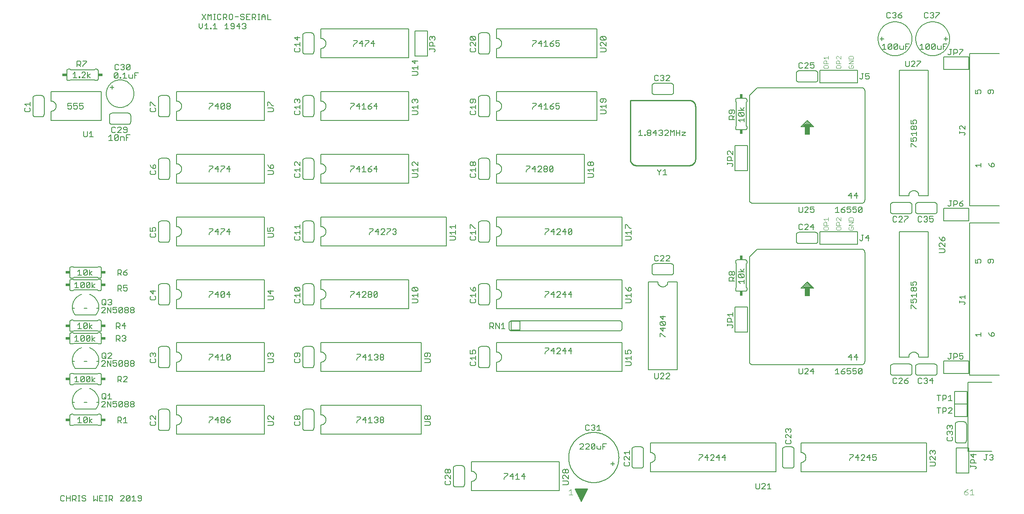
<source format=gto>
G04 This is an RS-274x file exported by *
G04 gerbv version 2.6.1 *
G04 More information is available about gerbv at *
G04 http://gerbv.geda-project.org/ *
G04 --End of header info--*
%MOIN*%
%FSLAX34Y34*%
%IPPOS*%
G04 --Define apertures--*
%ADD10C,0.0080*%
%ADD11C,0.0060*%
%ADD12C,0.0040*%
%ADD13C,0.0050*%
%ADD14R,0.0400X0.0750*%
%ADD15R,0.0700X0.0150*%
%ADD16R,0.0500X0.0100*%
%ADD17R,0.0300X0.0100*%
%ADD18R,0.0100X0.0100*%
%ADD19R,0.0100X0.0050*%
%ADD20R,0.0050X0.0050*%
%ADD21C,0.0100*%
%ADD22R,0.0340X0.0240*%
%ADD23R,0.0240X0.0340*%
G04 --Start main section--*
G54D10*
G01X0014860Y0041265D02*
G01X0015000Y0041405D01*
G01X0015000Y0041405D02*
G01X0015000Y0041685D01*
G01X0015180Y0041545D02*
G01X0015321Y0041685D01*
G01X0015321Y0041685D02*
G01X0015321Y0041265D01*
G01X0015461Y0041265D02*
G01X0015180Y0041265D01*
G01X0014860Y0041265D02*
G01X0014720Y0041405D01*
G01X0014720Y0041405D02*
G01X0014720Y0041685D01*
G01X0014970Y0042015D02*
G01X0015250Y0042435D01*
G01X0015430Y0042435D02*
G01X0015571Y0042295D01*
G01X0015571Y0042295D02*
G01X0015711Y0042435D01*
G01X0015711Y0042435D02*
G01X0015711Y0042015D01*
G01X0015891Y0042015D02*
G01X0016031Y0042015D01*
G01X0015961Y0042015D02*
G01X0015961Y0042435D01*
G01X0015891Y0042435D02*
G01X0016031Y0042435D01*
G01X0016198Y0042365D02*
G01X0016198Y0042085D01*
G01X0016198Y0042085D02*
G01X0016268Y0042015D01*
G01X0016268Y0042015D02*
G01X0016408Y0042015D01*
G01X0016408Y0042015D02*
G01X0016478Y0042085D01*
G01X0016658Y0042015D02*
G01X0016658Y0042435D01*
G01X0016658Y0042435D02*
G01X0016868Y0042435D01*
G01X0016868Y0042435D02*
G01X0016938Y0042365D01*
G01X0016938Y0042365D02*
G01X0016938Y0042225D01*
G01X0016938Y0042225D02*
G01X0016868Y0042155D01*
G01X0016868Y0042155D02*
G01X0016658Y0042155D01*
G01X0016798Y0042155D02*
G01X0016938Y0042015D01*
G01X0017118Y0042085D02*
G01X0017189Y0042015D01*
G01X0017189Y0042015D02*
G01X0017329Y0042015D01*
G01X0017329Y0042015D02*
G01X0017399Y0042085D01*
G01X0017399Y0042085D02*
G01X0017399Y0042365D01*
G01X0017399Y0042365D02*
G01X0017329Y0042435D01*
G01X0017329Y0042435D02*
G01X0017189Y0042435D01*
G01X0017189Y0042435D02*
G01X0017118Y0042365D01*
G01X0017118Y0042365D02*
G01X0017118Y0042085D01*
G01X0016932Y0041685D02*
G01X0016932Y0041265D01*
G01X0016792Y0041265D02*
G01X0017072Y0041265D01*
G01X0017252Y0041335D02*
G01X0017322Y0041265D01*
G01X0017322Y0041265D02*
G01X0017462Y0041265D01*
G01X0017462Y0041265D02*
G01X0017532Y0041335D01*
G01X0017532Y0041335D02*
G01X0017532Y0041615D01*
G01X0017532Y0041615D02*
G01X0017462Y0041685D01*
G01X0017462Y0041685D02*
G01X0017322Y0041685D01*
G01X0017322Y0041685D02*
G01X0017252Y0041615D01*
G01X0017252Y0041615D02*
G01X0017252Y0041545D01*
G01X0017252Y0041545D02*
G01X0017322Y0041475D01*
G01X0017322Y0041475D02*
G01X0017532Y0041475D01*
G01X0017713Y0041475D02*
G01X0017993Y0041475D01*
G01X0017923Y0041265D02*
G01X0017923Y0041685D01*
G01X0017923Y0041685D02*
G01X0017713Y0041475D01*
G01X0018173Y0041335D02*
G01X0018243Y0041265D01*
G01X0018243Y0041265D02*
G01X0018383Y0041265D01*
G01X0018383Y0041265D02*
G01X0018453Y0041335D01*
G01X0018453Y0041335D02*
G01X0018453Y0041405D01*
G01X0018453Y0041405D02*
G01X0018383Y0041475D01*
G01X0018383Y0041475D02*
G01X0018313Y0041475D01*
G01X0018383Y0041475D02*
G01X0018453Y0041545D01*
G01X0018453Y0041545D02*
G01X0018453Y0041615D01*
G01X0018453Y0041615D02*
G01X0018383Y0041685D01*
G01X0018383Y0041685D02*
G01X0018243Y0041685D01*
G01X0018243Y0041685D02*
G01X0018173Y0041615D01*
G01X0018109Y0042015D02*
G01X0018039Y0042085D01*
G01X0018109Y0042015D02*
G01X0018249Y0042015D01*
G01X0018249Y0042015D02*
G01X0018320Y0042085D01*
G01X0018320Y0042085D02*
G01X0018320Y0042155D01*
G01X0018320Y0042155D02*
G01X0018249Y0042225D01*
G01X0018249Y0042225D02*
G01X0018109Y0042225D01*
G01X0018109Y0042225D02*
G01X0018039Y0042295D01*
G01X0018039Y0042295D02*
G01X0018039Y0042365D01*
G01X0018039Y0042365D02*
G01X0018109Y0042435D01*
G01X0018109Y0042435D02*
G01X0018249Y0042435D01*
G01X0018249Y0042435D02*
G01X0018320Y0042365D01*
G01X0018500Y0042435D02*
G01X0018500Y0042015D01*
G01X0018500Y0042015D02*
G01X0018780Y0042015D01*
G01X0018960Y0042015D02*
G01X0018960Y0042435D01*
G01X0018960Y0042435D02*
G01X0019170Y0042435D01*
G01X0019170Y0042435D02*
G01X0019240Y0042365D01*
G01X0019240Y0042365D02*
G01X0019240Y0042225D01*
G01X0019240Y0042225D02*
G01X0019170Y0042155D01*
G01X0019170Y0042155D02*
G01X0018960Y0042155D01*
G01X0019100Y0042155D02*
G01X0019240Y0042015D01*
G01X0019420Y0042015D02*
G01X0019561Y0042015D01*
G01X0019491Y0042015D02*
G01X0019491Y0042435D01*
G01X0019561Y0042435D02*
G01X0019420Y0042435D01*
G01X0019727Y0042295D02*
G01X0019868Y0042435D01*
G01X0019868Y0042435D02*
G01X0020008Y0042295D01*
G01X0020008Y0042295D02*
G01X0020008Y0042015D01*
G01X0020188Y0042015D02*
G01X0020468Y0042015D01*
G01X0020188Y0042015D02*
G01X0020188Y0042435D01*
G01X0020008Y0042225D02*
G01X0019727Y0042225D01*
G01X0019727Y0042295D02*
G01X0019727Y0042015D01*
G01X0018780Y0042435D02*
G01X0018500Y0042435D01*
G01X0018500Y0042225D02*
G01X0018640Y0042225D01*
G01X0017859Y0042225D02*
G01X0017579Y0042225D01*
G01X0016932Y0041685D02*
G01X0016792Y0041545D01*
G01X0016151Y0041265D02*
G01X0015871Y0041265D01*
G01X0016011Y0041265D02*
G01X0016011Y0041685D01*
G01X0016011Y0041685D02*
G01X0015871Y0041545D01*
G01X0015711Y0041335D02*
G01X0015711Y0041265D01*
G01X0015711Y0041265D02*
G01X0015641Y0041265D01*
G01X0015641Y0041265D02*
G01X0015641Y0041335D01*
G01X0015641Y0041335D02*
G01X0015711Y0041335D01*
G01X0015430Y0042015D02*
G01X0015430Y0042435D01*
G01X0015250Y0042015D02*
G01X0014970Y0042435D01*
G01X0016198Y0042365D02*
G01X0016268Y0042435D01*
G01X0016268Y0042435D02*
G01X0016408Y0042435D01*
G01X0016408Y0042435D02*
G01X0016478Y0042365D01*
G54D11*
G01X0003710Y0003703D02*
G01X0003783Y0003630D01*
G01X0003783Y0003630D02*
G01X0003930Y0003630D01*
G01X0003930Y0003630D02*
G01X0004004Y0003703D01*
G01X0004170Y0003630D02*
G01X0004170Y0004070D01*
G01X0004004Y0003997D02*
G01X0003930Y0004070D01*
G01X0003930Y0004070D02*
G01X0003783Y0004070D01*
G01X0003783Y0004070D02*
G01X0003710Y0003997D01*
G01X0003710Y0003997D02*
G01X0003710Y0003703D01*
G01X0004170Y0003850D02*
G01X0004464Y0003850D01*
G01X0004631Y0003777D02*
G01X0004851Y0003777D01*
G01X0004851Y0003777D02*
G01X0004924Y0003850D01*
G01X0004924Y0003850D02*
G01X0004924Y0003997D01*
G01X0004924Y0003997D02*
G01X0004851Y0004070D01*
G01X0004851Y0004070D02*
G01X0004631Y0004070D01*
G01X0004631Y0004070D02*
G01X0004631Y0003630D01*
G01X0004464Y0003630D02*
G01X0004464Y0004070D01*
G01X0004778Y0003777D02*
G01X0004924Y0003630D01*
G01X0005091Y0003630D02*
G01X0005238Y0003630D01*
G01X0005165Y0003630D02*
G01X0005165Y0004070D01*
G01X0005238Y0004070D02*
G01X0005091Y0004070D01*
G01X0005398Y0003997D02*
G01X0005398Y0003924D01*
G01X0005398Y0003924D02*
G01X0005472Y0003850D01*
G01X0005472Y0003850D02*
G01X0005618Y0003850D01*
G01X0005618Y0003850D02*
G01X0005692Y0003777D01*
G01X0005692Y0003777D02*
G01X0005692Y0003703D01*
G01X0005692Y0003703D02*
G01X0005618Y0003630D01*
G01X0005618Y0003630D02*
G01X0005472Y0003630D01*
G01X0005472Y0003630D02*
G01X0005398Y0003703D01*
G01X0005398Y0003997D02*
G01X0005472Y0004070D01*
G01X0005472Y0004070D02*
G01X0005618Y0004070D01*
G01X0005618Y0004070D02*
G01X0005692Y0003997D01*
G01X0006319Y0004070D02*
G01X0006319Y0003630D01*
G01X0006319Y0003630D02*
G01X0006466Y0003777D01*
G01X0006466Y0003777D02*
G01X0006612Y0003630D01*
G01X0006612Y0003630D02*
G01X0006612Y0004070D01*
G01X0006779Y0004070D02*
G01X0006779Y0003630D01*
G01X0006779Y0003630D02*
G01X0007073Y0003630D01*
G01X0007240Y0003630D02*
G01X0007386Y0003630D01*
G01X0007313Y0003630D02*
G01X0007313Y0004070D01*
G01X0007240Y0004070D02*
G01X0007386Y0004070D01*
G01X0007547Y0004070D02*
G01X0007767Y0004070D01*
G01X0007767Y0004070D02*
G01X0007840Y0003997D01*
G01X0007840Y0003997D02*
G01X0007840Y0003850D01*
G01X0007840Y0003850D02*
G01X0007767Y0003777D01*
G01X0007767Y0003777D02*
G01X0007547Y0003777D01*
G01X0007693Y0003777D02*
G01X0007840Y0003630D01*
G01X0007547Y0003630D02*
G01X0007547Y0004070D01*
G01X0007073Y0004070D02*
G01X0006779Y0004070D01*
G01X0006779Y0003850D02*
G01X0006926Y0003850D01*
G01X0008467Y0003997D02*
G01X0008541Y0004070D01*
G01X0008541Y0004070D02*
G01X0008688Y0004070D01*
G01X0008688Y0004070D02*
G01X0008761Y0003997D01*
G01X0008761Y0003997D02*
G01X0008761Y0003924D01*
G01X0008761Y0003924D02*
G01X0008467Y0003630D01*
G01X0008467Y0003630D02*
G01X0008761Y0003630D01*
G01X0008928Y0003703D02*
G01X0009221Y0003997D01*
G01X0009221Y0003997D02*
G01X0009221Y0003703D01*
G01X0009221Y0003703D02*
G01X0009148Y0003630D01*
G01X0009148Y0003630D02*
G01X0009001Y0003630D01*
G01X0009001Y0003630D02*
G01X0008928Y0003703D01*
G01X0008928Y0003703D02*
G01X0008928Y0003997D01*
G01X0008928Y0003997D02*
G01X0009001Y0004070D01*
G01X0009001Y0004070D02*
G01X0009148Y0004070D01*
G01X0009148Y0004070D02*
G01X0009221Y0003997D01*
G01X0009388Y0003924D02*
G01X0009535Y0004070D01*
G01X0009535Y0004070D02*
G01X0009535Y0003630D01*
G01X0009388Y0003630D02*
G01X0009682Y0003630D01*
G01X0009849Y0003703D02*
G01X0009922Y0003630D01*
G01X0009922Y0003630D02*
G01X0010069Y0003630D01*
G01X0010069Y0003630D02*
G01X0010142Y0003703D01*
G01X0010142Y0003703D02*
G01X0010142Y0003997D01*
G01X0010142Y0003997D02*
G01X0010069Y0004070D01*
G01X0010069Y0004070D02*
G01X0009922Y0004070D01*
G01X0009922Y0004070D02*
G01X0009849Y0003997D01*
G01X0009849Y0003997D02*
G01X0009849Y0003924D01*
G01X0009849Y0003924D02*
G01X0009922Y0003850D01*
G01X0009922Y0003850D02*
G01X0010142Y0003850D01*
G01X0012930Y0008950D02*
G01X0012930Y0009700D01*
G01X0012930Y0009700D02*
G01X0012969Y0009702D01*
G01X0012969Y0009702D02*
G01X0013008Y0009708D01*
G01X0013008Y0009708D02*
G01X0013046Y0009717D01*
G01X0013046Y0009717D02*
G01X0013083Y0009730D01*
G01X0013083Y0009730D02*
G01X0013119Y0009747D01*
G01X0013119Y0009747D02*
G01X0013152Y0009767D01*
G01X0013152Y0009767D02*
G01X0013184Y0009791D01*
G01X0013184Y0009791D02*
G01X0013213Y0009817D01*
G01X0013213Y0009817D02*
G01X0013239Y0009846D01*
G01X0013239Y0009846D02*
G01X0013263Y0009878D01*
G01X0013263Y0009878D02*
G01X0013283Y0009911D01*
G01X0013283Y0009911D02*
G01X0013300Y0009947D01*
G01X0013300Y0009947D02*
G01X0013313Y0009984D01*
G01X0013313Y0009984D02*
G01X0013322Y0010022D01*
G01X0013322Y0010022D02*
G01X0013328Y0010061D01*
G01X0013328Y0010061D02*
G01X0013330Y0010100D01*
G01X0013330Y0010100D02*
G01X0013328Y0010139D01*
G01X0013328Y0010139D02*
G01X0013322Y0010178D01*
G01X0013322Y0010178D02*
G01X0013313Y0010216D01*
G01X0013313Y0010216D02*
G01X0013300Y0010253D01*
G01X0013300Y0010253D02*
G01X0013283Y0010289D01*
G01X0013283Y0010289D02*
G01X0013263Y0010322D01*
G01X0013263Y0010322D02*
G01X0013239Y0010354D01*
G01X0013239Y0010354D02*
G01X0013213Y0010383D01*
G01X0013213Y0010383D02*
G01X0013184Y0010409D01*
G01X0013184Y0010409D02*
G01X0013152Y0010433D01*
G01X0013152Y0010433D02*
G01X0013119Y0010453D01*
G01X0013119Y0010453D02*
G01X0013083Y0010470D01*
G01X0013083Y0010470D02*
G01X0013046Y0010483D01*
G01X0013046Y0010483D02*
G01X0013008Y0010492D01*
G01X0013008Y0010492D02*
G01X0012969Y0010498D01*
G01X0012969Y0010498D02*
G01X0012930Y0010500D01*
G01X0012930Y0010500D02*
G01X0012930Y0011250D01*
G01X0012930Y0011250D02*
G01X0019930Y0011250D01*
G01X0019930Y0011250D02*
G01X0019930Y0008950D01*
G01X0019930Y0008950D02*
G01X0012930Y0008950D01*
G01X0012380Y0009450D02*
G01X0012380Y0010750D01*
G01X0012380Y0010750D02*
G01X0012378Y0010776D01*
G01X0012378Y0010776D02*
G01X0012373Y0010802D01*
G01X0012373Y0010802D02*
G01X0012365Y0010827D01*
G01X0012365Y0010827D02*
G01X0012353Y0010850D01*
G01X0012353Y0010850D02*
G01X0012339Y0010872D01*
G01X0012339Y0010872D02*
G01X0012321Y0010891D01*
G01X0012321Y0010891D02*
G01X0012302Y0010909D01*
G01X0012302Y0010909D02*
G01X0012280Y0010923D01*
G01X0012280Y0010923D02*
G01X0012257Y0010935D01*
G01X0012257Y0010935D02*
G01X0012232Y0010943D01*
G01X0012232Y0010943D02*
G01X0012206Y0010948D01*
G01X0012206Y0010948D02*
G01X0012180Y0010950D01*
G01X0012180Y0010950D02*
G01X0011680Y0010950D01*
G01X0011680Y0010950D02*
G01X0011654Y0010948D01*
G01X0011654Y0010948D02*
G01X0011628Y0010943D01*
G01X0011628Y0010943D02*
G01X0011603Y0010935D01*
G01X0011603Y0010935D02*
G01X0011580Y0010923D01*
G01X0011580Y0010923D02*
G01X0011558Y0010909D01*
G01X0011558Y0010909D02*
G01X0011539Y0010891D01*
G01X0011539Y0010891D02*
G01X0011521Y0010872D01*
G01X0011521Y0010872D02*
G01X0011507Y0010850D01*
G01X0011507Y0010850D02*
G01X0011495Y0010827D01*
G01X0011495Y0010827D02*
G01X0011487Y0010802D01*
G01X0011487Y0010802D02*
G01X0011482Y0010776D01*
G01X0011482Y0010776D02*
G01X0011480Y0010750D01*
G01X0011480Y0010750D02*
G01X0011480Y0009450D01*
G01X0011480Y0009450D02*
G01X0011482Y0009424D01*
G01X0011482Y0009424D02*
G01X0011487Y0009398D01*
G01X0011487Y0009398D02*
G01X0011495Y0009373D01*
G01X0011495Y0009373D02*
G01X0011507Y0009350D01*
G01X0011507Y0009350D02*
G01X0011521Y0009328D01*
G01X0011521Y0009328D02*
G01X0011539Y0009309D01*
G01X0011539Y0009309D02*
G01X0011558Y0009291D01*
G01X0011558Y0009291D02*
G01X0011580Y0009277D01*
G01X0011580Y0009277D02*
G01X0011603Y0009265D01*
G01X0011603Y0009265D02*
G01X0011628Y0009257D01*
G01X0011628Y0009257D02*
G01X0011654Y0009252D01*
G01X0011654Y0009252D02*
G01X0011680Y0009250D01*
G01X0011680Y0009250D02*
G01X0012180Y0009250D01*
G01X0012180Y0009250D02*
G01X0012206Y0009252D01*
G01X0012206Y0009252D02*
G01X0012232Y0009257D01*
G01X0012232Y0009257D02*
G01X0012257Y0009265D01*
G01X0012257Y0009265D02*
G01X0012280Y0009277D01*
G01X0012280Y0009277D02*
G01X0012302Y0009291D01*
G01X0012302Y0009291D02*
G01X0012321Y0009309D01*
G01X0012321Y0009309D02*
G01X0012339Y0009328D01*
G01X0012339Y0009328D02*
G01X0012353Y0009350D01*
G01X0012353Y0009350D02*
G01X0012365Y0009373D01*
G01X0012365Y0009373D02*
G01X0012373Y0009398D01*
G01X0012373Y0009398D02*
G01X0012378Y0009424D01*
G01X0012378Y0009424D02*
G01X0012380Y0009450D01*
G01X0011275Y0009743D02*
G01X0011275Y0009890D01*
G01X0011275Y0009890D02*
G01X0011202Y0009963D01*
G01X0011275Y0010130D02*
G01X0010981Y0010424D01*
G01X0010981Y0010424D02*
G01X0010908Y0010424D01*
G01X0010908Y0010424D02*
G01X0010835Y0010350D01*
G01X0010835Y0010350D02*
G01X0010835Y0010203D01*
G01X0010835Y0010203D02*
G01X0010908Y0010130D01*
G01X0010908Y0009963D02*
G01X0010835Y0009890D01*
G01X0010835Y0009890D02*
G01X0010835Y0009743D01*
G01X0010835Y0009743D02*
G01X0010908Y0009670D01*
G01X0010908Y0009670D02*
G01X0011202Y0009670D01*
G01X0011202Y0009670D02*
G01X0011275Y0009743D01*
G01X0011275Y0010130D02*
G01X0011275Y0010424D01*
G01X0009549Y0011203D02*
G01X0009476Y0011130D01*
G01X0009476Y0011130D02*
G01X0009329Y0011130D01*
G01X0009329Y0011130D02*
G01X0009256Y0011203D01*
G01X0009256Y0011203D02*
G01X0009256Y0011277D01*
G01X0009256Y0011277D02*
G01X0009329Y0011350D01*
G01X0009329Y0011350D02*
G01X0009476Y0011350D01*
G01X0009476Y0011350D02*
G01X0009549Y0011277D01*
G01X0009549Y0011277D02*
G01X0009549Y0011203D01*
G01X0009476Y0011350D02*
G01X0009549Y0011424D01*
G01X0009549Y0011424D02*
G01X0009549Y0011497D01*
G01X0009549Y0011497D02*
G01X0009476Y0011570D01*
G01X0009476Y0011570D02*
G01X0009329Y0011570D01*
G01X0009329Y0011570D02*
G01X0009256Y0011497D01*
G01X0009256Y0011497D02*
G01X0009256Y0011424D01*
G01X0009256Y0011424D02*
G01X0009329Y0011350D01*
G01X0009089Y0011277D02*
G01X0009016Y0011350D01*
G01X0009016Y0011350D02*
G01X0008869Y0011350D01*
G01X0008869Y0011350D02*
G01X0008795Y0011424D01*
G01X0008795Y0011424D02*
G01X0008795Y0011497D01*
G01X0008795Y0011497D02*
G01X0008869Y0011570D01*
G01X0008869Y0011570D02*
G01X0009016Y0011570D01*
G01X0009016Y0011570D02*
G01X0009089Y0011497D01*
G01X0009089Y0011497D02*
G01X0009089Y0011424D01*
G01X0009089Y0011424D02*
G01X0009016Y0011350D01*
G01X0009089Y0011277D02*
G01X0009089Y0011203D01*
G01X0009089Y0011203D02*
G01X0009016Y0011130D01*
G01X0009016Y0011130D02*
G01X0008869Y0011130D01*
G01X0008869Y0011130D02*
G01X0008795Y0011203D01*
G01X0008795Y0011203D02*
G01X0008795Y0011277D01*
G01X0008795Y0011277D02*
G01X0008869Y0011350D01*
G01X0008629Y0011203D02*
G01X0008555Y0011130D01*
G01X0008555Y0011130D02*
G01X0008408Y0011130D01*
G01X0008408Y0011130D02*
G01X0008335Y0011203D01*
G01X0008335Y0011203D02*
G01X0008629Y0011497D01*
G01X0008629Y0011497D02*
G01X0008629Y0011203D01*
G01X0008629Y0011497D02*
G01X0008555Y0011570D01*
G01X0008555Y0011570D02*
G01X0008408Y0011570D01*
G01X0008408Y0011570D02*
G01X0008335Y0011497D01*
G01X0008335Y0011497D02*
G01X0008335Y0011203D01*
G01X0008168Y0011203D02*
G01X0008095Y0011130D01*
G01X0008095Y0011130D02*
G01X0007948Y0011130D01*
G01X0007948Y0011130D02*
G01X0007875Y0011203D01*
G01X0007875Y0011350D02*
G01X0008021Y0011424D01*
G01X0008021Y0011424D02*
G01X0008095Y0011424D01*
G01X0008095Y0011424D02*
G01X0008168Y0011350D01*
G01X0008168Y0011350D02*
G01X0008168Y0011203D01*
G01X0007875Y0011350D02*
G01X0007875Y0011570D01*
G01X0007875Y0011570D02*
G01X0008168Y0011570D01*
G01X0007754Y0011755D02*
G01X0007460Y0011755D01*
G01X0007607Y0011755D02*
G01X0007607Y0012195D01*
G01X0007607Y0012195D02*
G01X0007460Y0012049D01*
G01X0007293Y0012122D02*
G01X0007293Y0011828D01*
G01X0007293Y0011828D02*
G01X0007220Y0011755D01*
G01X0007220Y0011755D02*
G01X0007073Y0011755D01*
G01X0007073Y0011755D02*
G01X0007000Y0011828D01*
G01X0007000Y0011828D02*
G01X0007000Y0012122D01*
G01X0007000Y0012122D02*
G01X0007073Y0012195D01*
G01X0007073Y0012195D02*
G01X0007220Y0012195D01*
G01X0007220Y0012195D02*
G01X0007293Y0012122D01*
G01X0007146Y0011902D02*
G01X0007293Y0011755D01*
G01X0007174Y0011570D02*
G01X0007027Y0011570D01*
G01X0007027Y0011570D02*
G01X0006954Y0011497D01*
G01X0007174Y0011570D02*
G01X0007247Y0011497D01*
G01X0007247Y0011497D02*
G01X0007247Y0011424D01*
G01X0007247Y0011424D02*
G01X0006954Y0011130D01*
G01X0006954Y0011130D02*
G01X0007247Y0011130D01*
G01X0007414Y0011130D02*
G01X0007414Y0011570D01*
G01X0007414Y0011570D02*
G01X0007708Y0011130D01*
G01X0007708Y0011130D02*
G01X0007708Y0011570D01*
G01X0006830Y0010550D02*
G01X0006680Y0010550D01*
G01X0006680Y0010550D02*
G01X0006630Y0010500D01*
G01X0006630Y0010500D02*
G01X0004730Y0010500D01*
G01X0004730Y0010500D02*
G01X0004680Y0010550D01*
G01X0004680Y0010550D02*
G01X0004530Y0010550D01*
G01X0004530Y0010550D02*
G01X0004513Y0010548D01*
G01X0004513Y0010548D02*
G01X0004496Y0010544D01*
G01X0004496Y0010544D02*
G01X0004480Y0010537D01*
G01X0004480Y0010537D02*
G01X0004466Y0010527D01*
G01X0004466Y0010527D02*
G01X0004453Y0010514D01*
G01X0004453Y0010514D02*
G01X0004443Y0010500D01*
G01X0004443Y0010500D02*
G01X0004436Y0010484D01*
G01X0004436Y0010484D02*
G01X0004432Y0010467D01*
G01X0004432Y0010467D02*
G01X0004430Y0010450D01*
G01X0004430Y0010450D02*
G01X0004430Y0009750D01*
G01X0004430Y0009750D02*
G01X0004432Y0009733D01*
G01X0004432Y0009733D02*
G01X0004436Y0009716D01*
G01X0004436Y0009716D02*
G01X0004443Y0009700D01*
G01X0004443Y0009700D02*
G01X0004453Y0009686D01*
G01X0004453Y0009686D02*
G01X0004466Y0009673D01*
G01X0004466Y0009673D02*
G01X0004480Y0009663D01*
G01X0004480Y0009663D02*
G01X0004496Y0009656D01*
G01X0004496Y0009656D02*
G01X0004513Y0009652D01*
G01X0004513Y0009652D02*
G01X0004530Y0009650D01*
G01X0004530Y0009650D02*
G01X0004680Y0009650D01*
G01X0004680Y0009650D02*
G01X0004730Y0009700D01*
G01X0004730Y0009700D02*
G01X0006630Y0009700D01*
G01X0006630Y0009700D02*
G01X0006680Y0009650D01*
G01X0006680Y0009650D02*
G01X0006830Y0009650D01*
G01X0006830Y0009650D02*
G01X0006847Y0009652D01*
G01X0006847Y0009652D02*
G01X0006864Y0009656D01*
G01X0006864Y0009656D02*
G01X0006880Y0009663D01*
G01X0006880Y0009663D02*
G01X0006894Y0009673D01*
G01X0006894Y0009673D02*
G01X0006907Y0009686D01*
G01X0006907Y0009686D02*
G01X0006917Y0009700D01*
G01X0006917Y0009700D02*
G01X0006924Y0009716D01*
G01X0006924Y0009716D02*
G01X0006928Y0009733D01*
G01X0006928Y0009733D02*
G01X0006930Y0009750D01*
G01X0006930Y0009750D02*
G01X0006930Y0010450D01*
G01X0006930Y0010450D02*
G01X0006928Y0010467D01*
G01X0006928Y0010467D02*
G01X0006924Y0010484D01*
G01X0006924Y0010484D02*
G01X0006917Y0010500D01*
G01X0006917Y0010500D02*
G01X0006907Y0010514D01*
G01X0006907Y0010514D02*
G01X0006894Y0010527D01*
G01X0006894Y0010527D02*
G01X0006880Y0010537D01*
G01X0006880Y0010537D02*
G01X0006864Y0010544D01*
G01X0006864Y0010544D02*
G01X0006847Y0010548D01*
G01X0006847Y0010548D02*
G01X0006830Y0010550D01*
G01X0006199Y0010174D02*
G01X0005979Y0010027D01*
G01X0005979Y0010027D02*
G01X0006199Y0009880D01*
G01X0005979Y0009880D02*
G01X0005979Y0010320D01*
G01X0005812Y0010247D02*
G01X0005518Y0009953D01*
G01X0005518Y0009953D02*
G01X0005592Y0009880D01*
G01X0005592Y0009880D02*
G01X0005738Y0009880D01*
G01X0005738Y0009880D02*
G01X0005812Y0009953D01*
G01X0005812Y0009953D02*
G01X0005812Y0010247D01*
G01X0005812Y0010247D02*
G01X0005738Y0010320D01*
G01X0005738Y0010320D02*
G01X0005592Y0010320D01*
G01X0005592Y0010320D02*
G01X0005518Y0010247D01*
G01X0005518Y0010247D02*
G01X0005518Y0009953D01*
G01X0005351Y0009880D02*
G01X0005058Y0009880D01*
G01X0005205Y0009880D02*
G01X0005205Y0010320D01*
G01X0005205Y0010320D02*
G01X0005058Y0010174D01*
G01X0008250Y0010320D02*
G01X0008250Y0009880D01*
G01X0008250Y0010027D02*
G01X0008470Y0010027D01*
G01X0008470Y0010027D02*
G01X0008543Y0010100D01*
G01X0008543Y0010100D02*
G01X0008543Y0010247D01*
G01X0008543Y0010247D02*
G01X0008470Y0010320D01*
G01X0008470Y0010320D02*
G01X0008250Y0010320D01*
G01X0008396Y0010027D02*
G01X0008543Y0009880D01*
G01X0008710Y0009880D02*
G01X0009004Y0009880D01*
G01X0008857Y0009880D02*
G01X0008857Y0010320D01*
G01X0008857Y0010320D02*
G01X0008710Y0010174D01*
G01X0006830Y0012900D02*
G01X0006680Y0012900D01*
G01X0006680Y0012900D02*
G01X0006630Y0012950D01*
G01X0006630Y0012950D02*
G01X0004730Y0012950D01*
G01X0004730Y0012950D02*
G01X0004680Y0012900D01*
G01X0004680Y0012900D02*
G01X0004530Y0012900D01*
G01X0004530Y0012900D02*
G01X0004513Y0012902D01*
G01X0004513Y0012902D02*
G01X0004496Y0012906D01*
G01X0004496Y0012906D02*
G01X0004480Y0012913D01*
G01X0004480Y0012913D02*
G01X0004466Y0012923D01*
G01X0004466Y0012923D02*
G01X0004453Y0012936D01*
G01X0004453Y0012936D02*
G01X0004443Y0012950D01*
G01X0004443Y0012950D02*
G01X0004436Y0012966D01*
G01X0004436Y0012966D02*
G01X0004432Y0012983D01*
G01X0004432Y0012983D02*
G01X0004430Y0013000D01*
G01X0004430Y0013000D02*
G01X0004430Y0013700D01*
G01X0004430Y0013700D02*
G01X0004432Y0013717D01*
G01X0004432Y0013717D02*
G01X0004436Y0013734D01*
G01X0004436Y0013734D02*
G01X0004443Y0013750D01*
G01X0004443Y0013750D02*
G01X0004453Y0013764D01*
G01X0004453Y0013764D02*
G01X0004466Y0013777D01*
G01X0004466Y0013777D02*
G01X0004480Y0013787D01*
G01X0004480Y0013787D02*
G01X0004496Y0013794D01*
G01X0004496Y0013794D02*
G01X0004513Y0013798D01*
G01X0004513Y0013798D02*
G01X0004530Y0013800D01*
G01X0004530Y0013800D02*
G01X0004680Y0013800D01*
G01X0004680Y0013800D02*
G01X0004730Y0013750D01*
G01X0004730Y0013750D02*
G01X0006630Y0013750D01*
G01X0006630Y0013750D02*
G01X0006680Y0013800D01*
G01X0006680Y0013800D02*
G01X0006830Y0013800D01*
G01X0006830Y0013800D02*
G01X0006847Y0013798D01*
G01X0006847Y0013798D02*
G01X0006864Y0013794D01*
G01X0006864Y0013794D02*
G01X0006880Y0013787D01*
G01X0006880Y0013787D02*
G01X0006894Y0013777D01*
G01X0006894Y0013777D02*
G01X0006907Y0013764D01*
G01X0006907Y0013764D02*
G01X0006917Y0013750D01*
G01X0006917Y0013750D02*
G01X0006924Y0013734D01*
G01X0006924Y0013734D02*
G01X0006928Y0013717D01*
G01X0006928Y0013717D02*
G01X0006930Y0013700D01*
G01X0006930Y0013700D02*
G01X0006930Y0013000D01*
G01X0006930Y0013000D02*
G01X0006928Y0012983D01*
G01X0006928Y0012983D02*
G01X0006924Y0012966D01*
G01X0006924Y0012966D02*
G01X0006917Y0012950D01*
G01X0006917Y0012950D02*
G01X0006907Y0012936D01*
G01X0006907Y0012936D02*
G01X0006894Y0012923D01*
G01X0006894Y0012923D02*
G01X0006880Y0012913D01*
G01X0006880Y0012913D02*
G01X0006864Y0012906D01*
G01X0006864Y0012906D02*
G01X0006847Y0012902D01*
G01X0006847Y0012902D02*
G01X0006830Y0012900D01*
G01X0006429Y0013130D02*
G01X0006209Y0013277D01*
G01X0006209Y0013277D02*
G01X0006429Y0013424D01*
G01X0006209Y0013570D02*
G01X0006209Y0013130D01*
G01X0006042Y0013203D02*
G01X0005969Y0013130D01*
G01X0005969Y0013130D02*
G01X0005822Y0013130D01*
G01X0005822Y0013130D02*
G01X0005748Y0013203D01*
G01X0005748Y0013203D02*
G01X0006042Y0013497D01*
G01X0006042Y0013497D02*
G01X0006042Y0013203D01*
G01X0005748Y0013203D02*
G01X0005748Y0013497D01*
G01X0005748Y0013497D02*
G01X0005822Y0013570D01*
G01X0005822Y0013570D02*
G01X0005969Y0013570D01*
G01X0005969Y0013570D02*
G01X0006042Y0013497D01*
G01X0005582Y0013497D02*
G01X0005288Y0013203D01*
G01X0005288Y0013203D02*
G01X0005361Y0013130D01*
G01X0005361Y0013130D02*
G01X0005508Y0013130D01*
G01X0005508Y0013130D02*
G01X0005582Y0013203D01*
G01X0005582Y0013203D02*
G01X0005582Y0013497D01*
G01X0005582Y0013497D02*
G01X0005508Y0013570D01*
G01X0005508Y0013570D02*
G01X0005361Y0013570D01*
G01X0005361Y0013570D02*
G01X0005288Y0013497D01*
G01X0005288Y0013497D02*
G01X0005288Y0013203D01*
G01X0005121Y0013130D02*
G01X0004828Y0013130D01*
G01X0004974Y0013130D02*
G01X0004974Y0013570D01*
G01X0004974Y0013570D02*
G01X0004828Y0013424D01*
G01X0006954Y0014380D02*
G01X0007247Y0014674D01*
G01X0007247Y0014674D02*
G01X0007247Y0014747D01*
G01X0007247Y0014747D02*
G01X0007174Y0014820D01*
G01X0007174Y0014820D02*
G01X0007027Y0014820D01*
G01X0007027Y0014820D02*
G01X0006954Y0014747D01*
G01X0007073Y0015005D02*
G01X0007000Y0015078D01*
G01X0007000Y0015078D02*
G01X0007000Y0015372D01*
G01X0007000Y0015372D02*
G01X0007073Y0015445D01*
G01X0007073Y0015445D02*
G01X0007220Y0015445D01*
G01X0007220Y0015445D02*
G01X0007293Y0015372D01*
G01X0007293Y0015372D02*
G01X0007293Y0015078D01*
G01X0007293Y0015078D02*
G01X0007220Y0015005D01*
G01X0007220Y0015005D02*
G01X0007073Y0015005D01*
G01X0007146Y0015152D02*
G01X0007293Y0015005D01*
G01X0007460Y0015005D02*
G01X0007754Y0015299D01*
G01X0007754Y0015299D02*
G01X0007754Y0015372D01*
G01X0007754Y0015372D02*
G01X0007680Y0015445D01*
G01X0007680Y0015445D02*
G01X0007533Y0015445D01*
G01X0007533Y0015445D02*
G01X0007460Y0015372D01*
G01X0007460Y0015005D02*
G01X0007754Y0015005D01*
G01X0007708Y0014820D02*
G01X0007708Y0014380D01*
G01X0007708Y0014380D02*
G01X0007414Y0014820D01*
G01X0007414Y0014820D02*
G01X0007414Y0014380D01*
G01X0007247Y0014380D02*
G01X0006954Y0014380D01*
G01X0007875Y0014453D02*
G01X0007948Y0014380D01*
G01X0007948Y0014380D02*
G01X0008095Y0014380D01*
G01X0008095Y0014380D02*
G01X0008168Y0014453D01*
G01X0008168Y0014453D02*
G01X0008168Y0014600D01*
G01X0008168Y0014600D02*
G01X0008095Y0014674D01*
G01X0008095Y0014674D02*
G01X0008021Y0014674D01*
G01X0008021Y0014674D02*
G01X0007875Y0014600D01*
G01X0007875Y0014600D02*
G01X0007875Y0014820D01*
G01X0007875Y0014820D02*
G01X0008168Y0014820D01*
G01X0008335Y0014747D02*
G01X0008408Y0014820D01*
G01X0008408Y0014820D02*
G01X0008555Y0014820D01*
G01X0008555Y0014820D02*
G01X0008629Y0014747D01*
G01X0008629Y0014747D02*
G01X0008335Y0014453D01*
G01X0008335Y0014453D02*
G01X0008408Y0014380D01*
G01X0008408Y0014380D02*
G01X0008555Y0014380D01*
G01X0008555Y0014380D02*
G01X0008629Y0014453D01*
G01X0008629Y0014453D02*
G01X0008629Y0014747D01*
G01X0008795Y0014747D02*
G01X0008795Y0014674D01*
G01X0008795Y0014674D02*
G01X0008869Y0014600D01*
G01X0008869Y0014600D02*
G01X0009016Y0014600D01*
G01X0009016Y0014600D02*
G01X0009089Y0014527D01*
G01X0009089Y0014527D02*
G01X0009089Y0014453D01*
G01X0009089Y0014453D02*
G01X0009016Y0014380D01*
G01X0009016Y0014380D02*
G01X0008869Y0014380D01*
G01X0008869Y0014380D02*
G01X0008795Y0014453D01*
G01X0008795Y0014453D02*
G01X0008795Y0014527D01*
G01X0008795Y0014527D02*
G01X0008869Y0014600D01*
G01X0009016Y0014600D02*
G01X0009089Y0014674D01*
G01X0009089Y0014674D02*
G01X0009089Y0014747D01*
G01X0009089Y0014747D02*
G01X0009016Y0014820D01*
G01X0009016Y0014820D02*
G01X0008869Y0014820D01*
G01X0008869Y0014820D02*
G01X0008795Y0014747D01*
G01X0008335Y0014747D02*
G01X0008335Y0014453D01*
G01X0009256Y0014453D02*
G01X0009329Y0014380D01*
G01X0009329Y0014380D02*
G01X0009476Y0014380D01*
G01X0009476Y0014380D02*
G01X0009549Y0014453D01*
G01X0009549Y0014453D02*
G01X0009549Y0014527D01*
G01X0009549Y0014527D02*
G01X0009476Y0014600D01*
G01X0009476Y0014600D02*
G01X0009329Y0014600D01*
G01X0009329Y0014600D02*
G01X0009256Y0014674D01*
G01X0009256Y0014674D02*
G01X0009256Y0014747D01*
G01X0009256Y0014747D02*
G01X0009329Y0014820D01*
G01X0009329Y0014820D02*
G01X0009476Y0014820D01*
G01X0009476Y0014820D02*
G01X0009549Y0014747D01*
G01X0009549Y0014747D02*
G01X0009549Y0014674D01*
G01X0009549Y0014674D02*
G01X0009476Y0014600D01*
G01X0009329Y0014600D02*
G01X0009256Y0014527D01*
G01X0009256Y0014527D02*
G01X0009256Y0014453D01*
G01X0008930Y0013570D02*
G01X0008783Y0013570D01*
G01X0008783Y0013570D02*
G01X0008710Y0013497D01*
G01X0008543Y0013497D02*
G01X0008543Y0013350D01*
G01X0008543Y0013350D02*
G01X0008470Y0013277D01*
G01X0008470Y0013277D02*
G01X0008250Y0013277D01*
G01X0008396Y0013277D02*
G01X0008543Y0013130D01*
G01X0008710Y0013130D02*
G01X0009004Y0013424D01*
G01X0009004Y0013424D02*
G01X0009004Y0013497D01*
G01X0009004Y0013497D02*
G01X0008930Y0013570D01*
G01X0008543Y0013497D02*
G01X0008470Y0013570D01*
G01X0008470Y0013570D02*
G01X0008250Y0013570D01*
G01X0008250Y0013570D02*
G01X0008250Y0013130D01*
G01X0008710Y0013130D02*
G01X0009004Y0013130D01*
G01X0010835Y0014743D02*
G01X0010908Y0014670D01*
G01X0010908Y0014670D02*
G01X0011202Y0014670D01*
G01X0011202Y0014670D02*
G01X0011275Y0014743D01*
G01X0011275Y0014743D02*
G01X0011275Y0014890D01*
G01X0011275Y0014890D02*
G01X0011202Y0014963D01*
G01X0011202Y0015130D02*
G01X0011275Y0015203D01*
G01X0011275Y0015203D02*
G01X0011275Y0015350D01*
G01X0011275Y0015350D02*
G01X0011202Y0015424D01*
G01X0011202Y0015424D02*
G01X0011128Y0015424D01*
G01X0011128Y0015424D02*
G01X0011055Y0015350D01*
G01X0011055Y0015350D02*
G01X0011055Y0015277D01*
G01X0011055Y0015350D02*
G01X0010981Y0015424D01*
G01X0010981Y0015424D02*
G01X0010908Y0015424D01*
G01X0010908Y0015424D02*
G01X0010835Y0015350D01*
G01X0010835Y0015350D02*
G01X0010835Y0015203D01*
G01X0010835Y0015203D02*
G01X0010908Y0015130D01*
G01X0010908Y0014963D02*
G01X0010835Y0014890D01*
G01X0010835Y0014890D02*
G01X0010835Y0014743D01*
G01X0011480Y0014450D02*
G01X0011480Y0015750D01*
G01X0011480Y0015750D02*
G01X0011482Y0015776D01*
G01X0011482Y0015776D02*
G01X0011487Y0015802D01*
G01X0011487Y0015802D02*
G01X0011495Y0015827D01*
G01X0011495Y0015827D02*
G01X0011507Y0015850D01*
G01X0011507Y0015850D02*
G01X0011521Y0015872D01*
G01X0011521Y0015872D02*
G01X0011539Y0015891D01*
G01X0011539Y0015891D02*
G01X0011558Y0015909D01*
G01X0011558Y0015909D02*
G01X0011580Y0015923D01*
G01X0011580Y0015923D02*
G01X0011603Y0015935D01*
G01X0011603Y0015935D02*
G01X0011628Y0015943D01*
G01X0011628Y0015943D02*
G01X0011654Y0015948D01*
G01X0011654Y0015948D02*
G01X0011680Y0015950D01*
G01X0011680Y0015950D02*
G01X0012180Y0015950D01*
G01X0012180Y0015950D02*
G01X0012206Y0015948D01*
G01X0012206Y0015948D02*
G01X0012232Y0015943D01*
G01X0012232Y0015943D02*
G01X0012257Y0015935D01*
G01X0012257Y0015935D02*
G01X0012280Y0015923D01*
G01X0012280Y0015923D02*
G01X0012302Y0015909D01*
G01X0012302Y0015909D02*
G01X0012321Y0015891D01*
G01X0012321Y0015891D02*
G01X0012339Y0015872D01*
G01X0012339Y0015872D02*
G01X0012353Y0015850D01*
G01X0012353Y0015850D02*
G01X0012365Y0015827D01*
G01X0012365Y0015827D02*
G01X0012373Y0015802D01*
G01X0012373Y0015802D02*
G01X0012378Y0015776D01*
G01X0012378Y0015776D02*
G01X0012380Y0015750D01*
G01X0012380Y0015750D02*
G01X0012380Y0014450D01*
G01X0012380Y0014450D02*
G01X0012378Y0014424D01*
G01X0012378Y0014424D02*
G01X0012373Y0014398D01*
G01X0012373Y0014398D02*
G01X0012365Y0014373D01*
G01X0012365Y0014373D02*
G01X0012353Y0014350D01*
G01X0012353Y0014350D02*
G01X0012339Y0014328D01*
G01X0012339Y0014328D02*
G01X0012321Y0014309D01*
G01X0012321Y0014309D02*
G01X0012302Y0014291D01*
G01X0012302Y0014291D02*
G01X0012280Y0014277D01*
G01X0012280Y0014277D02*
G01X0012257Y0014265D01*
G01X0012257Y0014265D02*
G01X0012232Y0014257D01*
G01X0012232Y0014257D02*
G01X0012206Y0014252D01*
G01X0012206Y0014252D02*
G01X0012180Y0014250D01*
G01X0012180Y0014250D02*
G01X0011680Y0014250D01*
G01X0011680Y0014250D02*
G01X0011654Y0014252D01*
G01X0011654Y0014252D02*
G01X0011628Y0014257D01*
G01X0011628Y0014257D02*
G01X0011603Y0014265D01*
G01X0011603Y0014265D02*
G01X0011580Y0014277D01*
G01X0011580Y0014277D02*
G01X0011558Y0014291D01*
G01X0011558Y0014291D02*
G01X0011539Y0014309D01*
G01X0011539Y0014309D02*
G01X0011521Y0014328D01*
G01X0011521Y0014328D02*
G01X0011507Y0014350D01*
G01X0011507Y0014350D02*
G01X0011495Y0014373D01*
G01X0011495Y0014373D02*
G01X0011487Y0014398D01*
G01X0011487Y0014398D02*
G01X0011482Y0014424D01*
G01X0011482Y0014424D02*
G01X0011480Y0014450D01*
G01X0012930Y0014700D02*
G01X0012930Y0013950D01*
G01X0012930Y0013950D02*
G01X0019930Y0013950D01*
G01X0019930Y0013950D02*
G01X0019930Y0016250D01*
G01X0019930Y0016250D02*
G01X0012930Y0016250D01*
G01X0012930Y0016250D02*
G01X0012930Y0015500D01*
G01X0012930Y0015500D02*
G01X0012969Y0015498D01*
G01X0012969Y0015498D02*
G01X0013008Y0015492D01*
G01X0013008Y0015492D02*
G01X0013046Y0015483D01*
G01X0013046Y0015483D02*
G01X0013083Y0015470D01*
G01X0013083Y0015470D02*
G01X0013119Y0015453D01*
G01X0013119Y0015453D02*
G01X0013152Y0015433D01*
G01X0013152Y0015433D02*
G01X0013184Y0015409D01*
G01X0013184Y0015409D02*
G01X0013213Y0015383D01*
G01X0013213Y0015383D02*
G01X0013239Y0015354D01*
G01X0013239Y0015354D02*
G01X0013263Y0015322D01*
G01X0013263Y0015322D02*
G01X0013283Y0015289D01*
G01X0013283Y0015289D02*
G01X0013300Y0015253D01*
G01X0013300Y0015253D02*
G01X0013313Y0015216D01*
G01X0013313Y0015216D02*
G01X0013322Y0015178D01*
G01X0013322Y0015178D02*
G01X0013328Y0015139D01*
G01X0013328Y0015139D02*
G01X0013330Y0015100D01*
G01X0013330Y0015100D02*
G01X0013328Y0015061D01*
G01X0013328Y0015061D02*
G01X0013322Y0015022D01*
G01X0013322Y0015022D02*
G01X0013313Y0014984D01*
G01X0013313Y0014984D02*
G01X0013300Y0014947D01*
G01X0013300Y0014947D02*
G01X0013283Y0014911D01*
G01X0013283Y0014911D02*
G01X0013263Y0014878D01*
G01X0013263Y0014878D02*
G01X0013239Y0014846D01*
G01X0013239Y0014846D02*
G01X0013213Y0014817D01*
G01X0013213Y0014817D02*
G01X0013184Y0014791D01*
G01X0013184Y0014791D02*
G01X0013152Y0014767D01*
G01X0013152Y0014767D02*
G01X0013119Y0014747D01*
G01X0013119Y0014747D02*
G01X0013083Y0014730D01*
G01X0013083Y0014730D02*
G01X0013046Y0014717D01*
G01X0013046Y0014717D02*
G01X0013008Y0014708D01*
G01X0013008Y0014708D02*
G01X0012969Y0014702D01*
G01X0012969Y0014702D02*
G01X0012930Y0014700D01*
G01X0015539Y0014880D02*
G01X0015539Y0014953D01*
G01X0015539Y0014953D02*
G01X0015833Y0015247D01*
G01X0015833Y0015247D02*
G01X0015833Y0015320D01*
G01X0015833Y0015320D02*
G01X0015539Y0015320D01*
G01X0016000Y0015100D02*
G01X0016293Y0015100D01*
G01X0016460Y0015174D02*
G01X0016607Y0015320D01*
G01X0016607Y0015320D02*
G01X0016607Y0014880D01*
G01X0016460Y0014880D02*
G01X0016754Y0014880D01*
G01X0016920Y0014953D02*
G01X0017214Y0015247D01*
G01X0017214Y0015247D02*
G01X0017214Y0014953D01*
G01X0017214Y0014953D02*
G01X0017141Y0014880D01*
G01X0017141Y0014880D02*
G01X0016994Y0014880D01*
G01X0016994Y0014880D02*
G01X0016920Y0014953D01*
G01X0016920Y0014953D02*
G01X0016920Y0015247D01*
G01X0016920Y0015247D02*
G01X0016994Y0015320D01*
G01X0016994Y0015320D02*
G01X0017141Y0015320D01*
G01X0017141Y0015320D02*
G01X0017214Y0015247D01*
G01X0016220Y0015320D02*
G01X0016000Y0015100D01*
G01X0016220Y0014880D02*
G01X0016220Y0015320D01*
G01X0020210Y0015350D02*
G01X0020210Y0015203D01*
G01X0020210Y0015203D02*
G01X0020283Y0015130D01*
G01X0020210Y0014963D02*
G01X0020577Y0014963D01*
G01X0020577Y0014963D02*
G01X0020650Y0014890D01*
G01X0020650Y0014890D02*
G01X0020650Y0014743D01*
G01X0020650Y0014743D02*
G01X0020577Y0014670D01*
G01X0020577Y0014670D02*
G01X0020210Y0014670D01*
G01X0020577Y0015130D02*
G01X0020650Y0015203D01*
G01X0020650Y0015203D02*
G01X0020650Y0015350D01*
G01X0020650Y0015350D02*
G01X0020577Y0015424D01*
G01X0020577Y0015424D02*
G01X0020503Y0015424D01*
G01X0020503Y0015424D02*
G01X0020430Y0015350D01*
G01X0020430Y0015350D02*
G01X0020430Y0015277D01*
G01X0020430Y0015350D02*
G01X0020356Y0015424D01*
G01X0020356Y0015424D02*
G01X0020283Y0015424D01*
G01X0020283Y0015424D02*
G01X0020210Y0015350D01*
G01X0022335Y0015350D02*
G01X0022335Y0015203D01*
G01X0022335Y0015203D02*
G01X0022408Y0015130D01*
G01X0022408Y0015130D02*
G01X0022481Y0015130D01*
G01X0022481Y0015130D02*
G01X0022555Y0015203D01*
G01X0022555Y0015203D02*
G01X0022555Y0015424D01*
G01X0022702Y0015424D02*
G01X0022408Y0015424D01*
G01X0022408Y0015424D02*
G01X0022335Y0015350D01*
G01X0022702Y0015424D02*
G01X0022775Y0015350D01*
G01X0022775Y0015350D02*
G01X0022775Y0015203D01*
G01X0022775Y0015203D02*
G01X0022702Y0015130D01*
G01X0022702Y0014963D02*
G01X0022775Y0014890D01*
G01X0022775Y0014890D02*
G01X0022775Y0014743D01*
G01X0022775Y0014743D02*
G01X0022702Y0014670D01*
G01X0022702Y0014670D02*
G01X0022408Y0014670D01*
G01X0022408Y0014670D02*
G01X0022335Y0014743D01*
G01X0022335Y0014743D02*
G01X0022335Y0014890D01*
G01X0022335Y0014890D02*
G01X0022408Y0014963D01*
G01X0022980Y0014450D02*
G01X0022980Y0015750D01*
G01X0022980Y0015750D02*
G01X0022982Y0015776D01*
G01X0022982Y0015776D02*
G01X0022987Y0015802D01*
G01X0022987Y0015802D02*
G01X0022995Y0015827D01*
G01X0022995Y0015827D02*
G01X0023007Y0015850D01*
G01X0023007Y0015850D02*
G01X0023021Y0015872D01*
G01X0023021Y0015872D02*
G01X0023039Y0015891D01*
G01X0023039Y0015891D02*
G01X0023058Y0015909D01*
G01X0023058Y0015909D02*
G01X0023080Y0015923D01*
G01X0023080Y0015923D02*
G01X0023103Y0015935D01*
G01X0023103Y0015935D02*
G01X0023128Y0015943D01*
G01X0023128Y0015943D02*
G01X0023154Y0015948D01*
G01X0023154Y0015948D02*
G01X0023180Y0015950D01*
G01X0023180Y0015950D02*
G01X0023680Y0015950D01*
G01X0023680Y0015950D02*
G01X0023706Y0015948D01*
G01X0023706Y0015948D02*
G01X0023732Y0015943D01*
G01X0023732Y0015943D02*
G01X0023757Y0015935D01*
G01X0023757Y0015935D02*
G01X0023780Y0015923D01*
G01X0023780Y0015923D02*
G01X0023802Y0015909D01*
G01X0023802Y0015909D02*
G01X0023821Y0015891D01*
G01X0023821Y0015891D02*
G01X0023839Y0015872D01*
G01X0023839Y0015872D02*
G01X0023853Y0015850D01*
G01X0023853Y0015850D02*
G01X0023865Y0015827D01*
G01X0023865Y0015827D02*
G01X0023873Y0015802D01*
G01X0023873Y0015802D02*
G01X0023878Y0015776D01*
G01X0023878Y0015776D02*
G01X0023880Y0015750D01*
G01X0023880Y0015750D02*
G01X0023880Y0014450D01*
G01X0023880Y0014450D02*
G01X0023878Y0014424D01*
G01X0023878Y0014424D02*
G01X0023873Y0014398D01*
G01X0023873Y0014398D02*
G01X0023865Y0014373D01*
G01X0023865Y0014373D02*
G01X0023853Y0014350D01*
G01X0023853Y0014350D02*
G01X0023839Y0014328D01*
G01X0023839Y0014328D02*
G01X0023821Y0014309D01*
G01X0023821Y0014309D02*
G01X0023802Y0014291D01*
G01X0023802Y0014291D02*
G01X0023780Y0014277D01*
G01X0023780Y0014277D02*
G01X0023757Y0014265D01*
G01X0023757Y0014265D02*
G01X0023732Y0014257D01*
G01X0023732Y0014257D02*
G01X0023706Y0014252D01*
G01X0023706Y0014252D02*
G01X0023680Y0014250D01*
G01X0023680Y0014250D02*
G01X0023180Y0014250D01*
G01X0023180Y0014250D02*
G01X0023154Y0014252D01*
G01X0023154Y0014252D02*
G01X0023128Y0014257D01*
G01X0023128Y0014257D02*
G01X0023103Y0014265D01*
G01X0023103Y0014265D02*
G01X0023080Y0014277D01*
G01X0023080Y0014277D02*
G01X0023058Y0014291D01*
G01X0023058Y0014291D02*
G01X0023039Y0014309D01*
G01X0023039Y0014309D02*
G01X0023021Y0014328D01*
G01X0023021Y0014328D02*
G01X0023007Y0014350D01*
G01X0023007Y0014350D02*
G01X0022995Y0014373D01*
G01X0022995Y0014373D02*
G01X0022987Y0014398D01*
G01X0022987Y0014398D02*
G01X0022982Y0014424D01*
G01X0022982Y0014424D02*
G01X0022980Y0014450D01*
G01X0024430Y0014700D02*
G01X0024430Y0013950D01*
G01X0024430Y0013950D02*
G01X0032430Y0013950D01*
G01X0032430Y0013950D02*
G01X0032430Y0016250D01*
G01X0032430Y0016250D02*
G01X0024430Y0016250D01*
G01X0024430Y0016250D02*
G01X0024430Y0015500D01*
G01X0024430Y0015500D02*
G01X0024469Y0015498D01*
G01X0024469Y0015498D02*
G01X0024508Y0015492D01*
G01X0024508Y0015492D02*
G01X0024546Y0015483D01*
G01X0024546Y0015483D02*
G01X0024583Y0015470D01*
G01X0024583Y0015470D02*
G01X0024619Y0015453D01*
G01X0024619Y0015453D02*
G01X0024652Y0015433D01*
G01X0024652Y0015433D02*
G01X0024684Y0015409D01*
G01X0024684Y0015409D02*
G01X0024713Y0015383D01*
G01X0024713Y0015383D02*
G01X0024739Y0015354D01*
G01X0024739Y0015354D02*
G01X0024763Y0015322D01*
G01X0024763Y0015322D02*
G01X0024783Y0015289D01*
G01X0024783Y0015289D02*
G01X0024800Y0015253D01*
G01X0024800Y0015253D02*
G01X0024813Y0015216D01*
G01X0024813Y0015216D02*
G01X0024822Y0015178D01*
G01X0024822Y0015178D02*
G01X0024828Y0015139D01*
G01X0024828Y0015139D02*
G01X0024830Y0015100D01*
G01X0024830Y0015100D02*
G01X0024828Y0015061D01*
G01X0024828Y0015061D02*
G01X0024822Y0015022D01*
G01X0024822Y0015022D02*
G01X0024813Y0014984D01*
G01X0024813Y0014984D02*
G01X0024800Y0014947D01*
G01X0024800Y0014947D02*
G01X0024783Y0014911D01*
G01X0024783Y0014911D02*
G01X0024763Y0014878D01*
G01X0024763Y0014878D02*
G01X0024739Y0014846D01*
G01X0024739Y0014846D02*
G01X0024713Y0014817D01*
G01X0024713Y0014817D02*
G01X0024684Y0014791D01*
G01X0024684Y0014791D02*
G01X0024652Y0014767D01*
G01X0024652Y0014767D02*
G01X0024619Y0014747D01*
G01X0024619Y0014747D02*
G01X0024583Y0014730D01*
G01X0024583Y0014730D02*
G01X0024546Y0014717D01*
G01X0024546Y0014717D02*
G01X0024508Y0014708D01*
G01X0024508Y0014708D02*
G01X0024469Y0014702D01*
G01X0024469Y0014702D02*
G01X0024430Y0014700D01*
G01X0027309Y0014880D02*
G01X0027309Y0014953D01*
G01X0027309Y0014953D02*
G01X0027603Y0015247D01*
G01X0027603Y0015247D02*
G01X0027603Y0015320D01*
G01X0027603Y0015320D02*
G01X0027309Y0015320D01*
G01X0027769Y0015100D02*
G01X0028063Y0015100D01*
G01X0028230Y0015174D02*
G01X0028377Y0015320D01*
G01X0028377Y0015320D02*
G01X0028377Y0014880D01*
G01X0028523Y0014880D02*
G01X0028230Y0014880D01*
G01X0027990Y0014880D02*
G01X0027990Y0015320D01*
G01X0027990Y0015320D02*
G01X0027769Y0015100D01*
G01X0028690Y0014953D02*
G01X0028764Y0014880D01*
G01X0028764Y0014880D02*
G01X0028910Y0014880D01*
G01X0028910Y0014880D02*
G01X0028984Y0014953D01*
G01X0028984Y0014953D02*
G01X0028984Y0015027D01*
G01X0028984Y0015027D02*
G01X0028910Y0015100D01*
G01X0028910Y0015100D02*
G01X0028837Y0015100D01*
G01X0028910Y0015100D02*
G01X0028984Y0015174D01*
G01X0028984Y0015174D02*
G01X0028984Y0015247D01*
G01X0028984Y0015247D02*
G01X0028910Y0015320D01*
G01X0028910Y0015320D02*
G01X0028764Y0015320D01*
G01X0028764Y0015320D02*
G01X0028690Y0015247D01*
G01X0029151Y0015247D02*
G01X0029151Y0015174D01*
G01X0029151Y0015174D02*
G01X0029224Y0015100D01*
G01X0029224Y0015100D02*
G01X0029371Y0015100D01*
G01X0029371Y0015100D02*
G01X0029444Y0015027D01*
G01X0029444Y0015027D02*
G01X0029444Y0014953D01*
G01X0029444Y0014953D02*
G01X0029371Y0014880D01*
G01X0029371Y0014880D02*
G01X0029224Y0014880D01*
G01X0029224Y0014880D02*
G01X0029151Y0014953D01*
G01X0029151Y0014953D02*
G01X0029151Y0015027D01*
G01X0029151Y0015027D02*
G01X0029224Y0015100D01*
G01X0029371Y0015100D02*
G01X0029444Y0015174D01*
G01X0029444Y0015174D02*
G01X0029444Y0015247D01*
G01X0029444Y0015247D02*
G01X0029371Y0015320D01*
G01X0029371Y0015320D02*
G01X0029224Y0015320D01*
G01X0029224Y0015320D02*
G01X0029151Y0015247D01*
G01X0032710Y0015203D02*
G01X0032783Y0015130D01*
G01X0032783Y0015130D02*
G01X0032856Y0015130D01*
G01X0032856Y0015130D02*
G01X0032930Y0015203D01*
G01X0032930Y0015203D02*
G01X0032930Y0015424D01*
G01X0033077Y0015424D02*
G01X0032783Y0015424D01*
G01X0032783Y0015424D02*
G01X0032710Y0015350D01*
G01X0032710Y0015350D02*
G01X0032710Y0015203D01*
G01X0032710Y0014963D02*
G01X0033077Y0014963D01*
G01X0033077Y0014963D02*
G01X0033150Y0014890D01*
G01X0033150Y0014890D02*
G01X0033150Y0014743D01*
G01X0033150Y0014743D02*
G01X0033077Y0014670D01*
G01X0033077Y0014670D02*
G01X0032710Y0014670D01*
G01X0033077Y0015130D02*
G01X0033150Y0015203D01*
G01X0033150Y0015203D02*
G01X0033150Y0015350D01*
G01X0033150Y0015350D02*
G01X0033077Y0015424D01*
G01X0036335Y0015360D02*
G01X0036555Y0015360D01*
G01X0036555Y0015360D02*
G01X0036481Y0015507D01*
G01X0036481Y0015507D02*
G01X0036481Y0015580D01*
G01X0036481Y0015580D02*
G01X0036555Y0015654D01*
G01X0036555Y0015654D02*
G01X0036702Y0015654D01*
G01X0036702Y0015654D02*
G01X0036775Y0015580D01*
G01X0036775Y0015580D02*
G01X0036775Y0015434D01*
G01X0036775Y0015434D02*
G01X0036702Y0015360D01*
G01X0036775Y0015193D02*
G01X0036775Y0014900D01*
G01X0036775Y0015047D02*
G01X0036335Y0015047D01*
G01X0036335Y0015047D02*
G01X0036481Y0014900D01*
G01X0036408Y0014733D02*
G01X0036335Y0014660D01*
G01X0036335Y0014660D02*
G01X0036335Y0014513D01*
G01X0036335Y0014513D02*
G01X0036408Y0014439D01*
G01X0036408Y0014439D02*
G01X0036702Y0014439D01*
G01X0036702Y0014439D02*
G01X0036775Y0014513D01*
G01X0036775Y0014513D02*
G01X0036775Y0014660D01*
G01X0036775Y0014660D02*
G01X0036702Y0014733D01*
G01X0036980Y0014450D02*
G01X0036980Y0015750D01*
G01X0036980Y0015750D02*
G01X0036982Y0015776D01*
G01X0036982Y0015776D02*
G01X0036987Y0015802D01*
G01X0036987Y0015802D02*
G01X0036995Y0015827D01*
G01X0036995Y0015827D02*
G01X0037007Y0015850D01*
G01X0037007Y0015850D02*
G01X0037021Y0015872D01*
G01X0037021Y0015872D02*
G01X0037039Y0015891D01*
G01X0037039Y0015891D02*
G01X0037058Y0015909D01*
G01X0037058Y0015909D02*
G01X0037080Y0015923D01*
G01X0037080Y0015923D02*
G01X0037103Y0015935D01*
G01X0037103Y0015935D02*
G01X0037128Y0015943D01*
G01X0037128Y0015943D02*
G01X0037154Y0015948D01*
G01X0037154Y0015948D02*
G01X0037180Y0015950D01*
G01X0037180Y0015950D02*
G01X0037680Y0015950D01*
G01X0037680Y0015950D02*
G01X0037706Y0015948D01*
G01X0037706Y0015948D02*
G01X0037732Y0015943D01*
G01X0037732Y0015943D02*
G01X0037757Y0015935D01*
G01X0037757Y0015935D02*
G01X0037780Y0015923D01*
G01X0037780Y0015923D02*
G01X0037802Y0015909D01*
G01X0037802Y0015909D02*
G01X0037821Y0015891D01*
G01X0037821Y0015891D02*
G01X0037839Y0015872D01*
G01X0037839Y0015872D02*
G01X0037853Y0015850D01*
G01X0037853Y0015850D02*
G01X0037865Y0015827D01*
G01X0037865Y0015827D02*
G01X0037873Y0015802D01*
G01X0037873Y0015802D02*
G01X0037878Y0015776D01*
G01X0037878Y0015776D02*
G01X0037880Y0015750D01*
G01X0037880Y0015750D02*
G01X0037880Y0014450D01*
G01X0037880Y0014450D02*
G01X0037878Y0014424D01*
G01X0037878Y0014424D02*
G01X0037873Y0014398D01*
G01X0037873Y0014398D02*
G01X0037865Y0014373D01*
G01X0037865Y0014373D02*
G01X0037853Y0014350D01*
G01X0037853Y0014350D02*
G01X0037839Y0014328D01*
G01X0037839Y0014328D02*
G01X0037821Y0014309D01*
G01X0037821Y0014309D02*
G01X0037802Y0014291D01*
G01X0037802Y0014291D02*
G01X0037780Y0014277D01*
G01X0037780Y0014277D02*
G01X0037757Y0014265D01*
G01X0037757Y0014265D02*
G01X0037732Y0014257D01*
G01X0037732Y0014257D02*
G01X0037706Y0014252D01*
G01X0037706Y0014252D02*
G01X0037680Y0014250D01*
G01X0037680Y0014250D02*
G01X0037180Y0014250D01*
G01X0037180Y0014250D02*
G01X0037154Y0014252D01*
G01X0037154Y0014252D02*
G01X0037128Y0014257D01*
G01X0037128Y0014257D02*
G01X0037103Y0014265D01*
G01X0037103Y0014265D02*
G01X0037080Y0014277D01*
G01X0037080Y0014277D02*
G01X0037058Y0014291D01*
G01X0037058Y0014291D02*
G01X0037039Y0014309D01*
G01X0037039Y0014309D02*
G01X0037021Y0014328D01*
G01X0037021Y0014328D02*
G01X0037007Y0014350D01*
G01X0037007Y0014350D02*
G01X0036995Y0014373D01*
G01X0036995Y0014373D02*
G01X0036987Y0014398D01*
G01X0036987Y0014398D02*
G01X0036982Y0014424D01*
G01X0036982Y0014424D02*
G01X0036980Y0014450D01*
G01X0036335Y0015360D02*
G01X0036335Y0015654D01*
G01X0038430Y0015500D02*
G01X0038430Y0016250D01*
G01X0038430Y0016250D02*
G01X0048430Y0016250D01*
G01X0048430Y0016250D02*
G01X0048430Y0013950D01*
G01X0048430Y0013950D02*
G01X0038430Y0013950D01*
G01X0038430Y0013950D02*
G01X0038430Y0014700D01*
G01X0038430Y0014700D02*
G01X0038469Y0014702D01*
G01X0038469Y0014702D02*
G01X0038508Y0014708D01*
G01X0038508Y0014708D02*
G01X0038546Y0014717D01*
G01X0038546Y0014717D02*
G01X0038583Y0014730D01*
G01X0038583Y0014730D02*
G01X0038619Y0014747D01*
G01X0038619Y0014747D02*
G01X0038652Y0014767D01*
G01X0038652Y0014767D02*
G01X0038684Y0014791D01*
G01X0038684Y0014791D02*
G01X0038713Y0014817D01*
G01X0038713Y0014817D02*
G01X0038739Y0014846D01*
G01X0038739Y0014846D02*
G01X0038763Y0014878D01*
G01X0038763Y0014878D02*
G01X0038783Y0014911D01*
G01X0038783Y0014911D02*
G01X0038800Y0014947D01*
G01X0038800Y0014947D02*
G01X0038813Y0014984D01*
G01X0038813Y0014984D02*
G01X0038822Y0015022D01*
G01X0038822Y0015022D02*
G01X0038828Y0015061D01*
G01X0038828Y0015061D02*
G01X0038830Y0015100D01*
G01X0038830Y0015100D02*
G01X0038828Y0015139D01*
G01X0038828Y0015139D02*
G01X0038822Y0015178D01*
G01X0038822Y0015178D02*
G01X0038813Y0015216D01*
G01X0038813Y0015216D02*
G01X0038800Y0015253D01*
G01X0038800Y0015253D02*
G01X0038783Y0015289D01*
G01X0038783Y0015289D02*
G01X0038763Y0015322D01*
G01X0038763Y0015322D02*
G01X0038739Y0015354D01*
G01X0038739Y0015354D02*
G01X0038713Y0015383D01*
G01X0038713Y0015383D02*
G01X0038684Y0015409D01*
G01X0038684Y0015409D02*
G01X0038652Y0015433D01*
G01X0038652Y0015433D02*
G01X0038619Y0015453D01*
G01X0038619Y0015453D02*
G01X0038583Y0015470D01*
G01X0038583Y0015470D02*
G01X0038546Y0015483D01*
G01X0038546Y0015483D02*
G01X0038508Y0015492D01*
G01X0038508Y0015492D02*
G01X0038469Y0015498D01*
G01X0038469Y0015498D02*
G01X0038430Y0015500D01*
G01X0038355Y0017380D02*
G01X0038355Y0017820D01*
G01X0038355Y0017820D02*
G01X0038648Y0017380D01*
G01X0038648Y0017380D02*
G01X0038648Y0017820D01*
G01X0038815Y0017674D02*
G01X0038962Y0017820D01*
G01X0038962Y0017820D02*
G01X0038962Y0017380D01*
G01X0038815Y0017380D02*
G01X0039109Y0017380D01*
G01X0039430Y0017400D02*
G01X0039430Y0017800D01*
G01X0039430Y0017800D02*
G01X0039432Y0017826D01*
G01X0039432Y0017826D02*
G01X0039437Y0017852D01*
G01X0039437Y0017852D02*
G01X0039445Y0017877D01*
G01X0039445Y0017877D02*
G01X0039457Y0017900D01*
G01X0039457Y0017900D02*
G01X0039471Y0017922D01*
G01X0039471Y0017922D02*
G01X0039489Y0017941D01*
G01X0039489Y0017941D02*
G01X0039508Y0017959D01*
G01X0039508Y0017959D02*
G01X0039530Y0017973D01*
G01X0039530Y0017973D02*
G01X0039553Y0017985D01*
G01X0039553Y0017985D02*
G01X0039578Y0017993D01*
G01X0039578Y0017993D02*
G01X0039604Y0017998D01*
G01X0039604Y0017998D02*
G01X0039630Y0018000D01*
G01X0039630Y0018000D02*
G01X0048230Y0018000D01*
G01X0048230Y0018000D02*
G01X0048256Y0017998D01*
G01X0048256Y0017998D02*
G01X0048282Y0017993D01*
G01X0048282Y0017993D02*
G01X0048307Y0017985D01*
G01X0048307Y0017985D02*
G01X0048330Y0017973D01*
G01X0048330Y0017973D02*
G01X0048352Y0017959D01*
G01X0048352Y0017959D02*
G01X0048371Y0017941D01*
G01X0048371Y0017941D02*
G01X0048389Y0017922D01*
G01X0048389Y0017922D02*
G01X0048403Y0017900D01*
G01X0048403Y0017900D02*
G01X0048415Y0017877D01*
G01X0048415Y0017877D02*
G01X0048423Y0017852D01*
G01X0048423Y0017852D02*
G01X0048428Y0017826D01*
G01X0048428Y0017826D02*
G01X0048430Y0017800D01*
G01X0048430Y0017800D02*
G01X0048430Y0017400D01*
G01X0048430Y0017400D02*
G01X0048428Y0017374D01*
G01X0048428Y0017374D02*
G01X0048423Y0017348D01*
G01X0048423Y0017348D02*
G01X0048415Y0017323D01*
G01X0048415Y0017323D02*
G01X0048403Y0017300D01*
G01X0048403Y0017300D02*
G01X0048389Y0017278D01*
G01X0048389Y0017278D02*
G01X0048371Y0017259D01*
G01X0048371Y0017259D02*
G01X0048352Y0017241D01*
G01X0048352Y0017241D02*
G01X0048330Y0017227D01*
G01X0048330Y0017227D02*
G01X0048307Y0017215D01*
G01X0048307Y0017215D02*
G01X0048282Y0017207D01*
G01X0048282Y0017207D02*
G01X0048256Y0017202D01*
G01X0048256Y0017202D02*
G01X0048230Y0017200D01*
G01X0048230Y0017200D02*
G01X0039630Y0017200D01*
G01X0039580Y0017250D02*
G01X0039580Y0017950D01*
G01X0039580Y0017950D02*
G01X0040280Y0017950D01*
G01X0040280Y0017950D02*
G01X0040280Y0017250D01*
G01X0040280Y0017250D02*
G01X0039580Y0017250D01*
G01X0039630Y0017200D02*
G01X0039604Y0017202D01*
G01X0039604Y0017202D02*
G01X0039578Y0017207D01*
G01X0039578Y0017207D02*
G01X0039553Y0017215D01*
G01X0039553Y0017215D02*
G01X0039530Y0017227D01*
G01X0039530Y0017227D02*
G01X0039508Y0017241D01*
G01X0039508Y0017241D02*
G01X0039489Y0017259D01*
G01X0039489Y0017259D02*
G01X0039471Y0017278D01*
G01X0039471Y0017278D02*
G01X0039457Y0017300D01*
G01X0039457Y0017300D02*
G01X0039445Y0017323D01*
G01X0039445Y0017323D02*
G01X0039437Y0017348D01*
G01X0039437Y0017348D02*
G01X0039432Y0017374D01*
G01X0039432Y0017374D02*
G01X0039430Y0017400D01*
G01X0038188Y0017380D02*
G01X0038041Y0017527D01*
G01X0038115Y0017527D02*
G01X0037894Y0017527D01*
G01X0037894Y0017380D02*
G01X0037894Y0017820D01*
G01X0037894Y0017820D02*
G01X0038115Y0017820D01*
G01X0038115Y0017820D02*
G01X0038188Y0017747D01*
G01X0038188Y0017747D02*
G01X0038188Y0017600D01*
G01X0038188Y0017600D02*
G01X0038115Y0017527D01*
G01X0038430Y0018950D02*
G01X0038430Y0019700D01*
G01X0038430Y0019700D02*
G01X0038469Y0019702D01*
G01X0038469Y0019702D02*
G01X0038508Y0019708D01*
G01X0038508Y0019708D02*
G01X0038546Y0019717D01*
G01X0038546Y0019717D02*
G01X0038583Y0019730D01*
G01X0038583Y0019730D02*
G01X0038619Y0019747D01*
G01X0038619Y0019747D02*
G01X0038652Y0019767D01*
G01X0038652Y0019767D02*
G01X0038684Y0019791D01*
G01X0038684Y0019791D02*
G01X0038713Y0019817D01*
G01X0038713Y0019817D02*
G01X0038739Y0019846D01*
G01X0038739Y0019846D02*
G01X0038763Y0019878D01*
G01X0038763Y0019878D02*
G01X0038783Y0019911D01*
G01X0038783Y0019911D02*
G01X0038800Y0019947D01*
G01X0038800Y0019947D02*
G01X0038813Y0019984D01*
G01X0038813Y0019984D02*
G01X0038822Y0020022D01*
G01X0038822Y0020022D02*
G01X0038828Y0020061D01*
G01X0038828Y0020061D02*
G01X0038830Y0020100D01*
G01X0038830Y0020100D02*
G01X0038828Y0020139D01*
G01X0038828Y0020139D02*
G01X0038822Y0020178D01*
G01X0038822Y0020178D02*
G01X0038813Y0020216D01*
G01X0038813Y0020216D02*
G01X0038800Y0020253D01*
G01X0038800Y0020253D02*
G01X0038783Y0020289D01*
G01X0038783Y0020289D02*
G01X0038763Y0020322D01*
G01X0038763Y0020322D02*
G01X0038739Y0020354D01*
G01X0038739Y0020354D02*
G01X0038713Y0020383D01*
G01X0038713Y0020383D02*
G01X0038684Y0020409D01*
G01X0038684Y0020409D02*
G01X0038652Y0020433D01*
G01X0038652Y0020433D02*
G01X0038619Y0020453D01*
G01X0038619Y0020453D02*
G01X0038583Y0020470D01*
G01X0038583Y0020470D02*
G01X0038546Y0020483D01*
G01X0038546Y0020483D02*
G01X0038508Y0020492D01*
G01X0038508Y0020492D02*
G01X0038469Y0020498D01*
G01X0038469Y0020498D02*
G01X0038430Y0020500D01*
G01X0038430Y0020500D02*
G01X0038430Y0021250D01*
G01X0038430Y0021250D02*
G01X0048430Y0021250D01*
G01X0048430Y0021250D02*
G01X0048430Y0018950D01*
G01X0048430Y0018950D02*
G01X0038430Y0018950D01*
G01X0037880Y0019450D02*
G01X0037880Y0020750D01*
G01X0037880Y0020750D02*
G01X0037878Y0020776D01*
G01X0037878Y0020776D02*
G01X0037873Y0020802D01*
G01X0037873Y0020802D02*
G01X0037865Y0020827D01*
G01X0037865Y0020827D02*
G01X0037853Y0020850D01*
G01X0037853Y0020850D02*
G01X0037839Y0020872D01*
G01X0037839Y0020872D02*
G01X0037821Y0020891D01*
G01X0037821Y0020891D02*
G01X0037802Y0020909D01*
G01X0037802Y0020909D02*
G01X0037780Y0020923D01*
G01X0037780Y0020923D02*
G01X0037757Y0020935D01*
G01X0037757Y0020935D02*
G01X0037732Y0020943D01*
G01X0037732Y0020943D02*
G01X0037706Y0020948D01*
G01X0037706Y0020948D02*
G01X0037680Y0020950D01*
G01X0037680Y0020950D02*
G01X0037180Y0020950D01*
G01X0037180Y0020950D02*
G01X0037154Y0020948D01*
G01X0037154Y0020948D02*
G01X0037128Y0020943D01*
G01X0037128Y0020943D02*
G01X0037103Y0020935D01*
G01X0037103Y0020935D02*
G01X0037080Y0020923D01*
G01X0037080Y0020923D02*
G01X0037058Y0020909D01*
G01X0037058Y0020909D02*
G01X0037039Y0020891D01*
G01X0037039Y0020891D02*
G01X0037021Y0020872D01*
G01X0037021Y0020872D02*
G01X0037007Y0020850D01*
G01X0037007Y0020850D02*
G01X0036995Y0020827D01*
G01X0036995Y0020827D02*
G01X0036987Y0020802D01*
G01X0036987Y0020802D02*
G01X0036982Y0020776D01*
G01X0036982Y0020776D02*
G01X0036980Y0020750D01*
G01X0036980Y0020750D02*
G01X0036980Y0019450D01*
G01X0036980Y0019450D02*
G01X0036982Y0019424D01*
G01X0036982Y0019424D02*
G01X0036987Y0019398D01*
G01X0036987Y0019398D02*
G01X0036995Y0019373D01*
G01X0036995Y0019373D02*
G01X0037007Y0019350D01*
G01X0037007Y0019350D02*
G01X0037021Y0019328D01*
G01X0037021Y0019328D02*
G01X0037039Y0019309D01*
G01X0037039Y0019309D02*
G01X0037058Y0019291D01*
G01X0037058Y0019291D02*
G01X0037080Y0019277D01*
G01X0037080Y0019277D02*
G01X0037103Y0019265D01*
G01X0037103Y0019265D02*
G01X0037128Y0019257D01*
G01X0037128Y0019257D02*
G01X0037154Y0019252D01*
G01X0037154Y0019252D02*
G01X0037180Y0019250D01*
G01X0037180Y0019250D02*
G01X0037680Y0019250D01*
G01X0037680Y0019250D02*
G01X0037706Y0019252D01*
G01X0037706Y0019252D02*
G01X0037732Y0019257D01*
G01X0037732Y0019257D02*
G01X0037757Y0019265D01*
G01X0037757Y0019265D02*
G01X0037780Y0019277D01*
G01X0037780Y0019277D02*
G01X0037802Y0019291D01*
G01X0037802Y0019291D02*
G01X0037821Y0019309D01*
G01X0037821Y0019309D02*
G01X0037839Y0019328D01*
G01X0037839Y0019328D02*
G01X0037853Y0019350D01*
G01X0037853Y0019350D02*
G01X0037865Y0019373D01*
G01X0037865Y0019373D02*
G01X0037873Y0019398D01*
G01X0037873Y0019398D02*
G01X0037878Y0019424D01*
G01X0037878Y0019424D02*
G01X0037880Y0019450D01*
G01X0036775Y0019513D02*
G01X0036775Y0019660D01*
G01X0036775Y0019660D02*
G01X0036702Y0019733D01*
G01X0036775Y0019900D02*
G01X0036775Y0020193D01*
G01X0036775Y0020047D02*
G01X0036335Y0020047D01*
G01X0036335Y0020047D02*
G01X0036481Y0019900D01*
G01X0036408Y0019733D02*
G01X0036335Y0019660D01*
G01X0036335Y0019660D02*
G01X0036335Y0019513D01*
G01X0036335Y0019513D02*
G01X0036408Y0019439D01*
G01X0036408Y0019439D02*
G01X0036702Y0019439D01*
G01X0036702Y0019439D02*
G01X0036775Y0019513D01*
G01X0036702Y0020360D02*
G01X0036775Y0020434D01*
G01X0036775Y0020434D02*
G01X0036775Y0020580D01*
G01X0036775Y0020580D02*
G01X0036702Y0020654D01*
G01X0036702Y0020654D02*
G01X0036628Y0020654D01*
G01X0036628Y0020654D02*
G01X0036555Y0020580D01*
G01X0036555Y0020580D02*
G01X0036555Y0020360D01*
G01X0036555Y0020360D02*
G01X0036702Y0020360D01*
G01X0036555Y0020360D02*
G01X0036408Y0020507D01*
G01X0036408Y0020507D02*
G01X0036335Y0020654D01*
G01X0032150Y0020580D02*
G01X0032150Y0020434D01*
G01X0032150Y0020434D02*
G01X0032077Y0020360D01*
G01X0032077Y0020360D02*
G01X0031783Y0020654D01*
G01X0031783Y0020654D02*
G01X0032077Y0020654D01*
G01X0032077Y0020654D02*
G01X0032150Y0020580D01*
G01X0032077Y0020360D02*
G01X0031783Y0020360D01*
G01X0031783Y0020360D02*
G01X0031710Y0020434D01*
G01X0031710Y0020434D02*
G01X0031710Y0020580D01*
G01X0031710Y0020580D02*
G01X0031783Y0020654D01*
G01X0032150Y0020193D02*
G01X0032150Y0019900D01*
G01X0032150Y0020047D02*
G01X0031710Y0020047D01*
G01X0031710Y0020047D02*
G01X0031856Y0019900D01*
G01X0031710Y0019733D02*
G01X0032077Y0019733D01*
G01X0032077Y0019733D02*
G01X0032150Y0019660D01*
G01X0032150Y0019660D02*
G01X0032150Y0019513D01*
G01X0032150Y0019513D02*
G01X0032077Y0019439D01*
G01X0032077Y0019439D02*
G01X0031710Y0019439D01*
G01X0031430Y0018950D02*
G01X0031430Y0021250D01*
G01X0031430Y0021250D02*
G01X0024430Y0021250D01*
G01X0024430Y0021250D02*
G01X0024430Y0020500D01*
G01X0024430Y0020500D02*
G01X0024469Y0020498D01*
G01X0024469Y0020498D02*
G01X0024508Y0020492D01*
G01X0024508Y0020492D02*
G01X0024546Y0020483D01*
G01X0024546Y0020483D02*
G01X0024583Y0020470D01*
G01X0024583Y0020470D02*
G01X0024619Y0020453D01*
G01X0024619Y0020453D02*
G01X0024652Y0020433D01*
G01X0024652Y0020433D02*
G01X0024684Y0020409D01*
G01X0024684Y0020409D02*
G01X0024713Y0020383D01*
G01X0024713Y0020383D02*
G01X0024739Y0020354D01*
G01X0024739Y0020354D02*
G01X0024763Y0020322D01*
G01X0024763Y0020322D02*
G01X0024783Y0020289D01*
G01X0024783Y0020289D02*
G01X0024800Y0020253D01*
G01X0024800Y0020253D02*
G01X0024813Y0020216D01*
G01X0024813Y0020216D02*
G01X0024822Y0020178D01*
G01X0024822Y0020178D02*
G01X0024828Y0020139D01*
G01X0024828Y0020139D02*
G01X0024830Y0020100D01*
G01X0024830Y0020100D02*
G01X0024828Y0020061D01*
G01X0024828Y0020061D02*
G01X0024822Y0020022D01*
G01X0024822Y0020022D02*
G01X0024813Y0019984D01*
G01X0024813Y0019984D02*
G01X0024800Y0019947D01*
G01X0024800Y0019947D02*
G01X0024783Y0019911D01*
G01X0024783Y0019911D02*
G01X0024763Y0019878D01*
G01X0024763Y0019878D02*
G01X0024739Y0019846D01*
G01X0024739Y0019846D02*
G01X0024713Y0019817D01*
G01X0024713Y0019817D02*
G01X0024684Y0019791D01*
G01X0024684Y0019791D02*
G01X0024652Y0019767D01*
G01X0024652Y0019767D02*
G01X0024619Y0019747D01*
G01X0024619Y0019747D02*
G01X0024583Y0019730D01*
G01X0024583Y0019730D02*
G01X0024546Y0019717D01*
G01X0024546Y0019717D02*
G01X0024508Y0019708D01*
G01X0024508Y0019708D02*
G01X0024469Y0019702D01*
G01X0024469Y0019702D02*
G01X0024430Y0019700D01*
G01X0024430Y0019700D02*
G01X0024430Y0018950D01*
G01X0024430Y0018950D02*
G01X0031430Y0018950D01*
G01X0028944Y0019953D02*
G01X0028944Y0020247D01*
G01X0028944Y0020247D02*
G01X0028651Y0019953D01*
G01X0028651Y0019953D02*
G01X0028724Y0019880D01*
G01X0028724Y0019880D02*
G01X0028871Y0019880D01*
G01X0028871Y0019880D02*
G01X0028944Y0019953D01*
G01X0028651Y0019953D02*
G01X0028651Y0020247D01*
G01X0028651Y0020247D02*
G01X0028724Y0020320D01*
G01X0028724Y0020320D02*
G01X0028871Y0020320D01*
G01X0028871Y0020320D02*
G01X0028944Y0020247D01*
G01X0028484Y0020247D02*
G01X0028484Y0020174D01*
G01X0028484Y0020174D02*
G01X0028410Y0020100D01*
G01X0028410Y0020100D02*
G01X0028264Y0020100D01*
G01X0028264Y0020100D02*
G01X0028190Y0020174D01*
G01X0028190Y0020174D02*
G01X0028190Y0020247D01*
G01X0028190Y0020247D02*
G01X0028264Y0020320D01*
G01X0028264Y0020320D02*
G01X0028410Y0020320D01*
G01X0028410Y0020320D02*
G01X0028484Y0020247D01*
G01X0028410Y0020100D02*
G01X0028484Y0020027D01*
G01X0028484Y0020027D02*
G01X0028484Y0019953D01*
G01X0028484Y0019953D02*
G01X0028410Y0019880D01*
G01X0028410Y0019880D02*
G01X0028264Y0019880D01*
G01X0028264Y0019880D02*
G01X0028190Y0019953D01*
G01X0028190Y0019953D02*
G01X0028190Y0020027D01*
G01X0028190Y0020027D02*
G01X0028264Y0020100D01*
G01X0028023Y0020174D02*
G01X0028023Y0020247D01*
G01X0028023Y0020247D02*
G01X0027950Y0020320D01*
G01X0027950Y0020320D02*
G01X0027803Y0020320D01*
G01X0027803Y0020320D02*
G01X0027730Y0020247D01*
G01X0027563Y0020100D02*
G01X0027269Y0020100D01*
G01X0027269Y0020100D02*
G01X0027490Y0020320D01*
G01X0027490Y0020320D02*
G01X0027490Y0019880D01*
G01X0027730Y0019880D02*
G01X0028023Y0020174D01*
G01X0028023Y0019880D02*
G01X0027730Y0019880D01*
G01X0027103Y0020247D02*
G01X0026809Y0019953D01*
G01X0026809Y0019953D02*
G01X0026809Y0019880D01*
G01X0026809Y0020320D02*
G01X0027103Y0020320D01*
G01X0027103Y0020320D02*
G01X0027103Y0020247D01*
G01X0023880Y0020750D02*
G01X0023880Y0019450D01*
G01X0023880Y0019450D02*
G01X0023878Y0019424D01*
G01X0023878Y0019424D02*
G01X0023873Y0019398D01*
G01X0023873Y0019398D02*
G01X0023865Y0019373D01*
G01X0023865Y0019373D02*
G01X0023853Y0019350D01*
G01X0023853Y0019350D02*
G01X0023839Y0019328D01*
G01X0023839Y0019328D02*
G01X0023821Y0019309D01*
G01X0023821Y0019309D02*
G01X0023802Y0019291D01*
G01X0023802Y0019291D02*
G01X0023780Y0019277D01*
G01X0023780Y0019277D02*
G01X0023757Y0019265D01*
G01X0023757Y0019265D02*
G01X0023732Y0019257D01*
G01X0023732Y0019257D02*
G01X0023706Y0019252D01*
G01X0023706Y0019252D02*
G01X0023680Y0019250D01*
G01X0023680Y0019250D02*
G01X0023180Y0019250D01*
G01X0023180Y0019250D02*
G01X0023154Y0019252D01*
G01X0023154Y0019252D02*
G01X0023128Y0019257D01*
G01X0023128Y0019257D02*
G01X0023103Y0019265D01*
G01X0023103Y0019265D02*
G01X0023080Y0019277D01*
G01X0023080Y0019277D02*
G01X0023058Y0019291D01*
G01X0023058Y0019291D02*
G01X0023039Y0019309D01*
G01X0023039Y0019309D02*
G01X0023021Y0019328D01*
G01X0023021Y0019328D02*
G01X0023007Y0019350D01*
G01X0023007Y0019350D02*
G01X0022995Y0019373D01*
G01X0022995Y0019373D02*
G01X0022987Y0019398D01*
G01X0022987Y0019398D02*
G01X0022982Y0019424D01*
G01X0022982Y0019424D02*
G01X0022980Y0019450D01*
G01X0022980Y0019450D02*
G01X0022980Y0020750D01*
G01X0022980Y0020750D02*
G01X0022982Y0020776D01*
G01X0022982Y0020776D02*
G01X0022987Y0020802D01*
G01X0022987Y0020802D02*
G01X0022995Y0020827D01*
G01X0022995Y0020827D02*
G01X0023007Y0020850D01*
G01X0023007Y0020850D02*
G01X0023021Y0020872D01*
G01X0023021Y0020872D02*
G01X0023039Y0020891D01*
G01X0023039Y0020891D02*
G01X0023058Y0020909D01*
G01X0023058Y0020909D02*
G01X0023080Y0020923D01*
G01X0023080Y0020923D02*
G01X0023103Y0020935D01*
G01X0023103Y0020935D02*
G01X0023128Y0020943D01*
G01X0023128Y0020943D02*
G01X0023154Y0020948D01*
G01X0023154Y0020948D02*
G01X0023180Y0020950D01*
G01X0023180Y0020950D02*
G01X0023680Y0020950D01*
G01X0023680Y0020950D02*
G01X0023706Y0020948D01*
G01X0023706Y0020948D02*
G01X0023732Y0020943D01*
G01X0023732Y0020943D02*
G01X0023757Y0020935D01*
G01X0023757Y0020935D02*
G01X0023780Y0020923D01*
G01X0023780Y0020923D02*
G01X0023802Y0020909D01*
G01X0023802Y0020909D02*
G01X0023821Y0020891D01*
G01X0023821Y0020891D02*
G01X0023839Y0020872D01*
G01X0023839Y0020872D02*
G01X0023853Y0020850D01*
G01X0023853Y0020850D02*
G01X0023865Y0020827D01*
G01X0023865Y0020827D02*
G01X0023873Y0020802D01*
G01X0023873Y0020802D02*
G01X0023878Y0020776D01*
G01X0023878Y0020776D02*
G01X0023880Y0020750D01*
G01X0022775Y0020580D02*
G01X0022775Y0020434D01*
G01X0022775Y0020434D02*
G01X0022702Y0020360D01*
G01X0022702Y0020360D02*
G01X0022408Y0020654D01*
G01X0022408Y0020654D02*
G01X0022702Y0020654D01*
G01X0022702Y0020654D02*
G01X0022775Y0020580D01*
G01X0022702Y0020360D02*
G01X0022408Y0020360D01*
G01X0022408Y0020360D02*
G01X0022335Y0020434D01*
G01X0022335Y0020434D02*
G01X0022335Y0020580D01*
G01X0022335Y0020580D02*
G01X0022408Y0020654D01*
G01X0022775Y0020193D02*
G01X0022775Y0019900D01*
G01X0022775Y0020047D02*
G01X0022335Y0020047D01*
G01X0022335Y0020047D02*
G01X0022481Y0019900D01*
G01X0022408Y0019733D02*
G01X0022335Y0019660D01*
G01X0022335Y0019660D02*
G01X0022335Y0019513D01*
G01X0022335Y0019513D02*
G01X0022408Y0019439D01*
G01X0022408Y0019439D02*
G01X0022702Y0019439D01*
G01X0022702Y0019439D02*
G01X0022775Y0019513D01*
G01X0022775Y0019513D02*
G01X0022775Y0019660D01*
G01X0022775Y0019660D02*
G01X0022702Y0019733D01*
G01X0020650Y0019743D02*
G01X0020650Y0019890D01*
G01X0020650Y0019890D02*
G01X0020577Y0019963D01*
G01X0020577Y0019963D02*
G01X0020210Y0019963D01*
G01X0020430Y0020130D02*
G01X0020210Y0020350D01*
G01X0020210Y0020350D02*
G01X0020650Y0020350D01*
G01X0020430Y0020424D02*
G01X0020430Y0020130D01*
G01X0020650Y0019743D02*
G01X0020577Y0019670D01*
G01X0020577Y0019670D02*
G01X0020210Y0019670D01*
G01X0019930Y0018950D02*
G01X0019930Y0021250D01*
G01X0019930Y0021250D02*
G01X0012930Y0021250D01*
G01X0012930Y0021250D02*
G01X0012930Y0020500D01*
G01X0012930Y0020500D02*
G01X0012969Y0020498D01*
G01X0012969Y0020498D02*
G01X0013008Y0020492D01*
G01X0013008Y0020492D02*
G01X0013046Y0020483D01*
G01X0013046Y0020483D02*
G01X0013083Y0020470D01*
G01X0013083Y0020470D02*
G01X0013119Y0020453D01*
G01X0013119Y0020453D02*
G01X0013152Y0020433D01*
G01X0013152Y0020433D02*
G01X0013184Y0020409D01*
G01X0013184Y0020409D02*
G01X0013213Y0020383D01*
G01X0013213Y0020383D02*
G01X0013239Y0020354D01*
G01X0013239Y0020354D02*
G01X0013263Y0020322D01*
G01X0013263Y0020322D02*
G01X0013283Y0020289D01*
G01X0013283Y0020289D02*
G01X0013300Y0020253D01*
G01X0013300Y0020253D02*
G01X0013313Y0020216D01*
G01X0013313Y0020216D02*
G01X0013322Y0020178D01*
G01X0013322Y0020178D02*
G01X0013328Y0020139D01*
G01X0013328Y0020139D02*
G01X0013330Y0020100D01*
G01X0013330Y0020100D02*
G01X0013328Y0020061D01*
G01X0013328Y0020061D02*
G01X0013322Y0020022D01*
G01X0013322Y0020022D02*
G01X0013313Y0019984D01*
G01X0013313Y0019984D02*
G01X0013300Y0019947D01*
G01X0013300Y0019947D02*
G01X0013283Y0019911D01*
G01X0013283Y0019911D02*
G01X0013263Y0019878D01*
G01X0013263Y0019878D02*
G01X0013239Y0019846D01*
G01X0013239Y0019846D02*
G01X0013213Y0019817D01*
G01X0013213Y0019817D02*
G01X0013184Y0019791D01*
G01X0013184Y0019791D02*
G01X0013152Y0019767D01*
G01X0013152Y0019767D02*
G01X0013119Y0019747D01*
G01X0013119Y0019747D02*
G01X0013083Y0019730D01*
G01X0013083Y0019730D02*
G01X0013046Y0019717D01*
G01X0013046Y0019717D02*
G01X0013008Y0019708D01*
G01X0013008Y0019708D02*
G01X0012969Y0019702D01*
G01X0012969Y0019702D02*
G01X0012930Y0019700D01*
G01X0012930Y0019700D02*
G01X0012930Y0018950D01*
G01X0012930Y0018950D02*
G01X0019930Y0018950D01*
G01X0017141Y0019880D02*
G01X0017141Y0020320D01*
G01X0017141Y0020320D02*
G01X0016920Y0020100D01*
G01X0016920Y0020100D02*
G01X0017214Y0020100D01*
G01X0016754Y0019953D02*
G01X0016680Y0019880D01*
G01X0016680Y0019880D02*
G01X0016533Y0019880D01*
G01X0016533Y0019880D02*
G01X0016460Y0019953D01*
G01X0016460Y0019953D02*
G01X0016754Y0020247D01*
G01X0016754Y0020247D02*
G01X0016754Y0019953D01*
G01X0016754Y0020247D02*
G01X0016680Y0020320D01*
G01X0016680Y0020320D02*
G01X0016533Y0020320D01*
G01X0016533Y0020320D02*
G01X0016460Y0020247D01*
G01X0016460Y0020247D02*
G01X0016460Y0019953D01*
G01X0016293Y0020100D02*
G01X0016000Y0020100D01*
G01X0016000Y0020100D02*
G01X0016220Y0020320D01*
G01X0016220Y0020320D02*
G01X0016220Y0019880D01*
G01X0015833Y0020247D02*
G01X0015539Y0019953D01*
G01X0015539Y0019953D02*
G01X0015539Y0019880D01*
G01X0015539Y0020320D02*
G01X0015833Y0020320D01*
G01X0015833Y0020320D02*
G01X0015833Y0020247D01*
G01X0012380Y0020750D02*
G01X0012380Y0019450D01*
G01X0012380Y0019450D02*
G01X0012378Y0019424D01*
G01X0012378Y0019424D02*
G01X0012373Y0019398D01*
G01X0012373Y0019398D02*
G01X0012365Y0019373D01*
G01X0012365Y0019373D02*
G01X0012353Y0019350D01*
G01X0012353Y0019350D02*
G01X0012339Y0019328D01*
G01X0012339Y0019328D02*
G01X0012321Y0019309D01*
G01X0012321Y0019309D02*
G01X0012302Y0019291D01*
G01X0012302Y0019291D02*
G01X0012280Y0019277D01*
G01X0012280Y0019277D02*
G01X0012257Y0019265D01*
G01X0012257Y0019265D02*
G01X0012232Y0019257D01*
G01X0012232Y0019257D02*
G01X0012206Y0019252D01*
G01X0012206Y0019252D02*
G01X0012180Y0019250D01*
G01X0012180Y0019250D02*
G01X0011680Y0019250D01*
G01X0011680Y0019250D02*
G01X0011654Y0019252D01*
G01X0011654Y0019252D02*
G01X0011628Y0019257D01*
G01X0011628Y0019257D02*
G01X0011603Y0019265D01*
G01X0011603Y0019265D02*
G01X0011580Y0019277D01*
G01X0011580Y0019277D02*
G01X0011558Y0019291D01*
G01X0011558Y0019291D02*
G01X0011539Y0019309D01*
G01X0011539Y0019309D02*
G01X0011521Y0019328D01*
G01X0011521Y0019328D02*
G01X0011507Y0019350D01*
G01X0011507Y0019350D02*
G01X0011495Y0019373D01*
G01X0011495Y0019373D02*
G01X0011487Y0019398D01*
G01X0011487Y0019398D02*
G01X0011482Y0019424D01*
G01X0011482Y0019424D02*
G01X0011480Y0019450D01*
G01X0011480Y0019450D02*
G01X0011480Y0020750D01*
G01X0011480Y0020750D02*
G01X0011482Y0020776D01*
G01X0011482Y0020776D02*
G01X0011487Y0020802D01*
G01X0011487Y0020802D02*
G01X0011495Y0020827D01*
G01X0011495Y0020827D02*
G01X0011507Y0020850D01*
G01X0011507Y0020850D02*
G01X0011521Y0020872D01*
G01X0011521Y0020872D02*
G01X0011539Y0020891D01*
G01X0011539Y0020891D02*
G01X0011558Y0020909D01*
G01X0011558Y0020909D02*
G01X0011580Y0020923D01*
G01X0011580Y0020923D02*
G01X0011603Y0020935D01*
G01X0011603Y0020935D02*
G01X0011628Y0020943D01*
G01X0011628Y0020943D02*
G01X0011654Y0020948D01*
G01X0011654Y0020948D02*
G01X0011680Y0020950D01*
G01X0011680Y0020950D02*
G01X0012180Y0020950D01*
G01X0012180Y0020950D02*
G01X0012206Y0020948D01*
G01X0012206Y0020948D02*
G01X0012232Y0020943D01*
G01X0012232Y0020943D02*
G01X0012257Y0020935D01*
G01X0012257Y0020935D02*
G01X0012280Y0020923D01*
G01X0012280Y0020923D02*
G01X0012302Y0020909D01*
G01X0012302Y0020909D02*
G01X0012321Y0020891D01*
G01X0012321Y0020891D02*
G01X0012339Y0020872D01*
G01X0012339Y0020872D02*
G01X0012353Y0020850D01*
G01X0012353Y0020850D02*
G01X0012365Y0020827D01*
G01X0012365Y0020827D02*
G01X0012373Y0020802D01*
G01X0012373Y0020802D02*
G01X0012378Y0020776D01*
G01X0012378Y0020776D02*
G01X0012380Y0020750D01*
G01X0011275Y0020350D02*
G01X0010835Y0020350D01*
G01X0010835Y0020350D02*
G01X0011055Y0020130D01*
G01X0011055Y0020130D02*
G01X0011055Y0020424D01*
G01X0011202Y0019963D02*
G01X0011275Y0019890D01*
G01X0011275Y0019890D02*
G01X0011275Y0019743D01*
G01X0011275Y0019743D02*
G01X0011202Y0019670D01*
G01X0011202Y0019670D02*
G01X0010908Y0019670D01*
G01X0010908Y0019670D02*
G01X0010835Y0019743D01*
G01X0010835Y0019743D02*
G01X0010835Y0019890D01*
G01X0010835Y0019890D02*
G01X0010908Y0019963D01*
G01X0009549Y0018997D02*
G01X0009549Y0018924D01*
G01X0009549Y0018924D02*
G01X0009476Y0018850D01*
G01X0009476Y0018850D02*
G01X0009329Y0018850D01*
G01X0009329Y0018850D02*
G01X0009256Y0018924D01*
G01X0009256Y0018924D02*
G01X0009256Y0018997D01*
G01X0009256Y0018997D02*
G01X0009329Y0019070D01*
G01X0009329Y0019070D02*
G01X0009476Y0019070D01*
G01X0009476Y0019070D02*
G01X0009549Y0018997D01*
G01X0009476Y0018850D02*
G01X0009549Y0018777D01*
G01X0009549Y0018777D02*
G01X0009549Y0018703D01*
G01X0009549Y0018703D02*
G01X0009476Y0018630D01*
G01X0009476Y0018630D02*
G01X0009329Y0018630D01*
G01X0009329Y0018630D02*
G01X0009256Y0018703D01*
G01X0009256Y0018703D02*
G01X0009256Y0018777D01*
G01X0009256Y0018777D02*
G01X0009329Y0018850D01*
G01X0009089Y0018777D02*
G01X0009089Y0018703D01*
G01X0009089Y0018703D02*
G01X0009016Y0018630D01*
G01X0009016Y0018630D02*
G01X0008869Y0018630D01*
G01X0008869Y0018630D02*
G01X0008795Y0018703D01*
G01X0008795Y0018703D02*
G01X0008795Y0018777D01*
G01X0008795Y0018777D02*
G01X0008869Y0018850D01*
G01X0008869Y0018850D02*
G01X0009016Y0018850D01*
G01X0009016Y0018850D02*
G01X0009089Y0018777D01*
G01X0009016Y0018850D02*
G01X0009089Y0018924D01*
G01X0009089Y0018924D02*
G01X0009089Y0018997D01*
G01X0009089Y0018997D02*
G01X0009016Y0019070D01*
G01X0009016Y0019070D02*
G01X0008869Y0019070D01*
G01X0008869Y0019070D02*
G01X0008795Y0018997D01*
G01X0008795Y0018997D02*
G01X0008795Y0018924D01*
G01X0008795Y0018924D02*
G01X0008869Y0018850D01*
G01X0008629Y0018703D02*
G01X0008555Y0018630D01*
G01X0008555Y0018630D02*
G01X0008408Y0018630D01*
G01X0008408Y0018630D02*
G01X0008335Y0018703D01*
G01X0008335Y0018703D02*
G01X0008629Y0018997D01*
G01X0008629Y0018997D02*
G01X0008629Y0018703D01*
G01X0008629Y0018997D02*
G01X0008555Y0019070D01*
G01X0008555Y0019070D02*
G01X0008408Y0019070D01*
G01X0008408Y0019070D02*
G01X0008335Y0018997D01*
G01X0008335Y0018997D02*
G01X0008335Y0018703D01*
G01X0008168Y0018703D02*
G01X0008095Y0018630D01*
G01X0008095Y0018630D02*
G01X0007948Y0018630D01*
G01X0007948Y0018630D02*
G01X0007875Y0018703D01*
G01X0007875Y0018850D02*
G01X0008021Y0018924D01*
G01X0008021Y0018924D02*
G01X0008095Y0018924D01*
G01X0008095Y0018924D02*
G01X0008168Y0018850D01*
G01X0008168Y0018850D02*
G01X0008168Y0018703D01*
G01X0007875Y0018850D02*
G01X0007875Y0019070D01*
G01X0007875Y0019070D02*
G01X0008168Y0019070D01*
G01X0007708Y0019070D02*
G01X0007708Y0018630D01*
G01X0007708Y0018630D02*
G01X0007414Y0019070D01*
G01X0007414Y0019070D02*
G01X0007414Y0018630D01*
G01X0007247Y0018630D02*
G01X0006954Y0018630D01*
G01X0006954Y0018630D02*
G01X0007247Y0018924D01*
G01X0007247Y0018924D02*
G01X0007247Y0018997D01*
G01X0007247Y0018997D02*
G01X0007174Y0019070D01*
G01X0007174Y0019070D02*
G01X0007027Y0019070D01*
G01X0007027Y0019070D02*
G01X0006954Y0018997D01*
G01X0007073Y0019255D02*
G01X0007000Y0019328D01*
G01X0007000Y0019328D02*
G01X0007000Y0019622D01*
G01X0007000Y0019622D02*
G01X0007073Y0019695D01*
G01X0007073Y0019695D02*
G01X0007220Y0019695D01*
G01X0007220Y0019695D02*
G01X0007293Y0019622D01*
G01X0007293Y0019622D02*
G01X0007293Y0019328D01*
G01X0007293Y0019328D02*
G01X0007220Y0019255D01*
G01X0007220Y0019255D02*
G01X0007073Y0019255D01*
G01X0007146Y0019402D02*
G01X0007293Y0019255D01*
G01X0007460Y0019328D02*
G01X0007533Y0019255D01*
G01X0007533Y0019255D02*
G01X0007680Y0019255D01*
G01X0007680Y0019255D02*
G01X0007754Y0019328D01*
G01X0007754Y0019328D02*
G01X0007754Y0019402D01*
G01X0007754Y0019402D02*
G01X0007680Y0019475D01*
G01X0007680Y0019475D02*
G01X0007607Y0019475D01*
G01X0007680Y0019475D02*
G01X0007754Y0019549D01*
G01X0007754Y0019549D02*
G01X0007754Y0019622D01*
G01X0007754Y0019622D02*
G01X0007680Y0019695D01*
G01X0007680Y0019695D02*
G01X0007533Y0019695D01*
G01X0007533Y0019695D02*
G01X0007460Y0019622D01*
G01X0006830Y0020400D02*
G01X0006680Y0020400D01*
G01X0006680Y0020400D02*
G01X0006630Y0020450D01*
G01X0006630Y0020450D02*
G01X0004730Y0020450D01*
G01X0004730Y0020450D02*
G01X0004680Y0020400D01*
G01X0004680Y0020400D02*
G01X0004530Y0020400D01*
G01X0004530Y0020400D02*
G01X0004513Y0020402D01*
G01X0004513Y0020402D02*
G01X0004496Y0020406D01*
G01X0004496Y0020406D02*
G01X0004480Y0020413D01*
G01X0004480Y0020413D02*
G01X0004466Y0020423D01*
G01X0004466Y0020423D02*
G01X0004453Y0020436D01*
G01X0004453Y0020436D02*
G01X0004443Y0020450D01*
G01X0004443Y0020450D02*
G01X0004436Y0020466D01*
G01X0004436Y0020466D02*
G01X0004432Y0020483D01*
G01X0004432Y0020483D02*
G01X0004430Y0020500D01*
G01X0004430Y0020500D02*
G01X0004430Y0021200D01*
G01X0004430Y0021200D02*
G01X0004432Y0021217D01*
G01X0004432Y0021217D02*
G01X0004436Y0021234D01*
G01X0004436Y0021234D02*
G01X0004443Y0021250D01*
G01X0004443Y0021250D02*
G01X0004453Y0021264D01*
G01X0004453Y0021264D02*
G01X0004466Y0021277D01*
G01X0004466Y0021277D02*
G01X0004480Y0021287D01*
G01X0004480Y0021287D02*
G01X0004496Y0021294D01*
G01X0004496Y0021294D02*
G01X0004513Y0021298D01*
G01X0004513Y0021298D02*
G01X0004530Y0021300D01*
G01X0004530Y0021300D02*
G01X0004680Y0021300D01*
G01X0004680Y0021300D02*
G01X0004730Y0021250D01*
G01X0004730Y0021250D02*
G01X0006630Y0021250D01*
G01X0006630Y0021250D02*
G01X0006680Y0021300D01*
G01X0006680Y0021300D02*
G01X0006830Y0021300D01*
G01X0006830Y0021300D02*
G01X0006847Y0021298D01*
G01X0006847Y0021298D02*
G01X0006864Y0021294D01*
G01X0006864Y0021294D02*
G01X0006880Y0021287D01*
G01X0006880Y0021287D02*
G01X0006894Y0021277D01*
G01X0006894Y0021277D02*
G01X0006907Y0021264D01*
G01X0006907Y0021264D02*
G01X0006917Y0021250D01*
G01X0006917Y0021250D02*
G01X0006924Y0021234D01*
G01X0006924Y0021234D02*
G01X0006928Y0021217D01*
G01X0006928Y0021217D02*
G01X0006930Y0021200D01*
G01X0006930Y0021200D02*
G01X0006930Y0020500D01*
G01X0006930Y0020500D02*
G01X0006928Y0020483D01*
G01X0006928Y0020483D02*
G01X0006924Y0020466D01*
G01X0006924Y0020466D02*
G01X0006917Y0020450D01*
G01X0006917Y0020450D02*
G01X0006907Y0020436D01*
G01X0006907Y0020436D02*
G01X0006894Y0020423D01*
G01X0006894Y0020423D02*
G01X0006880Y0020413D01*
G01X0006880Y0020413D02*
G01X0006864Y0020406D01*
G01X0006864Y0020406D02*
G01X0006847Y0020402D01*
G01X0006847Y0020402D02*
G01X0006830Y0020400D01*
G01X0006429Y0020630D02*
G01X0006209Y0020777D01*
G01X0006209Y0020777D02*
G01X0006429Y0020924D01*
G01X0006209Y0021070D02*
G01X0006209Y0020630D01*
G01X0006042Y0020703D02*
G01X0006042Y0020997D01*
G01X0006042Y0020997D02*
G01X0005748Y0020703D01*
G01X0005748Y0020703D02*
G01X0005822Y0020630D01*
G01X0005822Y0020630D02*
G01X0005969Y0020630D01*
G01X0005969Y0020630D02*
G01X0006042Y0020703D01*
G01X0005748Y0020703D02*
G01X0005748Y0020997D01*
G01X0005748Y0020997D02*
G01X0005822Y0021070D01*
G01X0005822Y0021070D02*
G01X0005969Y0021070D01*
G01X0005969Y0021070D02*
G01X0006042Y0020997D01*
G01X0005582Y0020997D02*
G01X0005288Y0020703D01*
G01X0005288Y0020703D02*
G01X0005361Y0020630D01*
G01X0005361Y0020630D02*
G01X0005508Y0020630D01*
G01X0005508Y0020630D02*
G01X0005582Y0020703D01*
G01X0005582Y0020703D02*
G01X0005582Y0020997D01*
G01X0005582Y0020997D02*
G01X0005508Y0021070D01*
G01X0005508Y0021070D02*
G01X0005361Y0021070D01*
G01X0005361Y0021070D02*
G01X0005288Y0020997D01*
G01X0005288Y0020997D02*
G01X0005288Y0020703D01*
G01X0005121Y0020630D02*
G01X0004828Y0020630D01*
G01X0004974Y0020630D02*
G01X0004974Y0021070D01*
G01X0004974Y0021070D02*
G01X0004828Y0020924D01*
G01X0004680Y0021400D02*
G01X0004730Y0021450D01*
G01X0004730Y0021450D02*
G01X0006630Y0021450D01*
G01X0006630Y0021450D02*
G01X0006680Y0021400D01*
G01X0006680Y0021400D02*
G01X0006830Y0021400D01*
G01X0006830Y0021400D02*
G01X0006847Y0021402D01*
G01X0006847Y0021402D02*
G01X0006864Y0021406D01*
G01X0006864Y0021406D02*
G01X0006880Y0021413D01*
G01X0006880Y0021413D02*
G01X0006894Y0021423D01*
G01X0006894Y0021423D02*
G01X0006907Y0021436D01*
G01X0006907Y0021436D02*
G01X0006917Y0021450D01*
G01X0006917Y0021450D02*
G01X0006924Y0021466D01*
G01X0006924Y0021466D02*
G01X0006928Y0021483D01*
G01X0006928Y0021483D02*
G01X0006930Y0021500D01*
G01X0006930Y0021500D02*
G01X0006930Y0022200D01*
G01X0006930Y0022200D02*
G01X0006928Y0022217D01*
G01X0006928Y0022217D02*
G01X0006924Y0022234D01*
G01X0006924Y0022234D02*
G01X0006917Y0022250D01*
G01X0006917Y0022250D02*
G01X0006907Y0022264D01*
G01X0006907Y0022264D02*
G01X0006894Y0022277D01*
G01X0006894Y0022277D02*
G01X0006880Y0022287D01*
G01X0006880Y0022287D02*
G01X0006864Y0022294D01*
G01X0006864Y0022294D02*
G01X0006847Y0022298D01*
G01X0006847Y0022298D02*
G01X0006830Y0022300D01*
G01X0006830Y0022300D02*
G01X0006680Y0022300D01*
G01X0006680Y0022300D02*
G01X0006630Y0022250D01*
G01X0006630Y0022250D02*
G01X0004730Y0022250D01*
G01X0004730Y0022250D02*
G01X0004680Y0022300D01*
G01X0004680Y0022300D02*
G01X0004530Y0022300D01*
G01X0004530Y0022300D02*
G01X0004513Y0022298D01*
G01X0004513Y0022298D02*
G01X0004496Y0022294D01*
G01X0004496Y0022294D02*
G01X0004480Y0022287D01*
G01X0004480Y0022287D02*
G01X0004466Y0022277D01*
G01X0004466Y0022277D02*
G01X0004453Y0022264D01*
G01X0004453Y0022264D02*
G01X0004443Y0022250D01*
G01X0004443Y0022250D02*
G01X0004436Y0022234D01*
G01X0004436Y0022234D02*
G01X0004432Y0022217D01*
G01X0004432Y0022217D02*
G01X0004430Y0022200D01*
G01X0004430Y0022200D02*
G01X0004430Y0021500D01*
G01X0004430Y0021500D02*
G01X0004432Y0021483D01*
G01X0004432Y0021483D02*
G01X0004436Y0021466D01*
G01X0004436Y0021466D02*
G01X0004443Y0021450D01*
G01X0004443Y0021450D02*
G01X0004453Y0021436D01*
G01X0004453Y0021436D02*
G01X0004466Y0021423D01*
G01X0004466Y0021423D02*
G01X0004480Y0021413D01*
G01X0004480Y0021413D02*
G01X0004496Y0021406D01*
G01X0004496Y0021406D02*
G01X0004513Y0021402D01*
G01X0004513Y0021402D02*
G01X0004530Y0021400D01*
G01X0004530Y0021400D02*
G01X0004680Y0021400D01*
G01X0005058Y0021640D02*
G01X0005351Y0021640D01*
G01X0005205Y0021640D02*
G01X0005205Y0022080D01*
G01X0005205Y0022080D02*
G01X0005058Y0021934D01*
G01X0005518Y0022007D02*
G01X0005518Y0021713D01*
G01X0005518Y0021713D02*
G01X0005812Y0022007D01*
G01X0005812Y0022007D02*
G01X0005812Y0021713D01*
G01X0005812Y0021713D02*
G01X0005738Y0021640D01*
G01X0005738Y0021640D02*
G01X0005592Y0021640D01*
G01X0005592Y0021640D02*
G01X0005518Y0021713D01*
G01X0005518Y0022007D02*
G01X0005592Y0022080D01*
G01X0005592Y0022080D02*
G01X0005738Y0022080D01*
G01X0005738Y0022080D02*
G01X0005812Y0022007D01*
G01X0005979Y0022080D02*
G01X0005979Y0021640D01*
G01X0005979Y0021787D02*
G01X0006199Y0021934D01*
G01X0005979Y0021787D02*
G01X0006199Y0021640D01*
G01X0008250Y0021630D02*
G01X0008250Y0022070D01*
G01X0008250Y0022070D02*
G01X0008470Y0022070D01*
G01X0008470Y0022070D02*
G01X0008543Y0021997D01*
G01X0008543Y0021997D02*
G01X0008543Y0021850D01*
G01X0008543Y0021850D02*
G01X0008470Y0021777D01*
G01X0008470Y0021777D02*
G01X0008250Y0021777D01*
G01X0008396Y0021777D02*
G01X0008543Y0021630D01*
G01X0008710Y0021703D02*
G01X0008783Y0021630D01*
G01X0008783Y0021630D02*
G01X0008930Y0021630D01*
G01X0008930Y0021630D02*
G01X0009004Y0021703D01*
G01X0009004Y0021703D02*
G01X0009004Y0021777D01*
G01X0009004Y0021777D02*
G01X0008930Y0021850D01*
G01X0008930Y0021850D02*
G01X0008710Y0021850D01*
G01X0008710Y0021850D02*
G01X0008710Y0021703D01*
G01X0008710Y0021850D02*
G01X0008857Y0021997D01*
G01X0008857Y0021997D02*
G01X0009004Y0022070D01*
G01X0009004Y0020820D02*
G01X0008710Y0020820D01*
G01X0008710Y0020820D02*
G01X0008710Y0020600D01*
G01X0008710Y0020600D02*
G01X0008857Y0020674D01*
G01X0008857Y0020674D02*
G01X0008930Y0020674D01*
G01X0008930Y0020674D02*
G01X0009004Y0020600D01*
G01X0009004Y0020600D02*
G01X0009004Y0020453D01*
G01X0009004Y0020453D02*
G01X0008930Y0020380D01*
G01X0008930Y0020380D02*
G01X0008783Y0020380D01*
G01X0008783Y0020380D02*
G01X0008710Y0020453D01*
G01X0008543Y0020380D02*
G01X0008396Y0020527D01*
G01X0008470Y0020527D02*
G01X0008250Y0020527D01*
G01X0008250Y0020380D02*
G01X0008250Y0020820D01*
G01X0008250Y0020820D02*
G01X0008470Y0020820D01*
G01X0008470Y0020820D02*
G01X0008543Y0020747D01*
G01X0008543Y0020747D02*
G01X0008543Y0020600D01*
G01X0008543Y0020600D02*
G01X0008470Y0020527D01*
G01X0006830Y0018050D02*
G01X0006680Y0018050D01*
G01X0006680Y0018050D02*
G01X0006630Y0018000D01*
G01X0006630Y0018000D02*
G01X0004730Y0018000D01*
G01X0004730Y0018000D02*
G01X0004680Y0018050D01*
G01X0004680Y0018050D02*
G01X0004530Y0018050D01*
G01X0004530Y0018050D02*
G01X0004513Y0018048D01*
G01X0004513Y0018048D02*
G01X0004496Y0018044D01*
G01X0004496Y0018044D02*
G01X0004480Y0018037D01*
G01X0004480Y0018037D02*
G01X0004466Y0018027D01*
G01X0004466Y0018027D02*
G01X0004453Y0018014D01*
G01X0004453Y0018014D02*
G01X0004443Y0018000D01*
G01X0004443Y0018000D02*
G01X0004436Y0017984D01*
G01X0004436Y0017984D02*
G01X0004432Y0017967D01*
G01X0004432Y0017967D02*
G01X0004430Y0017950D01*
G01X0004430Y0017950D02*
G01X0004430Y0017250D01*
G01X0004430Y0017250D02*
G01X0004432Y0017233D01*
G01X0004432Y0017233D02*
G01X0004436Y0017216D01*
G01X0004436Y0017216D02*
G01X0004443Y0017200D01*
G01X0004443Y0017200D02*
G01X0004453Y0017186D01*
G01X0004453Y0017186D02*
G01X0004466Y0017173D01*
G01X0004466Y0017173D02*
G01X0004480Y0017163D01*
G01X0004480Y0017163D02*
G01X0004496Y0017156D01*
G01X0004496Y0017156D02*
G01X0004513Y0017152D01*
G01X0004513Y0017152D02*
G01X0004530Y0017150D01*
G01X0004530Y0017150D02*
G01X0004680Y0017150D01*
G01X0004680Y0017150D02*
G01X0004730Y0017200D01*
G01X0004730Y0017200D02*
G01X0006630Y0017200D01*
G01X0006630Y0017200D02*
G01X0006680Y0017150D01*
G01X0006680Y0017150D02*
G01X0006830Y0017150D01*
G01X0006830Y0017150D02*
G01X0006847Y0017152D01*
G01X0006847Y0017152D02*
G01X0006864Y0017156D01*
G01X0006864Y0017156D02*
G01X0006880Y0017163D01*
G01X0006880Y0017163D02*
G01X0006894Y0017173D01*
G01X0006894Y0017173D02*
G01X0006907Y0017186D01*
G01X0006907Y0017186D02*
G01X0006917Y0017200D01*
G01X0006917Y0017200D02*
G01X0006924Y0017216D01*
G01X0006924Y0017216D02*
G01X0006928Y0017233D01*
G01X0006928Y0017233D02*
G01X0006930Y0017250D01*
G01X0006930Y0017250D02*
G01X0006930Y0017950D01*
G01X0006930Y0017950D02*
G01X0006928Y0017967D01*
G01X0006928Y0017967D02*
G01X0006924Y0017984D01*
G01X0006924Y0017984D02*
G01X0006917Y0018000D01*
G01X0006917Y0018000D02*
G01X0006907Y0018014D01*
G01X0006907Y0018014D02*
G01X0006894Y0018027D01*
G01X0006894Y0018027D02*
G01X0006880Y0018037D01*
G01X0006880Y0018037D02*
G01X0006864Y0018044D01*
G01X0006864Y0018044D02*
G01X0006847Y0018048D01*
G01X0006847Y0018048D02*
G01X0006830Y0018050D01*
G01X0006199Y0017674D02*
G01X0005979Y0017527D01*
G01X0005979Y0017527D02*
G01X0006199Y0017380D01*
G01X0005979Y0017380D02*
G01X0005979Y0017820D01*
G01X0005812Y0017747D02*
G01X0005518Y0017453D01*
G01X0005518Y0017453D02*
G01X0005592Y0017380D01*
G01X0005592Y0017380D02*
G01X0005738Y0017380D01*
G01X0005738Y0017380D02*
G01X0005812Y0017453D01*
G01X0005812Y0017453D02*
G01X0005812Y0017747D01*
G01X0005812Y0017747D02*
G01X0005738Y0017820D01*
G01X0005738Y0017820D02*
G01X0005592Y0017820D01*
G01X0005592Y0017820D02*
G01X0005518Y0017747D01*
G01X0005518Y0017747D02*
G01X0005518Y0017453D01*
G01X0005351Y0017380D02*
G01X0005058Y0017380D01*
G01X0005205Y0017380D02*
G01X0005205Y0017820D01*
G01X0005205Y0017820D02*
G01X0005058Y0017674D01*
G01X0004680Y0017050D02*
G01X0004530Y0017050D01*
G01X0004530Y0017050D02*
G01X0004513Y0017048D01*
G01X0004513Y0017048D02*
G01X0004496Y0017044D01*
G01X0004496Y0017044D02*
G01X0004480Y0017037D01*
G01X0004480Y0017037D02*
G01X0004466Y0017027D01*
G01X0004466Y0017027D02*
G01X0004453Y0017014D01*
G01X0004453Y0017014D02*
G01X0004443Y0017000D01*
G01X0004443Y0017000D02*
G01X0004436Y0016984D01*
G01X0004436Y0016984D02*
G01X0004432Y0016967D01*
G01X0004432Y0016967D02*
G01X0004430Y0016950D01*
G01X0004430Y0016950D02*
G01X0004430Y0016250D01*
G01X0004430Y0016250D02*
G01X0004432Y0016233D01*
G01X0004432Y0016233D02*
G01X0004436Y0016216D01*
G01X0004436Y0016216D02*
G01X0004443Y0016200D01*
G01X0004443Y0016200D02*
G01X0004453Y0016186D01*
G01X0004453Y0016186D02*
G01X0004466Y0016173D01*
G01X0004466Y0016173D02*
G01X0004480Y0016163D01*
G01X0004480Y0016163D02*
G01X0004496Y0016156D01*
G01X0004496Y0016156D02*
G01X0004513Y0016152D01*
G01X0004513Y0016152D02*
G01X0004530Y0016150D01*
G01X0004530Y0016150D02*
G01X0004680Y0016150D01*
G01X0004680Y0016150D02*
G01X0004730Y0016200D01*
G01X0004730Y0016200D02*
G01X0006630Y0016200D01*
G01X0006630Y0016200D02*
G01X0006680Y0016150D01*
G01X0006680Y0016150D02*
G01X0006830Y0016150D01*
G01X0006830Y0016150D02*
G01X0006847Y0016152D01*
G01X0006847Y0016152D02*
G01X0006864Y0016156D01*
G01X0006864Y0016156D02*
G01X0006880Y0016163D01*
G01X0006880Y0016163D02*
G01X0006894Y0016173D01*
G01X0006894Y0016173D02*
G01X0006907Y0016186D01*
G01X0006907Y0016186D02*
G01X0006917Y0016200D01*
G01X0006917Y0016200D02*
G01X0006924Y0016216D01*
G01X0006924Y0016216D02*
G01X0006928Y0016233D01*
G01X0006928Y0016233D02*
G01X0006930Y0016250D01*
G01X0006930Y0016250D02*
G01X0006930Y0016950D01*
G01X0006930Y0016950D02*
G01X0006928Y0016967D01*
G01X0006928Y0016967D02*
G01X0006924Y0016984D01*
G01X0006924Y0016984D02*
G01X0006917Y0017000D01*
G01X0006917Y0017000D02*
G01X0006907Y0017014D01*
G01X0006907Y0017014D02*
G01X0006894Y0017027D01*
G01X0006894Y0017027D02*
G01X0006880Y0017037D01*
G01X0006880Y0017037D02*
G01X0006864Y0017044D01*
G01X0006864Y0017044D02*
G01X0006847Y0017048D01*
G01X0006847Y0017048D02*
G01X0006830Y0017050D01*
G01X0006830Y0017050D02*
G01X0006680Y0017050D01*
G01X0006680Y0017050D02*
G01X0006630Y0017000D01*
G01X0006630Y0017000D02*
G01X0004730Y0017000D01*
G01X0004730Y0017000D02*
G01X0004680Y0017050D01*
G01X0004974Y0016820D02*
G01X0004974Y0016380D01*
G01X0004828Y0016380D02*
G01X0005121Y0016380D01*
G01X0005288Y0016453D02*
G01X0005582Y0016747D01*
G01X0005582Y0016747D02*
G01X0005582Y0016453D01*
G01X0005582Y0016453D02*
G01X0005508Y0016380D01*
G01X0005508Y0016380D02*
G01X0005361Y0016380D01*
G01X0005361Y0016380D02*
G01X0005288Y0016453D01*
G01X0005288Y0016453D02*
G01X0005288Y0016747D01*
G01X0005288Y0016747D02*
G01X0005361Y0016820D01*
G01X0005361Y0016820D02*
G01X0005508Y0016820D01*
G01X0005508Y0016820D02*
G01X0005582Y0016747D01*
G01X0005748Y0016747D02*
G01X0005822Y0016820D01*
G01X0005822Y0016820D02*
G01X0005969Y0016820D01*
G01X0005969Y0016820D02*
G01X0006042Y0016747D01*
G01X0006042Y0016747D02*
G01X0005748Y0016453D01*
G01X0005748Y0016453D02*
G01X0005822Y0016380D01*
G01X0005822Y0016380D02*
G01X0005969Y0016380D01*
G01X0005969Y0016380D02*
G01X0006042Y0016453D01*
G01X0006042Y0016453D02*
G01X0006042Y0016747D01*
G01X0006209Y0016820D02*
G01X0006209Y0016380D01*
G01X0006209Y0016527D02*
G01X0006429Y0016674D01*
G01X0006209Y0016527D02*
G01X0006429Y0016380D01*
G01X0005748Y0016453D02*
G01X0005748Y0016747D01*
G01X0004974Y0016820D02*
G01X0004828Y0016674D01*
G01X0008125Y0016820D02*
G01X0008125Y0016380D01*
G01X0008125Y0016527D02*
G01X0008345Y0016527D01*
G01X0008345Y0016527D02*
G01X0008418Y0016600D01*
G01X0008418Y0016600D02*
G01X0008418Y0016747D01*
G01X0008418Y0016747D02*
G01X0008345Y0016820D01*
G01X0008345Y0016820D02*
G01X0008125Y0016820D01*
G01X0008271Y0016527D02*
G01X0008418Y0016380D01*
G01X0008585Y0016453D02*
G01X0008658Y0016380D01*
G01X0008658Y0016380D02*
G01X0008805Y0016380D01*
G01X0008805Y0016380D02*
G01X0008879Y0016453D01*
G01X0008879Y0016453D02*
G01X0008879Y0016527D01*
G01X0008879Y0016527D02*
G01X0008805Y0016600D01*
G01X0008805Y0016600D02*
G01X0008732Y0016600D01*
G01X0008805Y0016600D02*
G01X0008879Y0016674D01*
G01X0008879Y0016674D02*
G01X0008879Y0016747D01*
G01X0008879Y0016747D02*
G01X0008805Y0016820D01*
G01X0008805Y0016820D02*
G01X0008658Y0016820D01*
G01X0008658Y0016820D02*
G01X0008585Y0016747D01*
G01X0008418Y0017380D02*
G01X0008271Y0017527D01*
G01X0008345Y0017527D02*
G01X0008125Y0017527D01*
G01X0008125Y0017380D02*
G01X0008125Y0017820D01*
G01X0008125Y0017820D02*
G01X0008345Y0017820D01*
G01X0008345Y0017820D02*
G01X0008418Y0017747D01*
G01X0008418Y0017747D02*
G01X0008418Y0017600D01*
G01X0008418Y0017600D02*
G01X0008345Y0017527D01*
G01X0008585Y0017600D02*
G01X0008879Y0017600D01*
G01X0008805Y0017380D02*
G01X0008805Y0017820D01*
G01X0008805Y0017820D02*
G01X0008585Y0017600D01*
G01X0012930Y0023950D02*
G01X0012930Y0024700D01*
G01X0012930Y0024700D02*
G01X0012969Y0024702D01*
G01X0012969Y0024702D02*
G01X0013008Y0024708D01*
G01X0013008Y0024708D02*
G01X0013046Y0024717D01*
G01X0013046Y0024717D02*
G01X0013083Y0024730D01*
G01X0013083Y0024730D02*
G01X0013119Y0024747D01*
G01X0013119Y0024747D02*
G01X0013152Y0024767D01*
G01X0013152Y0024767D02*
G01X0013184Y0024791D01*
G01X0013184Y0024791D02*
G01X0013213Y0024817D01*
G01X0013213Y0024817D02*
G01X0013239Y0024846D01*
G01X0013239Y0024846D02*
G01X0013263Y0024878D01*
G01X0013263Y0024878D02*
G01X0013283Y0024911D01*
G01X0013283Y0024911D02*
G01X0013300Y0024947D01*
G01X0013300Y0024947D02*
G01X0013313Y0024984D01*
G01X0013313Y0024984D02*
G01X0013322Y0025022D01*
G01X0013322Y0025022D02*
G01X0013328Y0025061D01*
G01X0013328Y0025061D02*
G01X0013330Y0025100D01*
G01X0013330Y0025100D02*
G01X0013328Y0025139D01*
G01X0013328Y0025139D02*
G01X0013322Y0025178D01*
G01X0013322Y0025178D02*
G01X0013313Y0025216D01*
G01X0013313Y0025216D02*
G01X0013300Y0025253D01*
G01X0013300Y0025253D02*
G01X0013283Y0025289D01*
G01X0013283Y0025289D02*
G01X0013263Y0025322D01*
G01X0013263Y0025322D02*
G01X0013239Y0025354D01*
G01X0013239Y0025354D02*
G01X0013213Y0025383D01*
G01X0013213Y0025383D02*
G01X0013184Y0025409D01*
G01X0013184Y0025409D02*
G01X0013152Y0025433D01*
G01X0013152Y0025433D02*
G01X0013119Y0025453D01*
G01X0013119Y0025453D02*
G01X0013083Y0025470D01*
G01X0013083Y0025470D02*
G01X0013046Y0025483D01*
G01X0013046Y0025483D02*
G01X0013008Y0025492D01*
G01X0013008Y0025492D02*
G01X0012969Y0025498D01*
G01X0012969Y0025498D02*
G01X0012930Y0025500D01*
G01X0012930Y0025500D02*
G01X0012930Y0026250D01*
G01X0012930Y0026250D02*
G01X0019930Y0026250D01*
G01X0019930Y0026250D02*
G01X0019930Y0023950D01*
G01X0019930Y0023950D02*
G01X0012930Y0023950D01*
G01X0012180Y0024250D02*
G01X0011680Y0024250D01*
G01X0011680Y0024250D02*
G01X0011654Y0024252D01*
G01X0011654Y0024252D02*
G01X0011628Y0024257D01*
G01X0011628Y0024257D02*
G01X0011603Y0024265D01*
G01X0011603Y0024265D02*
G01X0011580Y0024277D01*
G01X0011580Y0024277D02*
G01X0011558Y0024291D01*
G01X0011558Y0024291D02*
G01X0011539Y0024309D01*
G01X0011539Y0024309D02*
G01X0011521Y0024328D01*
G01X0011521Y0024328D02*
G01X0011507Y0024350D01*
G01X0011507Y0024350D02*
G01X0011495Y0024373D01*
G01X0011495Y0024373D02*
G01X0011487Y0024398D01*
G01X0011487Y0024398D02*
G01X0011482Y0024424D01*
G01X0011482Y0024424D02*
G01X0011480Y0024450D01*
G01X0011480Y0024450D02*
G01X0011480Y0025750D01*
G01X0011480Y0025750D02*
G01X0011482Y0025776D01*
G01X0011482Y0025776D02*
G01X0011487Y0025802D01*
G01X0011487Y0025802D02*
G01X0011495Y0025827D01*
G01X0011495Y0025827D02*
G01X0011507Y0025850D01*
G01X0011507Y0025850D02*
G01X0011521Y0025872D01*
G01X0011521Y0025872D02*
G01X0011539Y0025891D01*
G01X0011539Y0025891D02*
G01X0011558Y0025909D01*
G01X0011558Y0025909D02*
G01X0011580Y0025923D01*
G01X0011580Y0025923D02*
G01X0011603Y0025935D01*
G01X0011603Y0025935D02*
G01X0011628Y0025943D01*
G01X0011628Y0025943D02*
G01X0011654Y0025948D01*
G01X0011654Y0025948D02*
G01X0011680Y0025950D01*
G01X0011680Y0025950D02*
G01X0012180Y0025950D01*
G01X0012180Y0025950D02*
G01X0012206Y0025948D01*
G01X0012206Y0025948D02*
G01X0012232Y0025943D01*
G01X0012232Y0025943D02*
G01X0012257Y0025935D01*
G01X0012257Y0025935D02*
G01X0012280Y0025923D01*
G01X0012280Y0025923D02*
G01X0012302Y0025909D01*
G01X0012302Y0025909D02*
G01X0012321Y0025891D01*
G01X0012321Y0025891D02*
G01X0012339Y0025872D01*
G01X0012339Y0025872D02*
G01X0012353Y0025850D01*
G01X0012353Y0025850D02*
G01X0012365Y0025827D01*
G01X0012365Y0025827D02*
G01X0012373Y0025802D01*
G01X0012373Y0025802D02*
G01X0012378Y0025776D01*
G01X0012378Y0025776D02*
G01X0012380Y0025750D01*
G01X0012380Y0025750D02*
G01X0012380Y0024450D01*
G01X0012380Y0024450D02*
G01X0012378Y0024424D01*
G01X0012378Y0024424D02*
G01X0012373Y0024398D01*
G01X0012373Y0024398D02*
G01X0012365Y0024373D01*
G01X0012365Y0024373D02*
G01X0012353Y0024350D01*
G01X0012353Y0024350D02*
G01X0012339Y0024328D01*
G01X0012339Y0024328D02*
G01X0012321Y0024309D01*
G01X0012321Y0024309D02*
G01X0012302Y0024291D01*
G01X0012302Y0024291D02*
G01X0012280Y0024277D01*
G01X0012280Y0024277D02*
G01X0012257Y0024265D01*
G01X0012257Y0024265D02*
G01X0012232Y0024257D01*
G01X0012232Y0024257D02*
G01X0012206Y0024252D01*
G01X0012206Y0024252D02*
G01X0012180Y0024250D01*
G01X0011275Y0024743D02*
G01X0011275Y0024890D01*
G01X0011275Y0024890D02*
G01X0011202Y0024963D01*
G01X0011202Y0025130D02*
G01X0011275Y0025203D01*
G01X0011275Y0025203D02*
G01X0011275Y0025350D01*
G01X0011275Y0025350D02*
G01X0011202Y0025424D01*
G01X0011202Y0025424D02*
G01X0011055Y0025424D01*
G01X0011055Y0025424D02*
G01X0010981Y0025350D01*
G01X0010981Y0025350D02*
G01X0010981Y0025277D01*
G01X0010981Y0025277D02*
G01X0011055Y0025130D01*
G01X0011055Y0025130D02*
G01X0010835Y0025130D01*
G01X0010835Y0025130D02*
G01X0010835Y0025424D01*
G01X0010908Y0024963D02*
G01X0010835Y0024890D01*
G01X0010835Y0024890D02*
G01X0010835Y0024743D01*
G01X0010835Y0024743D02*
G01X0010908Y0024670D01*
G01X0010908Y0024670D02*
G01X0011202Y0024670D01*
G01X0011202Y0024670D02*
G01X0011275Y0024743D01*
G01X0015539Y0024880D02*
G01X0015539Y0024953D01*
G01X0015539Y0024953D02*
G01X0015833Y0025247D01*
G01X0015833Y0025247D02*
G01X0015833Y0025320D01*
G01X0015833Y0025320D02*
G01X0015539Y0025320D01*
G01X0016000Y0025100D02*
G01X0016293Y0025100D01*
G01X0016460Y0024953D02*
G01X0016460Y0024880D01*
G01X0016460Y0024953D02*
G01X0016754Y0025247D01*
G01X0016754Y0025247D02*
G01X0016754Y0025320D01*
G01X0016754Y0025320D02*
G01X0016460Y0025320D01*
G01X0016220Y0025320D02*
G01X0016000Y0025100D01*
G01X0016220Y0024880D02*
G01X0016220Y0025320D01*
G01X0016920Y0025100D02*
G01X0017214Y0025100D01*
G01X0017141Y0024880D02*
G01X0017141Y0025320D01*
G01X0017141Y0025320D02*
G01X0016920Y0025100D01*
G01X0020210Y0025130D02*
G01X0020430Y0025130D01*
G01X0020430Y0025130D02*
G01X0020356Y0025277D01*
G01X0020356Y0025277D02*
G01X0020356Y0025350D01*
G01X0020356Y0025350D02*
G01X0020430Y0025424D01*
G01X0020430Y0025424D02*
G01X0020577Y0025424D01*
G01X0020577Y0025424D02*
G01X0020650Y0025350D01*
G01X0020650Y0025350D02*
G01X0020650Y0025203D01*
G01X0020650Y0025203D02*
G01X0020577Y0025130D01*
G01X0020577Y0024963D02*
G01X0020210Y0024963D01*
G01X0020210Y0025130D02*
G01X0020210Y0025424D01*
G01X0020577Y0024963D02*
G01X0020650Y0024890D01*
G01X0020650Y0024890D02*
G01X0020650Y0024743D01*
G01X0020650Y0024743D02*
G01X0020577Y0024670D01*
G01X0020577Y0024670D02*
G01X0020210Y0024670D01*
G01X0022335Y0024660D02*
G01X0022335Y0024513D01*
G01X0022335Y0024513D02*
G01X0022408Y0024439D01*
G01X0022408Y0024439D02*
G01X0022702Y0024439D01*
G01X0022702Y0024439D02*
G01X0022775Y0024513D01*
G01X0022775Y0024513D02*
G01X0022775Y0024660D01*
G01X0022775Y0024660D02*
G01X0022702Y0024733D01*
G01X0022775Y0024900D02*
G01X0022775Y0025193D01*
G01X0022775Y0025047D02*
G01X0022335Y0025047D01*
G01X0022335Y0025047D02*
G01X0022481Y0024900D01*
G01X0022408Y0024733D02*
G01X0022335Y0024660D01*
G01X0022980Y0024450D02*
G01X0022980Y0025750D01*
G01X0022980Y0025750D02*
G01X0022982Y0025776D01*
G01X0022982Y0025776D02*
G01X0022987Y0025802D01*
G01X0022987Y0025802D02*
G01X0022995Y0025827D01*
G01X0022995Y0025827D02*
G01X0023007Y0025850D01*
G01X0023007Y0025850D02*
G01X0023021Y0025872D01*
G01X0023021Y0025872D02*
G01X0023039Y0025891D01*
G01X0023039Y0025891D02*
G01X0023058Y0025909D01*
G01X0023058Y0025909D02*
G01X0023080Y0025923D01*
G01X0023080Y0025923D02*
G01X0023103Y0025935D01*
G01X0023103Y0025935D02*
G01X0023128Y0025943D01*
G01X0023128Y0025943D02*
G01X0023154Y0025948D01*
G01X0023154Y0025948D02*
G01X0023180Y0025950D01*
G01X0023180Y0025950D02*
G01X0023680Y0025950D01*
G01X0023680Y0025950D02*
G01X0023706Y0025948D01*
G01X0023706Y0025948D02*
G01X0023732Y0025943D01*
G01X0023732Y0025943D02*
G01X0023757Y0025935D01*
G01X0023757Y0025935D02*
G01X0023780Y0025923D01*
G01X0023780Y0025923D02*
G01X0023802Y0025909D01*
G01X0023802Y0025909D02*
G01X0023821Y0025891D01*
G01X0023821Y0025891D02*
G01X0023839Y0025872D01*
G01X0023839Y0025872D02*
G01X0023853Y0025850D01*
G01X0023853Y0025850D02*
G01X0023865Y0025827D01*
G01X0023865Y0025827D02*
G01X0023873Y0025802D01*
G01X0023873Y0025802D02*
G01X0023878Y0025776D01*
G01X0023878Y0025776D02*
G01X0023880Y0025750D01*
G01X0023880Y0025750D02*
G01X0023880Y0024450D01*
G01X0023880Y0024450D02*
G01X0023878Y0024424D01*
G01X0023878Y0024424D02*
G01X0023873Y0024398D01*
G01X0023873Y0024398D02*
G01X0023865Y0024373D01*
G01X0023865Y0024373D02*
G01X0023853Y0024350D01*
G01X0023853Y0024350D02*
G01X0023839Y0024328D01*
G01X0023839Y0024328D02*
G01X0023821Y0024309D01*
G01X0023821Y0024309D02*
G01X0023802Y0024291D01*
G01X0023802Y0024291D02*
G01X0023780Y0024277D01*
G01X0023780Y0024277D02*
G01X0023757Y0024265D01*
G01X0023757Y0024265D02*
G01X0023732Y0024257D01*
G01X0023732Y0024257D02*
G01X0023706Y0024252D01*
G01X0023706Y0024252D02*
G01X0023680Y0024250D01*
G01X0023680Y0024250D02*
G01X0023180Y0024250D01*
G01X0023180Y0024250D02*
G01X0023154Y0024252D01*
G01X0023154Y0024252D02*
G01X0023128Y0024257D01*
G01X0023128Y0024257D02*
G01X0023103Y0024265D01*
G01X0023103Y0024265D02*
G01X0023080Y0024277D01*
G01X0023080Y0024277D02*
G01X0023058Y0024291D01*
G01X0023058Y0024291D02*
G01X0023039Y0024309D01*
G01X0023039Y0024309D02*
G01X0023021Y0024328D01*
G01X0023021Y0024328D02*
G01X0023007Y0024350D01*
G01X0023007Y0024350D02*
G01X0022995Y0024373D01*
G01X0022995Y0024373D02*
G01X0022987Y0024398D01*
G01X0022987Y0024398D02*
G01X0022982Y0024424D01*
G01X0022982Y0024424D02*
G01X0022980Y0024450D01*
G01X0024430Y0024700D02*
G01X0024430Y0023950D01*
G01X0024430Y0023950D02*
G01X0034430Y0023950D01*
G01X0034430Y0023950D02*
G01X0034430Y0026250D01*
G01X0034430Y0026250D02*
G01X0024430Y0026250D01*
G01X0024430Y0026250D02*
G01X0024430Y0025500D01*
G01X0024430Y0025500D02*
G01X0024469Y0025498D01*
G01X0024469Y0025498D02*
G01X0024508Y0025492D01*
G01X0024508Y0025492D02*
G01X0024546Y0025483D01*
G01X0024546Y0025483D02*
G01X0024583Y0025470D01*
G01X0024583Y0025470D02*
G01X0024619Y0025453D01*
G01X0024619Y0025453D02*
G01X0024652Y0025433D01*
G01X0024652Y0025433D02*
G01X0024684Y0025409D01*
G01X0024684Y0025409D02*
G01X0024713Y0025383D01*
G01X0024713Y0025383D02*
G01X0024739Y0025354D01*
G01X0024739Y0025354D02*
G01X0024763Y0025322D01*
G01X0024763Y0025322D02*
G01X0024783Y0025289D01*
G01X0024783Y0025289D02*
G01X0024800Y0025253D01*
G01X0024800Y0025253D02*
G01X0024813Y0025216D01*
G01X0024813Y0025216D02*
G01X0024822Y0025178D01*
G01X0024822Y0025178D02*
G01X0024828Y0025139D01*
G01X0024828Y0025139D02*
G01X0024830Y0025100D01*
G01X0024830Y0025100D02*
G01X0024828Y0025061D01*
G01X0024828Y0025061D02*
G01X0024822Y0025022D01*
G01X0024822Y0025022D02*
G01X0024813Y0024984D01*
G01X0024813Y0024984D02*
G01X0024800Y0024947D01*
G01X0024800Y0024947D02*
G01X0024783Y0024911D01*
G01X0024783Y0024911D02*
G01X0024763Y0024878D01*
G01X0024763Y0024878D02*
G01X0024739Y0024846D01*
G01X0024739Y0024846D02*
G01X0024713Y0024817D01*
G01X0024713Y0024817D02*
G01X0024684Y0024791D01*
G01X0024684Y0024791D02*
G01X0024652Y0024767D01*
G01X0024652Y0024767D02*
G01X0024619Y0024747D01*
G01X0024619Y0024747D02*
G01X0024583Y0024730D01*
G01X0024583Y0024730D02*
G01X0024546Y0024717D01*
G01X0024546Y0024717D02*
G01X0024508Y0024708D01*
G01X0024508Y0024708D02*
G01X0024469Y0024702D01*
G01X0024469Y0024702D02*
G01X0024430Y0024700D01*
G01X0022775Y0025360D02*
G01X0022775Y0025654D01*
G01X0022775Y0025507D02*
G01X0022335Y0025507D01*
G01X0022335Y0025507D02*
G01X0022481Y0025360D01*
G01X0028309Y0025320D02*
G01X0028603Y0025320D01*
G01X0028603Y0025320D02*
G01X0028603Y0025247D01*
G01X0028603Y0025247D02*
G01X0028309Y0024953D01*
G01X0028309Y0024953D02*
G01X0028309Y0024880D01*
G01X0028769Y0025100D02*
G01X0029063Y0025100D01*
G01X0029230Y0025247D02*
G01X0029303Y0025320D01*
G01X0029303Y0025320D02*
G01X0029450Y0025320D01*
G01X0029450Y0025320D02*
G01X0029523Y0025247D01*
G01X0029523Y0025247D02*
G01X0029523Y0025174D01*
G01X0029523Y0025174D02*
G01X0029230Y0024880D01*
G01X0029230Y0024880D02*
G01X0029523Y0024880D01*
G01X0029690Y0024880D02*
G01X0029690Y0024953D01*
G01X0029690Y0024953D02*
G01X0029984Y0025247D01*
G01X0029984Y0025247D02*
G01X0029984Y0025320D01*
G01X0029984Y0025320D02*
G01X0029690Y0025320D01*
G01X0030151Y0025247D02*
G01X0030224Y0025320D01*
G01X0030224Y0025320D02*
G01X0030371Y0025320D01*
G01X0030371Y0025320D02*
G01X0030444Y0025247D01*
G01X0030444Y0025247D02*
G01X0030444Y0025174D01*
G01X0030444Y0025174D02*
G01X0030371Y0025100D01*
G01X0030371Y0025100D02*
G01X0030444Y0025027D01*
G01X0030444Y0025027D02*
G01X0030444Y0024953D01*
G01X0030444Y0024953D02*
G01X0030371Y0024880D01*
G01X0030371Y0024880D02*
G01X0030224Y0024880D01*
G01X0030224Y0024880D02*
G01X0030151Y0024953D01*
G01X0030297Y0025100D02*
G01X0030371Y0025100D01*
G01X0028990Y0024880D02*
G01X0028990Y0025320D01*
G01X0028990Y0025320D02*
G01X0028769Y0025100D01*
G01X0034710Y0025047D02*
G01X0035150Y0025047D01*
G01X0035150Y0025193D02*
G01X0035150Y0024900D01*
G01X0035077Y0024733D02*
G01X0034710Y0024733D01*
G01X0034856Y0024900D02*
G01X0034710Y0025047D01*
G01X0034856Y0025360D02*
G01X0034710Y0025507D01*
G01X0034710Y0025507D02*
G01X0035150Y0025507D01*
G01X0035150Y0025360D02*
G01X0035150Y0025654D01*
G01X0035077Y0024733D02*
G01X0035150Y0024660D01*
G01X0035150Y0024660D02*
G01X0035150Y0024513D01*
G01X0035150Y0024513D02*
G01X0035077Y0024439D01*
G01X0035077Y0024439D02*
G01X0034710Y0024439D01*
G01X0036335Y0024513D02*
G01X0036408Y0024439D01*
G01X0036408Y0024439D02*
G01X0036702Y0024439D01*
G01X0036702Y0024439D02*
G01X0036775Y0024513D01*
G01X0036775Y0024513D02*
G01X0036775Y0024660D01*
G01X0036775Y0024660D02*
G01X0036702Y0024733D01*
G01X0036775Y0024900D02*
G01X0036775Y0025193D01*
G01X0036775Y0025047D02*
G01X0036335Y0025047D01*
G01X0036335Y0025047D02*
G01X0036481Y0024900D01*
G01X0036408Y0024733D02*
G01X0036335Y0024660D01*
G01X0036335Y0024660D02*
G01X0036335Y0024513D01*
G01X0036980Y0024450D02*
G01X0036980Y0025750D01*
G01X0036980Y0025750D02*
G01X0036982Y0025776D01*
G01X0036982Y0025776D02*
G01X0036987Y0025802D01*
G01X0036987Y0025802D02*
G01X0036995Y0025827D01*
G01X0036995Y0025827D02*
G01X0037007Y0025850D01*
G01X0037007Y0025850D02*
G01X0037021Y0025872D01*
G01X0037021Y0025872D02*
G01X0037039Y0025891D01*
G01X0037039Y0025891D02*
G01X0037058Y0025909D01*
G01X0037058Y0025909D02*
G01X0037080Y0025923D01*
G01X0037080Y0025923D02*
G01X0037103Y0025935D01*
G01X0037103Y0025935D02*
G01X0037128Y0025943D01*
G01X0037128Y0025943D02*
G01X0037154Y0025948D01*
G01X0037154Y0025948D02*
G01X0037180Y0025950D01*
G01X0037180Y0025950D02*
G01X0037680Y0025950D01*
G01X0037680Y0025950D02*
G01X0037706Y0025948D01*
G01X0037706Y0025948D02*
G01X0037732Y0025943D01*
G01X0037732Y0025943D02*
G01X0037757Y0025935D01*
G01X0037757Y0025935D02*
G01X0037780Y0025923D01*
G01X0037780Y0025923D02*
G01X0037802Y0025909D01*
G01X0037802Y0025909D02*
G01X0037821Y0025891D01*
G01X0037821Y0025891D02*
G01X0037839Y0025872D01*
G01X0037839Y0025872D02*
G01X0037853Y0025850D01*
G01X0037853Y0025850D02*
G01X0037865Y0025827D01*
G01X0037865Y0025827D02*
G01X0037873Y0025802D01*
G01X0037873Y0025802D02*
G01X0037878Y0025776D01*
G01X0037878Y0025776D02*
G01X0037880Y0025750D01*
G01X0037880Y0025750D02*
G01X0037880Y0024450D01*
G01X0037880Y0024450D02*
G01X0037878Y0024424D01*
G01X0037878Y0024424D02*
G01X0037873Y0024398D01*
G01X0037873Y0024398D02*
G01X0037865Y0024373D01*
G01X0037865Y0024373D02*
G01X0037853Y0024350D01*
G01X0037853Y0024350D02*
G01X0037839Y0024328D01*
G01X0037839Y0024328D02*
G01X0037821Y0024309D01*
G01X0037821Y0024309D02*
G01X0037802Y0024291D01*
G01X0037802Y0024291D02*
G01X0037780Y0024277D01*
G01X0037780Y0024277D02*
G01X0037757Y0024265D01*
G01X0037757Y0024265D02*
G01X0037732Y0024257D01*
G01X0037732Y0024257D02*
G01X0037706Y0024252D01*
G01X0037706Y0024252D02*
G01X0037680Y0024250D01*
G01X0037680Y0024250D02*
G01X0037180Y0024250D01*
G01X0037180Y0024250D02*
G01X0037154Y0024252D01*
G01X0037154Y0024252D02*
G01X0037128Y0024257D01*
G01X0037128Y0024257D02*
G01X0037103Y0024265D01*
G01X0037103Y0024265D02*
G01X0037080Y0024277D01*
G01X0037080Y0024277D02*
G01X0037058Y0024291D01*
G01X0037058Y0024291D02*
G01X0037039Y0024309D01*
G01X0037039Y0024309D02*
G01X0037021Y0024328D01*
G01X0037021Y0024328D02*
G01X0037007Y0024350D01*
G01X0037007Y0024350D02*
G01X0036995Y0024373D01*
G01X0036995Y0024373D02*
G01X0036987Y0024398D01*
G01X0036987Y0024398D02*
G01X0036982Y0024424D01*
G01X0036982Y0024424D02*
G01X0036980Y0024450D01*
G01X0036775Y0025360D02*
G01X0036702Y0025360D01*
G01X0036702Y0025360D02*
G01X0036408Y0025654D01*
G01X0036408Y0025654D02*
G01X0036335Y0025654D01*
G01X0036335Y0025654D02*
G01X0036335Y0025360D01*
G01X0038430Y0025500D02*
G01X0038430Y0026250D01*
G01X0038430Y0026250D02*
G01X0048430Y0026250D01*
G01X0048430Y0026250D02*
G01X0048430Y0023950D01*
G01X0048430Y0023950D02*
G01X0038430Y0023950D01*
G01X0038430Y0023950D02*
G01X0038430Y0024700D01*
G01X0038430Y0024700D02*
G01X0038469Y0024702D01*
G01X0038469Y0024702D02*
G01X0038508Y0024708D01*
G01X0038508Y0024708D02*
G01X0038546Y0024717D01*
G01X0038546Y0024717D02*
G01X0038583Y0024730D01*
G01X0038583Y0024730D02*
G01X0038619Y0024747D01*
G01X0038619Y0024747D02*
G01X0038652Y0024767D01*
G01X0038652Y0024767D02*
G01X0038684Y0024791D01*
G01X0038684Y0024791D02*
G01X0038713Y0024817D01*
G01X0038713Y0024817D02*
G01X0038739Y0024846D01*
G01X0038739Y0024846D02*
G01X0038763Y0024878D01*
G01X0038763Y0024878D02*
G01X0038783Y0024911D01*
G01X0038783Y0024911D02*
G01X0038800Y0024947D01*
G01X0038800Y0024947D02*
G01X0038813Y0024984D01*
G01X0038813Y0024984D02*
G01X0038822Y0025022D01*
G01X0038822Y0025022D02*
G01X0038828Y0025061D01*
G01X0038828Y0025061D02*
G01X0038830Y0025100D01*
G01X0038830Y0025100D02*
G01X0038828Y0025139D01*
G01X0038828Y0025139D02*
G01X0038822Y0025178D01*
G01X0038822Y0025178D02*
G01X0038813Y0025216D01*
G01X0038813Y0025216D02*
G01X0038800Y0025253D01*
G01X0038800Y0025253D02*
G01X0038783Y0025289D01*
G01X0038783Y0025289D02*
G01X0038763Y0025322D01*
G01X0038763Y0025322D02*
G01X0038739Y0025354D01*
G01X0038739Y0025354D02*
G01X0038713Y0025383D01*
G01X0038713Y0025383D02*
G01X0038684Y0025409D01*
G01X0038684Y0025409D02*
G01X0038652Y0025433D01*
G01X0038652Y0025433D02*
G01X0038619Y0025453D01*
G01X0038619Y0025453D02*
G01X0038583Y0025470D01*
G01X0038583Y0025470D02*
G01X0038546Y0025483D01*
G01X0038546Y0025483D02*
G01X0038508Y0025492D01*
G01X0038508Y0025492D02*
G01X0038469Y0025498D01*
G01X0038469Y0025498D02*
G01X0038430Y0025500D01*
G01X0042309Y0025320D02*
G01X0042603Y0025320D01*
G01X0042603Y0025320D02*
G01X0042603Y0025247D01*
G01X0042603Y0025247D02*
G01X0042309Y0024953D01*
G01X0042309Y0024953D02*
G01X0042309Y0024880D01*
G01X0042769Y0025100D02*
G01X0042990Y0025320D01*
G01X0042990Y0025320D02*
G01X0042990Y0024880D01*
G01X0043063Y0025100D02*
G01X0042769Y0025100D01*
G01X0043230Y0025247D02*
G01X0043303Y0025320D01*
G01X0043303Y0025320D02*
G01X0043450Y0025320D01*
G01X0043450Y0025320D02*
G01X0043523Y0025247D01*
G01X0043523Y0025247D02*
G01X0043523Y0025174D01*
G01X0043523Y0025174D02*
G01X0043230Y0024880D01*
G01X0043230Y0024880D02*
G01X0043523Y0024880D01*
G01X0043690Y0025100D02*
G01X0043984Y0025100D01*
G01X0044151Y0024953D02*
G01X0044444Y0025247D01*
G01X0044444Y0025247D02*
G01X0044444Y0024953D01*
G01X0044444Y0024953D02*
G01X0044371Y0024880D01*
G01X0044371Y0024880D02*
G01X0044224Y0024880D01*
G01X0044224Y0024880D02*
G01X0044151Y0024953D01*
G01X0044151Y0024953D02*
G01X0044151Y0025247D01*
G01X0044151Y0025247D02*
G01X0044224Y0025320D01*
G01X0044224Y0025320D02*
G01X0044371Y0025320D01*
G01X0044371Y0025320D02*
G01X0044444Y0025247D01*
G01X0043910Y0025320D02*
G01X0043690Y0025100D01*
G01X0043910Y0024880D02*
G01X0043910Y0025320D01*
G01X0048710Y0025360D02*
G01X0048710Y0025654D01*
G01X0048710Y0025654D02*
G01X0048783Y0025654D01*
G01X0048783Y0025654D02*
G01X0049077Y0025360D01*
G01X0049077Y0025360D02*
G01X0049150Y0025360D01*
G01X0049150Y0025193D02*
G01X0049150Y0024900D01*
G01X0049150Y0025047D02*
G01X0048710Y0025047D01*
G01X0048710Y0025047D02*
G01X0048856Y0024900D01*
G01X0048710Y0024733D02*
G01X0049077Y0024733D01*
G01X0049077Y0024733D02*
G01X0049150Y0024660D01*
G01X0049150Y0024660D02*
G01X0049150Y0024513D01*
G01X0049150Y0024513D02*
G01X0049077Y0024439D01*
G01X0049077Y0024439D02*
G01X0048710Y0024439D01*
G01X0051019Y0023122D02*
G01X0051093Y0023195D01*
G01X0051093Y0023195D02*
G01X0051240Y0023195D01*
G01X0051240Y0023195D02*
G01X0051313Y0023122D01*
G01X0051480Y0023122D02*
G01X0051553Y0023195D01*
G01X0051553Y0023195D02*
G01X0051700Y0023195D01*
G01X0051700Y0023195D02*
G01X0051773Y0023122D01*
G01X0051773Y0023122D02*
G01X0051773Y0023049D01*
G01X0051773Y0023049D02*
G01X0051480Y0022755D01*
G01X0051480Y0022755D02*
G01X0051773Y0022755D01*
G01X0051940Y0022755D02*
G01X0052234Y0023049D01*
G01X0052234Y0023049D02*
G01X0052234Y0023122D01*
G01X0052234Y0023122D02*
G01X0052160Y0023195D01*
G01X0052160Y0023195D02*
G01X0052014Y0023195D01*
G01X0052014Y0023195D02*
G01X0051940Y0023122D01*
G01X0051940Y0022755D02*
G01X0052234Y0022755D01*
G01X0052330Y0022550D02*
G01X0051030Y0022550D01*
G01X0051030Y0022550D02*
G01X0051004Y0022548D01*
G01X0051004Y0022548D02*
G01X0050978Y0022543D01*
G01X0050978Y0022543D02*
G01X0050953Y0022535D01*
G01X0050953Y0022535D02*
G01X0050930Y0022523D01*
G01X0050930Y0022523D02*
G01X0050908Y0022509D01*
G01X0050908Y0022509D02*
G01X0050889Y0022491D01*
G01X0050889Y0022491D02*
G01X0050871Y0022472D01*
G01X0050871Y0022472D02*
G01X0050857Y0022450D01*
G01X0050857Y0022450D02*
G01X0050845Y0022427D01*
G01X0050845Y0022427D02*
G01X0050837Y0022402D01*
G01X0050837Y0022402D02*
G01X0050832Y0022376D01*
G01X0050832Y0022376D02*
G01X0050830Y0022350D01*
G01X0050830Y0022350D02*
G01X0050830Y0021850D01*
G01X0050830Y0021850D02*
G01X0050832Y0021824D01*
G01X0050832Y0021824D02*
G01X0050837Y0021798D01*
G01X0050837Y0021798D02*
G01X0050845Y0021773D01*
G01X0050845Y0021773D02*
G01X0050857Y0021750D01*
G01X0050857Y0021750D02*
G01X0050871Y0021728D01*
G01X0050871Y0021728D02*
G01X0050889Y0021709D01*
G01X0050889Y0021709D02*
G01X0050908Y0021691D01*
G01X0050908Y0021691D02*
G01X0050930Y0021677D01*
G01X0050930Y0021677D02*
G01X0050953Y0021665D01*
G01X0050953Y0021665D02*
G01X0050978Y0021657D01*
G01X0050978Y0021657D02*
G01X0051004Y0021652D01*
G01X0051004Y0021652D02*
G01X0051030Y0021650D01*
G01X0051030Y0021650D02*
G01X0052330Y0021650D01*
G01X0052330Y0021650D02*
G01X0052356Y0021652D01*
G01X0052356Y0021652D02*
G01X0052382Y0021657D01*
G01X0052382Y0021657D02*
G01X0052407Y0021665D01*
G01X0052407Y0021665D02*
G01X0052430Y0021677D01*
G01X0052430Y0021677D02*
G01X0052452Y0021691D01*
G01X0052452Y0021691D02*
G01X0052471Y0021709D01*
G01X0052471Y0021709D02*
G01X0052489Y0021728D01*
G01X0052489Y0021728D02*
G01X0052503Y0021750D01*
G01X0052503Y0021750D02*
G01X0052515Y0021773D01*
G01X0052515Y0021773D02*
G01X0052523Y0021798D01*
G01X0052523Y0021798D02*
G01X0052528Y0021824D01*
G01X0052528Y0021824D02*
G01X0052530Y0021850D01*
G01X0052530Y0021850D02*
G01X0052530Y0022350D01*
G01X0052530Y0022350D02*
G01X0052528Y0022376D01*
G01X0052528Y0022376D02*
G01X0052523Y0022402D01*
G01X0052523Y0022402D02*
G01X0052515Y0022427D01*
G01X0052515Y0022427D02*
G01X0052503Y0022450D01*
G01X0052503Y0022450D02*
G01X0052489Y0022472D01*
G01X0052489Y0022472D02*
G01X0052471Y0022491D01*
G01X0052471Y0022491D02*
G01X0052452Y0022509D01*
G01X0052452Y0022509D02*
G01X0052430Y0022523D01*
G01X0052430Y0022523D02*
G01X0052407Y0022535D01*
G01X0052407Y0022535D02*
G01X0052382Y0022543D01*
G01X0052382Y0022543D02*
G01X0052356Y0022548D01*
G01X0052356Y0022548D02*
G01X0052330Y0022550D01*
G01X0051313Y0022828D02*
G01X0051240Y0022755D01*
G01X0051240Y0022755D02*
G01X0051093Y0022755D01*
G01X0051093Y0022755D02*
G01X0051019Y0022828D01*
G01X0051019Y0022828D02*
G01X0051019Y0023122D01*
G01X0051280Y0021100D02*
G01X0050530Y0021100D01*
G01X0050530Y0021100D02*
G01X0050530Y0014100D01*
G01X0050530Y0014100D02*
G01X0052830Y0014100D01*
G01X0052830Y0014100D02*
G01X0052830Y0021100D01*
G01X0052830Y0021100D02*
G01X0052080Y0021100D01*
G01X0052080Y0021100D02*
G01X0052078Y0021061D01*
G01X0052078Y0021061D02*
G01X0052072Y0021022D01*
G01X0052072Y0021022D02*
G01X0052063Y0020984D01*
G01X0052063Y0020984D02*
G01X0052050Y0020947D01*
G01X0052050Y0020947D02*
G01X0052033Y0020911D01*
G01X0052033Y0020911D02*
G01X0052013Y0020878D01*
G01X0052013Y0020878D02*
G01X0051989Y0020846D01*
G01X0051989Y0020846D02*
G01X0051963Y0020817D01*
G01X0051963Y0020817D02*
G01X0051934Y0020791D01*
G01X0051934Y0020791D02*
G01X0051902Y0020767D01*
G01X0051902Y0020767D02*
G01X0051869Y0020747D01*
G01X0051869Y0020747D02*
G01X0051833Y0020730D01*
G01X0051833Y0020730D02*
G01X0051796Y0020717D01*
G01X0051796Y0020717D02*
G01X0051758Y0020708D01*
G01X0051758Y0020708D02*
G01X0051719Y0020702D01*
G01X0051719Y0020702D02*
G01X0051680Y0020700D01*
G01X0051680Y0020700D02*
G01X0051641Y0020702D01*
G01X0051641Y0020702D02*
G01X0051602Y0020708D01*
G01X0051602Y0020708D02*
G01X0051564Y0020717D01*
G01X0051564Y0020717D02*
G01X0051527Y0020730D01*
G01X0051527Y0020730D02*
G01X0051491Y0020747D01*
G01X0051491Y0020747D02*
G01X0051458Y0020767D01*
G01X0051458Y0020767D02*
G01X0051426Y0020791D01*
G01X0051426Y0020791D02*
G01X0051397Y0020817D01*
G01X0051397Y0020817D02*
G01X0051371Y0020846D01*
G01X0051371Y0020846D02*
G01X0051347Y0020878D01*
G01X0051347Y0020878D02*
G01X0051327Y0020911D01*
G01X0051327Y0020911D02*
G01X0051310Y0020947D01*
G01X0051310Y0020947D02*
G01X0051297Y0020984D01*
G01X0051297Y0020984D02*
G01X0051288Y0021022D01*
G01X0051288Y0021022D02*
G01X0051282Y0021061D01*
G01X0051282Y0021061D02*
G01X0051280Y0021100D01*
G01X0049150Y0020580D02*
G01X0049150Y0020434D01*
G01X0049150Y0020434D02*
G01X0049077Y0020360D01*
G01X0049077Y0020360D02*
G01X0048930Y0020360D01*
G01X0048930Y0020360D02*
G01X0048930Y0020580D01*
G01X0048930Y0020580D02*
G01X0049003Y0020654D01*
G01X0049003Y0020654D02*
G01X0049077Y0020654D01*
G01X0049077Y0020654D02*
G01X0049150Y0020580D01*
G01X0048930Y0020360D02*
G01X0048783Y0020507D01*
G01X0048783Y0020507D02*
G01X0048710Y0020654D01*
G01X0049150Y0020193D02*
G01X0049150Y0019900D01*
G01X0049150Y0020047D02*
G01X0048710Y0020047D01*
G01X0048710Y0020047D02*
G01X0048856Y0019900D01*
G01X0048710Y0019733D02*
G01X0049077Y0019733D01*
G01X0049077Y0019733D02*
G01X0049150Y0019660D01*
G01X0049150Y0019660D02*
G01X0049150Y0019513D01*
G01X0049150Y0019513D02*
G01X0049077Y0019439D01*
G01X0049077Y0019439D02*
G01X0048710Y0019439D01*
G01X0051460Y0018321D02*
G01X0051680Y0018100D01*
G01X0051680Y0018100D02*
G01X0051680Y0018394D01*
G01X0051900Y0018321D02*
G01X0051460Y0018321D01*
G01X0051533Y0017934D02*
G01X0051827Y0017640D01*
G01X0051827Y0017640D02*
G01X0051900Y0017713D01*
G01X0051900Y0017713D02*
G01X0051900Y0017860D01*
G01X0051900Y0017860D02*
G01X0051827Y0017934D01*
G01X0051827Y0017934D02*
G01X0051533Y0017934D01*
G01X0051533Y0017934D02*
G01X0051460Y0017860D01*
G01X0051460Y0017860D02*
G01X0051460Y0017713D01*
G01X0051460Y0017713D02*
G01X0051533Y0017640D01*
G01X0051533Y0017640D02*
G01X0051827Y0017640D01*
G01X0051680Y0017473D02*
G01X0051680Y0017180D01*
G01X0051680Y0017180D02*
G01X0051460Y0017400D01*
G01X0051460Y0017400D02*
G01X0051900Y0017400D01*
G01X0051533Y0017013D02*
G01X0051827Y0016719D01*
G01X0051827Y0016719D02*
G01X0051900Y0016719D01*
G01X0051460Y0016719D02*
G01X0051460Y0017013D01*
G01X0051460Y0017013D02*
G01X0051533Y0017013D01*
G01X0049150Y0015580D02*
G01X0049150Y0015434D01*
G01X0049150Y0015434D02*
G01X0049077Y0015360D01*
G01X0048930Y0015360D02*
G01X0048856Y0015507D01*
G01X0048856Y0015507D02*
G01X0048856Y0015580D01*
G01X0048856Y0015580D02*
G01X0048930Y0015654D01*
G01X0048930Y0015654D02*
G01X0049077Y0015654D01*
G01X0049077Y0015654D02*
G01X0049150Y0015580D01*
G01X0048930Y0015360D02*
G01X0048710Y0015360D01*
G01X0048710Y0015360D02*
G01X0048710Y0015654D01*
G01X0048710Y0015047D02*
G01X0049150Y0015047D01*
G01X0049150Y0015193D02*
G01X0049150Y0014900D01*
G01X0049077Y0014733D02*
G01X0048710Y0014733D01*
G01X0048856Y0014900D02*
G01X0048710Y0015047D01*
G01X0049077Y0014733D02*
G01X0049150Y0014660D01*
G01X0049150Y0014660D02*
G01X0049150Y0014513D01*
G01X0049150Y0014513D02*
G01X0049077Y0014439D01*
G01X0049077Y0014439D02*
G01X0048710Y0014439D01*
G01X0051019Y0013820D02*
G01X0051019Y0013453D01*
G01X0051019Y0013453D02*
G01X0051093Y0013380D01*
G01X0051093Y0013380D02*
G01X0051240Y0013380D01*
G01X0051240Y0013380D02*
G01X0051313Y0013453D01*
G01X0051313Y0013453D02*
G01X0051313Y0013820D01*
G01X0051480Y0013747D02*
G01X0051553Y0013820D01*
G01X0051553Y0013820D02*
G01X0051700Y0013820D01*
G01X0051700Y0013820D02*
G01X0051773Y0013747D01*
G01X0051773Y0013747D02*
G01X0051773Y0013674D01*
G01X0051773Y0013674D02*
G01X0051480Y0013380D01*
G01X0051480Y0013380D02*
G01X0051773Y0013380D01*
G01X0051940Y0013380D02*
G01X0052234Y0013674D01*
G01X0052234Y0013674D02*
G01X0052234Y0013747D01*
G01X0052234Y0013747D02*
G01X0052160Y0013820D01*
G01X0052160Y0013820D02*
G01X0052014Y0013820D01*
G01X0052014Y0013820D02*
G01X0051940Y0013747D01*
G01X0051940Y0013380D02*
G01X0052234Y0013380D01*
G01X0058580Y0014750D02*
G01X0058580Y0023100D01*
G01X0058580Y0023100D02*
G01X0059180Y0023700D01*
G01X0059180Y0023700D02*
G01X0067530Y0023700D01*
G01X0067530Y0023700D02*
G01X0067560Y0023698D01*
G01X0067560Y0023698D02*
G01X0067590Y0023693D01*
G01X0067590Y0023693D02*
G01X0067619Y0023684D01*
G01X0067619Y0023684D02*
G01X0067646Y0023671D01*
G01X0067646Y0023671D02*
G01X0067672Y0023656D01*
G01X0067672Y0023656D02*
G01X0067696Y0023637D01*
G01X0067696Y0023637D02*
G01X0067717Y0023616D01*
G01X0067717Y0023616D02*
G01X0067736Y0023592D01*
G01X0067736Y0023592D02*
G01X0067751Y0023566D01*
G01X0067751Y0023566D02*
G01X0067764Y0023539D01*
G01X0067764Y0023539D02*
G01X0067773Y0023510D01*
G01X0067773Y0023510D02*
G01X0067778Y0023480D01*
G01X0067778Y0023480D02*
G01X0067780Y0023450D01*
G01X0067780Y0023450D02*
G01X0067780Y0014750D01*
G01X0067780Y0014750D02*
G01X0067778Y0014720D01*
G01X0067778Y0014720D02*
G01X0067773Y0014690D01*
G01X0067773Y0014690D02*
G01X0067764Y0014661D01*
G01X0067764Y0014661D02*
G01X0067751Y0014634D01*
G01X0067751Y0014634D02*
G01X0067736Y0014608D01*
G01X0067736Y0014608D02*
G01X0067717Y0014584D01*
G01X0067717Y0014584D02*
G01X0067696Y0014563D01*
G01X0067696Y0014563D02*
G01X0067672Y0014544D01*
G01X0067672Y0014544D02*
G01X0067646Y0014529D01*
G01X0067646Y0014529D02*
G01X0067619Y0014516D01*
G01X0067619Y0014516D02*
G01X0067590Y0014507D01*
G01X0067590Y0014507D02*
G01X0067560Y0014502D01*
G01X0067560Y0014502D02*
G01X0067530Y0014500D01*
G01X0067530Y0014500D02*
G01X0058830Y0014500D01*
G01X0058830Y0014500D02*
G01X0058800Y0014502D01*
G01X0058800Y0014502D02*
G01X0058770Y0014507D01*
G01X0058770Y0014507D02*
G01X0058741Y0014516D01*
G01X0058741Y0014516D02*
G01X0058714Y0014529D01*
G01X0058714Y0014529D02*
G01X0058688Y0014544D01*
G01X0058688Y0014544D02*
G01X0058664Y0014563D01*
G01X0058664Y0014563D02*
G01X0058643Y0014584D01*
G01X0058643Y0014584D02*
G01X0058624Y0014608D01*
G01X0058624Y0014608D02*
G01X0058609Y0014634D01*
G01X0058609Y0014634D02*
G01X0058596Y0014661D01*
G01X0058596Y0014661D02*
G01X0058587Y0014690D01*
G01X0058587Y0014690D02*
G01X0058582Y0014720D01*
G01X0058582Y0014720D02*
G01X0058580Y0014750D01*
G01X0062519Y0014195D02*
G01X0062519Y0013828D01*
G01X0062519Y0013828D02*
G01X0062593Y0013755D01*
G01X0062593Y0013755D02*
G01X0062740Y0013755D01*
G01X0062740Y0013755D02*
G01X0062813Y0013828D01*
G01X0062813Y0013828D02*
G01X0062813Y0014195D01*
G01X0062980Y0014122D02*
G01X0063053Y0014195D01*
G01X0063053Y0014195D02*
G01X0063200Y0014195D01*
G01X0063200Y0014195D02*
G01X0063273Y0014122D01*
G01X0063273Y0014122D02*
G01X0063273Y0014049D01*
G01X0063273Y0014049D02*
G01X0062980Y0013755D01*
G01X0062980Y0013755D02*
G01X0063273Y0013755D01*
G01X0063440Y0013975D02*
G01X0063734Y0013975D01*
G01X0063660Y0013755D02*
G01X0063660Y0014195D01*
G01X0063660Y0014195D02*
G01X0063440Y0013975D01*
G01X0065434Y0014049D02*
G01X0065581Y0014195D01*
G01X0065581Y0014195D02*
G01X0065581Y0013755D01*
G01X0065434Y0013755D02*
G01X0065728Y0013755D01*
G01X0065894Y0013828D02*
G01X0065968Y0013755D01*
G01X0065968Y0013755D02*
G01X0066115Y0013755D01*
G01X0066115Y0013755D02*
G01X0066188Y0013828D01*
G01X0066188Y0013828D02*
G01X0066188Y0013902D01*
G01X0066188Y0013902D02*
G01X0066115Y0013975D01*
G01X0066115Y0013975D02*
G01X0065894Y0013975D01*
G01X0065894Y0013975D02*
G01X0065894Y0013828D01*
G01X0065894Y0013975D02*
G01X0066041Y0014122D01*
G01X0066041Y0014122D02*
G01X0066188Y0014195D01*
G01X0066355Y0014195D02*
G01X0066355Y0013975D01*
G01X0066355Y0013975D02*
G01X0066502Y0014049D01*
G01X0066502Y0014049D02*
G01X0066575Y0014049D01*
G01X0066575Y0014049D02*
G01X0066648Y0013975D01*
G01X0066648Y0013975D02*
G01X0066648Y0013828D01*
G01X0066648Y0013828D02*
G01X0066575Y0013755D01*
G01X0066575Y0013755D02*
G01X0066428Y0013755D01*
G01X0066428Y0013755D02*
G01X0066355Y0013828D01*
G01X0066355Y0014195D02*
G01X0066648Y0014195D01*
G01X0066815Y0014195D02*
G01X0066815Y0013975D01*
G01X0066815Y0013975D02*
G01X0066962Y0014049D01*
G01X0066962Y0014049D02*
G01X0067035Y0014049D01*
G01X0067035Y0014049D02*
G01X0067109Y0013975D01*
G01X0067109Y0013975D02*
G01X0067109Y0013828D01*
G01X0067109Y0013828D02*
G01X0067035Y0013755D01*
G01X0067035Y0013755D02*
G01X0066889Y0013755D01*
G01X0066889Y0013755D02*
G01X0066815Y0013828D01*
G01X0066815Y0014195D02*
G01X0067109Y0014195D01*
G01X0067276Y0014122D02*
G01X0067276Y0013828D01*
G01X0067276Y0013828D02*
G01X0067569Y0014122D01*
G01X0067569Y0014122D02*
G01X0067569Y0013828D01*
G01X0067569Y0013828D02*
G01X0067496Y0013755D01*
G01X0067496Y0013755D02*
G01X0067349Y0013755D01*
G01X0067349Y0013755D02*
G01X0067276Y0013828D01*
G01X0067276Y0014122D02*
G01X0067349Y0014195D01*
G01X0067349Y0014195D02*
G01X0067496Y0014195D01*
G01X0067496Y0014195D02*
G01X0067569Y0014122D01*
G01X0069830Y0014350D02*
G01X0069830Y0013850D01*
G01X0069830Y0013850D02*
G01X0069832Y0013824D01*
G01X0069832Y0013824D02*
G01X0069837Y0013798D01*
G01X0069837Y0013798D02*
G01X0069845Y0013773D01*
G01X0069845Y0013773D02*
G01X0069857Y0013750D01*
G01X0069857Y0013750D02*
G01X0069871Y0013728D01*
G01X0069871Y0013728D02*
G01X0069889Y0013709D01*
G01X0069889Y0013709D02*
G01X0069908Y0013691D01*
G01X0069908Y0013691D02*
G01X0069930Y0013677D01*
G01X0069930Y0013677D02*
G01X0069953Y0013665D01*
G01X0069953Y0013665D02*
G01X0069978Y0013657D01*
G01X0069978Y0013657D02*
G01X0070004Y0013652D01*
G01X0070004Y0013652D02*
G01X0070030Y0013650D01*
G01X0070030Y0013650D02*
G01X0071330Y0013650D01*
G01X0071330Y0013650D02*
G01X0071356Y0013652D01*
G01X0071356Y0013652D02*
G01X0071382Y0013657D01*
G01X0071382Y0013657D02*
G01X0071407Y0013665D01*
G01X0071407Y0013665D02*
G01X0071430Y0013677D01*
G01X0071430Y0013677D02*
G01X0071452Y0013691D01*
G01X0071452Y0013691D02*
G01X0071471Y0013709D01*
G01X0071471Y0013709D02*
G01X0071489Y0013728D01*
G01X0071489Y0013728D02*
G01X0071503Y0013750D01*
G01X0071503Y0013750D02*
G01X0071515Y0013773D01*
G01X0071515Y0013773D02*
G01X0071523Y0013798D01*
G01X0071523Y0013798D02*
G01X0071528Y0013824D01*
G01X0071528Y0013824D02*
G01X0071530Y0013850D01*
G01X0071530Y0013850D02*
G01X0071530Y0014350D01*
G01X0071530Y0014350D02*
G01X0071528Y0014376D01*
G01X0071528Y0014376D02*
G01X0071523Y0014402D01*
G01X0071523Y0014402D02*
G01X0071515Y0014427D01*
G01X0071515Y0014427D02*
G01X0071503Y0014450D01*
G01X0071503Y0014450D02*
G01X0071489Y0014472D01*
G01X0071489Y0014472D02*
G01X0071471Y0014491D01*
G01X0071471Y0014491D02*
G01X0071452Y0014509D01*
G01X0071452Y0014509D02*
G01X0071430Y0014523D01*
G01X0071430Y0014523D02*
G01X0071407Y0014535D01*
G01X0071407Y0014535D02*
G01X0071382Y0014543D01*
G01X0071382Y0014543D02*
G01X0071356Y0014548D01*
G01X0071356Y0014548D02*
G01X0071330Y0014550D01*
G01X0071330Y0014550D02*
G01X0070030Y0014550D01*
G01X0070030Y0014550D02*
G01X0070004Y0014548D01*
G01X0070004Y0014548D02*
G01X0069978Y0014543D01*
G01X0069978Y0014543D02*
G01X0069953Y0014535D01*
G01X0069953Y0014535D02*
G01X0069930Y0014523D01*
G01X0069930Y0014523D02*
G01X0069908Y0014509D01*
G01X0069908Y0014509D02*
G01X0069889Y0014491D01*
G01X0069889Y0014491D02*
G01X0069871Y0014472D01*
G01X0069871Y0014472D02*
G01X0069857Y0014450D01*
G01X0069857Y0014450D02*
G01X0069845Y0014427D01*
G01X0069845Y0014427D02*
G01X0069837Y0014402D01*
G01X0069837Y0014402D02*
G01X0069832Y0014376D01*
G01X0069832Y0014376D02*
G01X0069830Y0014350D01*
G01X0070093Y0013445D02*
G01X0070019Y0013372D01*
G01X0070019Y0013372D02*
G01X0070019Y0013078D01*
G01X0070019Y0013078D02*
G01X0070093Y0013005D01*
G01X0070093Y0013005D02*
G01X0070240Y0013005D01*
G01X0070240Y0013005D02*
G01X0070313Y0013078D01*
G01X0070480Y0013005D02*
G01X0070773Y0013299D01*
G01X0070773Y0013299D02*
G01X0070773Y0013372D01*
G01X0070773Y0013372D02*
G01X0070700Y0013445D01*
G01X0070700Y0013445D02*
G01X0070553Y0013445D01*
G01X0070553Y0013445D02*
G01X0070480Y0013372D01*
G01X0070313Y0013372D02*
G01X0070240Y0013445D01*
G01X0070240Y0013445D02*
G01X0070093Y0013445D01*
G01X0070480Y0013005D02*
G01X0070773Y0013005D01*
G01X0070940Y0013078D02*
G01X0071014Y0013005D01*
G01X0071014Y0013005D02*
G01X0071160Y0013005D01*
G01X0071160Y0013005D02*
G01X0071234Y0013078D01*
G01X0071234Y0013078D02*
G01X0071234Y0013152D01*
G01X0071234Y0013152D02*
G01X0071160Y0013225D01*
G01X0071160Y0013225D02*
G01X0070940Y0013225D01*
G01X0070940Y0013225D02*
G01X0070940Y0013078D01*
G01X0070940Y0013225D02*
G01X0071087Y0013372D01*
G01X0071087Y0013372D02*
G01X0071234Y0013445D01*
G01X0071830Y0013850D02*
G01X0071830Y0014350D01*
G01X0071830Y0014350D02*
G01X0071832Y0014376D01*
G01X0071832Y0014376D02*
G01X0071837Y0014402D01*
G01X0071837Y0014402D02*
G01X0071845Y0014427D01*
G01X0071845Y0014427D02*
G01X0071857Y0014450D01*
G01X0071857Y0014450D02*
G01X0071871Y0014472D01*
G01X0071871Y0014472D02*
G01X0071889Y0014491D01*
G01X0071889Y0014491D02*
G01X0071908Y0014509D01*
G01X0071908Y0014509D02*
G01X0071930Y0014523D01*
G01X0071930Y0014523D02*
G01X0071953Y0014535D01*
G01X0071953Y0014535D02*
G01X0071978Y0014543D01*
G01X0071978Y0014543D02*
G01X0072004Y0014548D01*
G01X0072004Y0014548D02*
G01X0072030Y0014550D01*
G01X0072030Y0014550D02*
G01X0073330Y0014550D01*
G01X0073330Y0014550D02*
G01X0073356Y0014548D01*
G01X0073356Y0014548D02*
G01X0073382Y0014543D01*
G01X0073382Y0014543D02*
G01X0073407Y0014535D01*
G01X0073407Y0014535D02*
G01X0073430Y0014523D01*
G01X0073430Y0014523D02*
G01X0073452Y0014509D01*
G01X0073452Y0014509D02*
G01X0073471Y0014491D01*
G01X0073471Y0014491D02*
G01X0073489Y0014472D01*
G01X0073489Y0014472D02*
G01X0073503Y0014450D01*
G01X0073503Y0014450D02*
G01X0073515Y0014427D01*
G01X0073515Y0014427D02*
G01X0073523Y0014402D01*
G01X0073523Y0014402D02*
G01X0073528Y0014376D01*
G01X0073528Y0014376D02*
G01X0073530Y0014350D01*
G01X0073530Y0014350D02*
G01X0073530Y0013850D01*
G01X0073530Y0013850D02*
G01X0073528Y0013824D01*
G01X0073528Y0013824D02*
G01X0073523Y0013798D01*
G01X0073523Y0013798D02*
G01X0073515Y0013773D01*
G01X0073515Y0013773D02*
G01X0073503Y0013750D01*
G01X0073503Y0013750D02*
G01X0073489Y0013728D01*
G01X0073489Y0013728D02*
G01X0073471Y0013709D01*
G01X0073471Y0013709D02*
G01X0073452Y0013691D01*
G01X0073452Y0013691D02*
G01X0073430Y0013677D01*
G01X0073430Y0013677D02*
G01X0073407Y0013665D01*
G01X0073407Y0013665D02*
G01X0073382Y0013657D01*
G01X0073382Y0013657D02*
G01X0073356Y0013652D01*
G01X0073356Y0013652D02*
G01X0073330Y0013650D01*
G01X0073330Y0013650D02*
G01X0072030Y0013650D01*
G01X0072030Y0013650D02*
G01X0072004Y0013652D01*
G01X0072004Y0013652D02*
G01X0071978Y0013657D01*
G01X0071978Y0013657D02*
G01X0071953Y0013665D01*
G01X0071953Y0013665D02*
G01X0071930Y0013677D01*
G01X0071930Y0013677D02*
G01X0071908Y0013691D01*
G01X0071908Y0013691D02*
G01X0071889Y0013709D01*
G01X0071889Y0013709D02*
G01X0071871Y0013728D01*
G01X0071871Y0013728D02*
G01X0071857Y0013750D01*
G01X0071857Y0013750D02*
G01X0071845Y0013773D01*
G01X0071845Y0013773D02*
G01X0071837Y0013798D01*
G01X0071837Y0013798D02*
G01X0071832Y0013824D01*
G01X0071832Y0013824D02*
G01X0071830Y0013850D01*
G01X0072093Y0013445D02*
G01X0072019Y0013372D01*
G01X0072019Y0013372D02*
G01X0072019Y0013078D01*
G01X0072019Y0013078D02*
G01X0072093Y0013005D01*
G01X0072093Y0013005D02*
G01X0072240Y0013005D01*
G01X0072240Y0013005D02*
G01X0072313Y0013078D01*
G01X0072480Y0013078D02*
G01X0072553Y0013005D01*
G01X0072553Y0013005D02*
G01X0072700Y0013005D01*
G01X0072700Y0013005D02*
G01X0072773Y0013078D01*
G01X0072773Y0013078D02*
G01X0072773Y0013152D01*
G01X0072773Y0013152D02*
G01X0072700Y0013225D01*
G01X0072700Y0013225D02*
G01X0072627Y0013225D01*
G01X0072700Y0013225D02*
G01X0072773Y0013299D01*
G01X0072773Y0013299D02*
G01X0072773Y0013372D01*
G01X0072773Y0013372D02*
G01X0072700Y0013445D01*
G01X0072700Y0013445D02*
G01X0072553Y0013445D01*
G01X0072553Y0013445D02*
G01X0072480Y0013372D01*
G01X0072313Y0013372D02*
G01X0072240Y0013445D01*
G01X0072240Y0013445D02*
G01X0072093Y0013445D01*
G01X0072940Y0013225D02*
G01X0073234Y0013225D01*
G01X0073160Y0013005D02*
G01X0073160Y0013445D01*
G01X0073160Y0013445D02*
G01X0072940Y0013225D01*
G01X0073519Y0012070D02*
G01X0073813Y0012070D01*
G01X0073666Y0012070D02*
G01X0073666Y0011630D01*
G01X0073980Y0011630D02*
G01X0073980Y0012070D01*
G01X0073980Y0012070D02*
G01X0074200Y0012070D01*
G01X0074200Y0012070D02*
G01X0074273Y0011997D01*
G01X0074273Y0011997D02*
G01X0074273Y0011850D01*
G01X0074273Y0011850D02*
G01X0074200Y0011777D01*
G01X0074200Y0011777D02*
G01X0073980Y0011777D01*
G01X0074440Y0011924D02*
G01X0074587Y0012070D01*
G01X0074587Y0012070D02*
G01X0074587Y0011630D01*
G01X0074440Y0011630D02*
G01X0074734Y0011630D01*
G01X0074660Y0011070D02*
G01X0074514Y0011070D01*
G01X0074514Y0011070D02*
G01X0074440Y0010997D01*
G01X0074273Y0010997D02*
G01X0074273Y0010850D01*
G01X0074273Y0010850D02*
G01X0074200Y0010777D01*
G01X0074200Y0010777D02*
G01X0073980Y0010777D01*
G01X0073980Y0010630D02*
G01X0073980Y0011070D01*
G01X0073980Y0011070D02*
G01X0074200Y0011070D01*
G01X0074200Y0011070D02*
G01X0074273Y0010997D01*
G01X0074660Y0011070D02*
G01X0074734Y0010997D01*
G01X0074734Y0010997D02*
G01X0074734Y0010924D01*
G01X0074734Y0010924D02*
G01X0074440Y0010630D01*
G01X0074440Y0010630D02*
G01X0074734Y0010630D01*
G01X0073813Y0011070D02*
G01X0073519Y0011070D01*
G01X0073666Y0011070D02*
G01X0073666Y0010630D01*
G01X0074408Y0009654D02*
G01X0074481Y0009654D01*
G01X0074481Y0009654D02*
G01X0074555Y0009580D01*
G01X0074555Y0009580D02*
G01X0074628Y0009654D01*
G01X0074628Y0009654D02*
G01X0074702Y0009654D01*
G01X0074702Y0009654D02*
G01X0074775Y0009580D01*
G01X0074775Y0009580D02*
G01X0074775Y0009434D01*
G01X0074775Y0009434D02*
G01X0074702Y0009360D01*
G01X0074702Y0009193D02*
G01X0074775Y0009120D01*
G01X0074775Y0009120D02*
G01X0074775Y0008973D01*
G01X0074775Y0008973D02*
G01X0074702Y0008900D01*
G01X0074702Y0008733D02*
G01X0074775Y0008660D01*
G01X0074775Y0008660D02*
G01X0074775Y0008513D01*
G01X0074775Y0008513D02*
G01X0074702Y0008439D01*
G01X0074702Y0008439D02*
G01X0074408Y0008439D01*
G01X0074408Y0008439D02*
G01X0074335Y0008513D01*
G01X0074335Y0008513D02*
G01X0074335Y0008660D01*
G01X0074335Y0008660D02*
G01X0074408Y0008733D01*
G01X0074408Y0008900D02*
G01X0074335Y0008973D01*
G01X0074335Y0008973D02*
G01X0074335Y0009120D01*
G01X0074335Y0009120D02*
G01X0074408Y0009193D01*
G01X0074408Y0009193D02*
G01X0074481Y0009193D01*
G01X0074481Y0009193D02*
G01X0074555Y0009120D01*
G01X0074555Y0009120D02*
G01X0074628Y0009193D01*
G01X0074628Y0009193D02*
G01X0074702Y0009193D01*
G01X0074555Y0009120D02*
G01X0074555Y0009047D01*
G01X0074408Y0009360D02*
G01X0074335Y0009434D01*
G01X0074335Y0009434D02*
G01X0074335Y0009580D01*
G01X0074335Y0009580D02*
G01X0074408Y0009654D01*
G01X0074555Y0009580D02*
G01X0074555Y0009507D01*
G01X0074980Y0009750D02*
G01X0074980Y0008450D01*
G01X0074980Y0008450D02*
G01X0074982Y0008424D01*
G01X0074982Y0008424D02*
G01X0074987Y0008398D01*
G01X0074987Y0008398D02*
G01X0074995Y0008373D01*
G01X0074995Y0008373D02*
G01X0075007Y0008350D01*
G01X0075007Y0008350D02*
G01X0075021Y0008328D01*
G01X0075021Y0008328D02*
G01X0075039Y0008309D01*
G01X0075039Y0008309D02*
G01X0075058Y0008291D01*
G01X0075058Y0008291D02*
G01X0075080Y0008277D01*
G01X0075080Y0008277D02*
G01X0075103Y0008265D01*
G01X0075103Y0008265D02*
G01X0075128Y0008257D01*
G01X0075128Y0008257D02*
G01X0075154Y0008252D01*
G01X0075154Y0008252D02*
G01X0075180Y0008250D01*
G01X0075180Y0008250D02*
G01X0075680Y0008250D01*
G01X0075680Y0008250D02*
G01X0075706Y0008252D01*
G01X0075706Y0008252D02*
G01X0075732Y0008257D01*
G01X0075732Y0008257D02*
G01X0075757Y0008265D01*
G01X0075757Y0008265D02*
G01X0075780Y0008277D01*
G01X0075780Y0008277D02*
G01X0075802Y0008291D01*
G01X0075802Y0008291D02*
G01X0075821Y0008309D01*
G01X0075821Y0008309D02*
G01X0075839Y0008328D01*
G01X0075839Y0008328D02*
G01X0075853Y0008350D01*
G01X0075853Y0008350D02*
G01X0075865Y0008373D01*
G01X0075865Y0008373D02*
G01X0075873Y0008398D01*
G01X0075873Y0008398D02*
G01X0075878Y0008424D01*
G01X0075878Y0008424D02*
G01X0075880Y0008450D01*
G01X0075880Y0008450D02*
G01X0075880Y0009750D01*
G01X0075880Y0009750D02*
G01X0075878Y0009776D01*
G01X0075878Y0009776D02*
G01X0075873Y0009802D01*
G01X0075873Y0009802D02*
G01X0075865Y0009827D01*
G01X0075865Y0009827D02*
G01X0075853Y0009850D01*
G01X0075853Y0009850D02*
G01X0075839Y0009872D01*
G01X0075839Y0009872D02*
G01X0075821Y0009891D01*
G01X0075821Y0009891D02*
G01X0075802Y0009909D01*
G01X0075802Y0009909D02*
G01X0075780Y0009923D01*
G01X0075780Y0009923D02*
G01X0075757Y0009935D01*
G01X0075757Y0009935D02*
G01X0075732Y0009943D01*
G01X0075732Y0009943D02*
G01X0075706Y0009948D01*
G01X0075706Y0009948D02*
G01X0075680Y0009950D01*
G01X0075680Y0009950D02*
G01X0075180Y0009950D01*
G01X0075180Y0009950D02*
G01X0075154Y0009948D01*
G01X0075154Y0009948D02*
G01X0075128Y0009943D01*
G01X0075128Y0009943D02*
G01X0075103Y0009935D01*
G01X0075103Y0009935D02*
G01X0075080Y0009923D01*
G01X0075080Y0009923D02*
G01X0075058Y0009909D01*
G01X0075058Y0009909D02*
G01X0075039Y0009891D01*
G01X0075039Y0009891D02*
G01X0075021Y0009872D01*
G01X0075021Y0009872D02*
G01X0075007Y0009850D01*
G01X0075007Y0009850D02*
G01X0074995Y0009827D01*
G01X0074995Y0009827D02*
G01X0074987Y0009802D01*
G01X0074987Y0009802D02*
G01X0074982Y0009776D01*
G01X0074982Y0009776D02*
G01X0074980Y0009750D01*
G01X0072680Y0008250D02*
G01X0072680Y0005950D01*
G01X0072680Y0005950D02*
G01X0062680Y0005950D01*
G01X0062680Y0005950D02*
G01X0062680Y0006700D01*
G01X0062680Y0006700D02*
G01X0062719Y0006702D01*
G01X0062719Y0006702D02*
G01X0062758Y0006708D01*
G01X0062758Y0006708D02*
G01X0062796Y0006717D01*
G01X0062796Y0006717D02*
G01X0062833Y0006730D01*
G01X0062833Y0006730D02*
G01X0062869Y0006747D01*
G01X0062869Y0006747D02*
G01X0062902Y0006767D01*
G01X0062902Y0006767D02*
G01X0062934Y0006791D01*
G01X0062934Y0006791D02*
G01X0062963Y0006817D01*
G01X0062963Y0006817D02*
G01X0062989Y0006846D01*
G01X0062989Y0006846D02*
G01X0063013Y0006878D01*
G01X0063013Y0006878D02*
G01X0063033Y0006911D01*
G01X0063033Y0006911D02*
G01X0063050Y0006947D01*
G01X0063050Y0006947D02*
G01X0063063Y0006984D01*
G01X0063063Y0006984D02*
G01X0063072Y0007022D01*
G01X0063072Y0007022D02*
G01X0063078Y0007061D01*
G01X0063078Y0007061D02*
G01X0063080Y0007100D01*
G01X0063080Y0007100D02*
G01X0063078Y0007139D01*
G01X0063078Y0007139D02*
G01X0063072Y0007178D01*
G01X0063072Y0007178D02*
G01X0063063Y0007216D01*
G01X0063063Y0007216D02*
G01X0063050Y0007253D01*
G01X0063050Y0007253D02*
G01X0063033Y0007289D01*
G01X0063033Y0007289D02*
G01X0063013Y0007322D01*
G01X0063013Y0007322D02*
G01X0062989Y0007354D01*
G01X0062989Y0007354D02*
G01X0062963Y0007383D01*
G01X0062963Y0007383D02*
G01X0062934Y0007409D01*
G01X0062934Y0007409D02*
G01X0062902Y0007433D01*
G01X0062902Y0007433D02*
G01X0062869Y0007453D01*
G01X0062869Y0007453D02*
G01X0062833Y0007470D01*
G01X0062833Y0007470D02*
G01X0062796Y0007483D01*
G01X0062796Y0007483D02*
G01X0062758Y0007492D01*
G01X0062758Y0007492D02*
G01X0062719Y0007498D01*
G01X0062719Y0007498D02*
G01X0062680Y0007500D01*
G01X0062680Y0007500D02*
G01X0062680Y0008250D01*
G01X0062680Y0008250D02*
G01X0072680Y0008250D01*
G01X0073033Y0007654D02*
G01X0073106Y0007654D01*
G01X0073106Y0007654D02*
G01X0073180Y0007580D01*
G01X0073180Y0007580D02*
G01X0073253Y0007654D01*
G01X0073253Y0007654D02*
G01X0073327Y0007654D01*
G01X0073327Y0007654D02*
G01X0073400Y0007580D01*
G01X0073400Y0007580D02*
G01X0073400Y0007434D01*
G01X0073400Y0007434D02*
G01X0073327Y0007360D01*
G01X0073400Y0007193D02*
G01X0073400Y0006900D01*
G01X0073400Y0006900D02*
G01X0073106Y0007193D01*
G01X0073106Y0007193D02*
G01X0073033Y0007193D01*
G01X0073033Y0007193D02*
G01X0072960Y0007120D01*
G01X0072960Y0007120D02*
G01X0072960Y0006973D01*
G01X0072960Y0006973D02*
G01X0073033Y0006900D01*
G01X0072960Y0006733D02*
G01X0073327Y0006733D01*
G01X0073327Y0006733D02*
G01X0073400Y0006660D01*
G01X0073400Y0006660D02*
G01X0073400Y0006513D01*
G01X0073400Y0006513D02*
G01X0073327Y0006439D01*
G01X0073327Y0006439D02*
G01X0072960Y0006439D01*
G01X0073033Y0007360D02*
G01X0072960Y0007434D01*
G01X0072960Y0007434D02*
G01X0072960Y0007580D01*
G01X0072960Y0007580D02*
G01X0073033Y0007654D01*
G01X0073180Y0007580D02*
G01X0073180Y0007507D01*
G01X0076210Y0007330D02*
G01X0076430Y0007110D01*
G01X0076430Y0007110D02*
G01X0076430Y0007404D01*
G01X0076650Y0007330D02*
G01X0076210Y0007330D01*
G01X0076283Y0006943D02*
G01X0076430Y0006943D01*
G01X0076430Y0006943D02*
G01X0076503Y0006870D01*
G01X0076503Y0006870D02*
G01X0076503Y0006650D01*
G01X0076650Y0006650D02*
G01X0076210Y0006650D01*
G01X0076210Y0006650D02*
G01X0076210Y0006870D01*
G01X0076210Y0006870D02*
G01X0076283Y0006943D01*
G01X0076210Y0006483D02*
G01X0076210Y0006336D01*
G01X0076210Y0006410D02*
G01X0076577Y0006410D01*
G01X0076577Y0006410D02*
G01X0076650Y0006336D01*
G01X0076650Y0006336D02*
G01X0076650Y0006263D01*
G01X0076650Y0006263D02*
G01X0076577Y0006189D01*
G01X0077328Y0006885D02*
G01X0077401Y0006885D01*
G01X0077401Y0006885D02*
G01X0077475Y0006958D01*
G01X0077475Y0006958D02*
G01X0077475Y0007325D01*
G01X0077548Y0007325D02*
G01X0077401Y0007325D01*
G01X0077715Y0007252D02*
G01X0077788Y0007325D01*
G01X0077788Y0007325D02*
G01X0077935Y0007325D01*
G01X0077935Y0007325D02*
G01X0078009Y0007252D01*
G01X0078009Y0007252D02*
G01X0078009Y0007179D01*
G01X0078009Y0007179D02*
G01X0077935Y0007105D01*
G01X0077935Y0007105D02*
G01X0078009Y0007032D01*
G01X0078009Y0007032D02*
G01X0078009Y0006958D01*
G01X0078009Y0006958D02*
G01X0077935Y0006885D01*
G01X0077935Y0006885D02*
G01X0077788Y0006885D01*
G01X0077788Y0006885D02*
G01X0077715Y0006958D01*
G01X0077862Y0007105D02*
G01X0077935Y0007105D01*
G01X0077328Y0006885D02*
G01X0077255Y0006958D01*
G01X0068694Y0006953D02*
G01X0068621Y0006880D01*
G01X0068621Y0006880D02*
G01X0068474Y0006880D01*
G01X0068474Y0006880D02*
G01X0068401Y0006953D01*
G01X0068401Y0007100D02*
G01X0068547Y0007174D01*
G01X0068547Y0007174D02*
G01X0068621Y0007174D01*
G01X0068621Y0007174D02*
G01X0068694Y0007100D01*
G01X0068694Y0007100D02*
G01X0068694Y0006953D01*
G01X0068401Y0007100D02*
G01X0068401Y0007320D01*
G01X0068401Y0007320D02*
G01X0068694Y0007320D01*
G01X0068234Y0007100D02*
G01X0067940Y0007100D01*
G01X0067940Y0007100D02*
G01X0068160Y0007320D01*
G01X0068160Y0007320D02*
G01X0068160Y0006880D01*
G01X0067773Y0006880D02*
G01X0067480Y0006880D01*
G01X0067480Y0006880D02*
G01X0067773Y0007174D01*
G01X0067773Y0007174D02*
G01X0067773Y0007247D01*
G01X0067773Y0007247D02*
G01X0067700Y0007320D01*
G01X0067700Y0007320D02*
G01X0067553Y0007320D01*
G01X0067553Y0007320D02*
G01X0067480Y0007247D01*
G01X0067313Y0007100D02*
G01X0067019Y0007100D01*
G01X0067019Y0007100D02*
G01X0067240Y0007320D01*
G01X0067240Y0007320D02*
G01X0067240Y0006880D01*
G01X0066853Y0007247D02*
G01X0066559Y0006953D01*
G01X0066559Y0006953D02*
G01X0066559Y0006880D01*
G01X0066559Y0007320D02*
G01X0066853Y0007320D01*
G01X0066853Y0007320D02*
G01X0066853Y0007247D01*
G01X0062130Y0007750D02*
G01X0062130Y0006450D01*
G01X0062130Y0006450D02*
G01X0062128Y0006424D01*
G01X0062128Y0006424D02*
G01X0062123Y0006398D01*
G01X0062123Y0006398D02*
G01X0062115Y0006373D01*
G01X0062115Y0006373D02*
G01X0062103Y0006350D01*
G01X0062103Y0006350D02*
G01X0062089Y0006328D01*
G01X0062089Y0006328D02*
G01X0062071Y0006309D01*
G01X0062071Y0006309D02*
G01X0062052Y0006291D01*
G01X0062052Y0006291D02*
G01X0062030Y0006277D01*
G01X0062030Y0006277D02*
G01X0062007Y0006265D01*
G01X0062007Y0006265D02*
G01X0061982Y0006257D01*
G01X0061982Y0006257D02*
G01X0061956Y0006252D01*
G01X0061956Y0006252D02*
G01X0061930Y0006250D01*
G01X0061930Y0006250D02*
G01X0061430Y0006250D01*
G01X0061430Y0006250D02*
G01X0061404Y0006252D01*
G01X0061404Y0006252D02*
G01X0061378Y0006257D01*
G01X0061378Y0006257D02*
G01X0061353Y0006265D01*
G01X0061353Y0006265D02*
G01X0061330Y0006277D01*
G01X0061330Y0006277D02*
G01X0061308Y0006291D01*
G01X0061308Y0006291D02*
G01X0061289Y0006309D01*
G01X0061289Y0006309D02*
G01X0061271Y0006328D01*
G01X0061271Y0006328D02*
G01X0061257Y0006350D01*
G01X0061257Y0006350D02*
G01X0061245Y0006373D01*
G01X0061245Y0006373D02*
G01X0061237Y0006398D01*
G01X0061237Y0006398D02*
G01X0061232Y0006424D01*
G01X0061232Y0006424D02*
G01X0061230Y0006450D01*
G01X0061230Y0006450D02*
G01X0061230Y0007750D01*
G01X0061230Y0007750D02*
G01X0061232Y0007776D01*
G01X0061232Y0007776D02*
G01X0061237Y0007802D01*
G01X0061237Y0007802D02*
G01X0061245Y0007827D01*
G01X0061245Y0007827D02*
G01X0061257Y0007850D01*
G01X0061257Y0007850D02*
G01X0061271Y0007872D01*
G01X0061271Y0007872D02*
G01X0061289Y0007891D01*
G01X0061289Y0007891D02*
G01X0061308Y0007909D01*
G01X0061308Y0007909D02*
G01X0061330Y0007923D01*
G01X0061330Y0007923D02*
G01X0061353Y0007935D01*
G01X0061353Y0007935D02*
G01X0061378Y0007943D01*
G01X0061378Y0007943D02*
G01X0061404Y0007948D01*
G01X0061404Y0007948D02*
G01X0061430Y0007950D01*
G01X0061430Y0007950D02*
G01X0061930Y0007950D01*
G01X0061930Y0007950D02*
G01X0061956Y0007948D01*
G01X0061956Y0007948D02*
G01X0061982Y0007943D01*
G01X0061982Y0007943D02*
G01X0062007Y0007935D01*
G01X0062007Y0007935D02*
G01X0062030Y0007923D01*
G01X0062030Y0007923D02*
G01X0062052Y0007909D01*
G01X0062052Y0007909D02*
G01X0062071Y0007891D01*
G01X0062071Y0007891D02*
G01X0062089Y0007872D01*
G01X0062089Y0007872D02*
G01X0062103Y0007850D01*
G01X0062103Y0007850D02*
G01X0062115Y0007827D01*
G01X0062115Y0007827D02*
G01X0062123Y0007802D01*
G01X0062123Y0007802D02*
G01X0062128Y0007776D01*
G01X0062128Y0007776D02*
G01X0062130Y0007750D01*
G01X0061827Y0008189D02*
G01X0061900Y0008263D01*
G01X0061900Y0008263D02*
G01X0061900Y0008410D01*
G01X0061900Y0008410D02*
G01X0061827Y0008483D01*
G01X0061900Y0008650D02*
G01X0061606Y0008943D01*
G01X0061606Y0008943D02*
G01X0061533Y0008943D01*
G01X0061533Y0008943D02*
G01X0061460Y0008870D01*
G01X0061460Y0008870D02*
G01X0061460Y0008723D01*
G01X0061460Y0008723D02*
G01X0061533Y0008650D01*
G01X0061533Y0008483D02*
G01X0061460Y0008410D01*
G01X0061460Y0008410D02*
G01X0061460Y0008263D01*
G01X0061460Y0008263D02*
G01X0061533Y0008189D01*
G01X0061533Y0008189D02*
G01X0061827Y0008189D01*
G01X0061900Y0008650D02*
G01X0061900Y0008943D01*
G01X0061827Y0009110D02*
G01X0061900Y0009184D01*
G01X0061900Y0009184D02*
G01X0061900Y0009330D01*
G01X0061900Y0009330D02*
G01X0061827Y0009404D01*
G01X0061827Y0009404D02*
G01X0061753Y0009404D01*
G01X0061753Y0009404D02*
G01X0061680Y0009330D01*
G01X0061680Y0009330D02*
G01X0061680Y0009257D01*
G01X0061680Y0009330D02*
G01X0061606Y0009404D01*
G01X0061606Y0009404D02*
G01X0061533Y0009404D01*
G01X0061533Y0009404D02*
G01X0061460Y0009330D01*
G01X0061460Y0009330D02*
G01X0061460Y0009184D01*
G01X0061460Y0009184D02*
G01X0061533Y0009110D01*
G01X0060680Y0008250D02*
G01X0060680Y0005950D01*
G01X0060680Y0005950D02*
G01X0050680Y0005950D01*
G01X0050680Y0005950D02*
G01X0050680Y0006700D01*
G01X0050680Y0006700D02*
G01X0050719Y0006702D01*
G01X0050719Y0006702D02*
G01X0050758Y0006708D01*
G01X0050758Y0006708D02*
G01X0050796Y0006717D01*
G01X0050796Y0006717D02*
G01X0050833Y0006730D01*
G01X0050833Y0006730D02*
G01X0050869Y0006747D01*
G01X0050869Y0006747D02*
G01X0050902Y0006767D01*
G01X0050902Y0006767D02*
G01X0050934Y0006791D01*
G01X0050934Y0006791D02*
G01X0050963Y0006817D01*
G01X0050963Y0006817D02*
G01X0050989Y0006846D01*
G01X0050989Y0006846D02*
G01X0051013Y0006878D01*
G01X0051013Y0006878D02*
G01X0051033Y0006911D01*
G01X0051033Y0006911D02*
G01X0051050Y0006947D01*
G01X0051050Y0006947D02*
G01X0051063Y0006984D01*
G01X0051063Y0006984D02*
G01X0051072Y0007022D01*
G01X0051072Y0007022D02*
G01X0051078Y0007061D01*
G01X0051078Y0007061D02*
G01X0051080Y0007100D01*
G01X0051080Y0007100D02*
G01X0051078Y0007139D01*
G01X0051078Y0007139D02*
G01X0051072Y0007178D01*
G01X0051072Y0007178D02*
G01X0051063Y0007216D01*
G01X0051063Y0007216D02*
G01X0051050Y0007253D01*
G01X0051050Y0007253D02*
G01X0051033Y0007289D01*
G01X0051033Y0007289D02*
G01X0051013Y0007322D01*
G01X0051013Y0007322D02*
G01X0050989Y0007354D01*
G01X0050989Y0007354D02*
G01X0050963Y0007383D01*
G01X0050963Y0007383D02*
G01X0050934Y0007409D01*
G01X0050934Y0007409D02*
G01X0050902Y0007433D01*
G01X0050902Y0007433D02*
G01X0050869Y0007453D01*
G01X0050869Y0007453D02*
G01X0050833Y0007470D01*
G01X0050833Y0007470D02*
G01X0050796Y0007483D01*
G01X0050796Y0007483D02*
G01X0050758Y0007492D01*
G01X0050758Y0007492D02*
G01X0050719Y0007498D01*
G01X0050719Y0007498D02*
G01X0050680Y0007500D01*
G01X0050680Y0007500D02*
G01X0050680Y0008250D01*
G01X0050680Y0008250D02*
G01X0060680Y0008250D01*
G01X0056694Y0007100D02*
G01X0056401Y0007100D01*
G01X0056401Y0007100D02*
G01X0056621Y0007320D01*
G01X0056621Y0007320D02*
G01X0056621Y0006880D01*
G01X0056234Y0007100D02*
G01X0055940Y0007100D01*
G01X0055940Y0007100D02*
G01X0056160Y0007320D01*
G01X0056160Y0007320D02*
G01X0056160Y0006880D01*
G01X0055773Y0006880D02*
G01X0055480Y0006880D01*
G01X0055480Y0006880D02*
G01X0055773Y0007174D01*
G01X0055773Y0007174D02*
G01X0055773Y0007247D01*
G01X0055773Y0007247D02*
G01X0055700Y0007320D01*
G01X0055700Y0007320D02*
G01X0055553Y0007320D01*
G01X0055553Y0007320D02*
G01X0055480Y0007247D01*
G01X0055313Y0007100D02*
G01X0055019Y0007100D01*
G01X0055019Y0007100D02*
G01X0055240Y0007320D01*
G01X0055240Y0007320D02*
G01X0055240Y0006880D01*
G01X0054853Y0007247D02*
G01X0054559Y0006953D01*
G01X0054559Y0006953D02*
G01X0054559Y0006880D01*
G01X0054559Y0007320D02*
G01X0054853Y0007320D01*
G01X0054853Y0007320D02*
G01X0054853Y0007247D01*
G01X0059094Y0005045D02*
G01X0059094Y0004678D01*
G01X0059094Y0004678D02*
G01X0059168Y0004605D01*
G01X0059168Y0004605D02*
G01X0059315Y0004605D01*
G01X0059315Y0004605D02*
G01X0059388Y0004678D01*
G01X0059388Y0004678D02*
G01X0059388Y0005045D01*
G01X0059555Y0004972D02*
G01X0059628Y0005045D01*
G01X0059628Y0005045D02*
G01X0059775Y0005045D01*
G01X0059775Y0005045D02*
G01X0059848Y0004972D01*
G01X0059848Y0004972D02*
G01X0059848Y0004899D01*
G01X0059848Y0004899D02*
G01X0059555Y0004605D01*
G01X0059555Y0004605D02*
G01X0059848Y0004605D01*
G01X0060015Y0004605D02*
G01X0060309Y0004605D01*
G01X0060162Y0004605D02*
G01X0060162Y0005045D01*
G01X0060162Y0005045D02*
G01X0060015Y0004899D01*
G01X0050130Y0006450D02*
G01X0050130Y0007750D01*
G01X0050130Y0007750D02*
G01X0050128Y0007776D01*
G01X0050128Y0007776D02*
G01X0050123Y0007802D01*
G01X0050123Y0007802D02*
G01X0050115Y0007827D01*
G01X0050115Y0007827D02*
G01X0050103Y0007850D01*
G01X0050103Y0007850D02*
G01X0050089Y0007872D01*
G01X0050089Y0007872D02*
G01X0050071Y0007891D01*
G01X0050071Y0007891D02*
G01X0050052Y0007909D01*
G01X0050052Y0007909D02*
G01X0050030Y0007923D01*
G01X0050030Y0007923D02*
G01X0050007Y0007935D01*
G01X0050007Y0007935D02*
G01X0049982Y0007943D01*
G01X0049982Y0007943D02*
G01X0049956Y0007948D01*
G01X0049956Y0007948D02*
G01X0049930Y0007950D01*
G01X0049930Y0007950D02*
G01X0049430Y0007950D01*
G01X0049430Y0007950D02*
G01X0049404Y0007948D01*
G01X0049404Y0007948D02*
G01X0049378Y0007943D01*
G01X0049378Y0007943D02*
G01X0049353Y0007935D01*
G01X0049353Y0007935D02*
G01X0049330Y0007923D01*
G01X0049330Y0007923D02*
G01X0049308Y0007909D01*
G01X0049308Y0007909D02*
G01X0049289Y0007891D01*
G01X0049289Y0007891D02*
G01X0049271Y0007872D01*
G01X0049271Y0007872D02*
G01X0049257Y0007850D01*
G01X0049257Y0007850D02*
G01X0049245Y0007827D01*
G01X0049245Y0007827D02*
G01X0049237Y0007802D01*
G01X0049237Y0007802D02*
G01X0049232Y0007776D01*
G01X0049232Y0007776D02*
G01X0049230Y0007750D01*
G01X0049230Y0007750D02*
G01X0049230Y0006450D01*
G01X0049230Y0006450D02*
G01X0049232Y0006424D01*
G01X0049232Y0006424D02*
G01X0049237Y0006398D01*
G01X0049237Y0006398D02*
G01X0049245Y0006373D01*
G01X0049245Y0006373D02*
G01X0049257Y0006350D01*
G01X0049257Y0006350D02*
G01X0049271Y0006328D01*
G01X0049271Y0006328D02*
G01X0049289Y0006309D01*
G01X0049289Y0006309D02*
G01X0049308Y0006291D01*
G01X0049308Y0006291D02*
G01X0049330Y0006277D01*
G01X0049330Y0006277D02*
G01X0049353Y0006265D01*
G01X0049353Y0006265D02*
G01X0049378Y0006257D01*
G01X0049378Y0006257D02*
G01X0049404Y0006252D01*
G01X0049404Y0006252D02*
G01X0049430Y0006250D01*
G01X0049430Y0006250D02*
G01X0049930Y0006250D01*
G01X0049930Y0006250D02*
G01X0049956Y0006252D01*
G01X0049956Y0006252D02*
G01X0049982Y0006257D01*
G01X0049982Y0006257D02*
G01X0050007Y0006265D01*
G01X0050007Y0006265D02*
G01X0050030Y0006277D01*
G01X0050030Y0006277D02*
G01X0050052Y0006291D01*
G01X0050052Y0006291D02*
G01X0050071Y0006309D01*
G01X0050071Y0006309D02*
G01X0050089Y0006328D01*
G01X0050089Y0006328D02*
G01X0050103Y0006350D01*
G01X0050103Y0006350D02*
G01X0050115Y0006373D01*
G01X0050115Y0006373D02*
G01X0050123Y0006398D01*
G01X0050123Y0006398D02*
G01X0050128Y0006424D01*
G01X0050128Y0006424D02*
G01X0050130Y0006450D01*
G01X0049025Y0006513D02*
G01X0049025Y0006660D01*
G01X0049025Y0006660D02*
G01X0048952Y0006733D01*
G01X0049025Y0006900D02*
G01X0048731Y0007193D01*
G01X0048731Y0007193D02*
G01X0048658Y0007193D01*
G01X0048658Y0007193D02*
G01X0048585Y0007120D01*
G01X0048585Y0007120D02*
G01X0048585Y0006973D01*
G01X0048585Y0006973D02*
G01X0048658Y0006900D01*
G01X0048658Y0006733D02*
G01X0048585Y0006660D01*
G01X0048585Y0006660D02*
G01X0048585Y0006513D01*
G01X0048585Y0006513D02*
G01X0048658Y0006439D01*
G01X0048658Y0006439D02*
G01X0048952Y0006439D01*
G01X0048952Y0006439D02*
G01X0049025Y0006513D01*
G01X0049025Y0006900D02*
G01X0049025Y0007193D01*
G01X0049025Y0007360D02*
G01X0049025Y0007654D01*
G01X0049025Y0007507D02*
G01X0048585Y0007507D01*
G01X0048585Y0007507D02*
G01X0048731Y0007360D01*
G01X0047830Y0006600D02*
G01X0047530Y0006600D01*
G01X0047680Y0006450D02*
G01X0047680Y0006750D01*
G01X0044180Y0007100D02*
G01X0044182Y0007198D01*
G01X0044182Y0007198D02*
G01X0044190Y0007296D01*
G01X0044190Y0007296D02*
G01X0044202Y0007393D01*
G01X0044202Y0007393D02*
G01X0044218Y0007490D01*
G01X0044218Y0007490D02*
G01X0044240Y0007586D01*
G01X0044240Y0007586D02*
G01X0044266Y0007681D01*
G01X0044266Y0007681D02*
G01X0044297Y0007774D01*
G01X0044297Y0007774D02*
G01X0044332Y0007865D01*
G01X0044332Y0007865D02*
G01X0044372Y0007955D01*
G01X0044372Y0007955D02*
G01X0044416Y0008043D01*
G01X0044416Y0008043D02*
G01X0044465Y0008128D01*
G01X0044465Y0008128D02*
G01X0044517Y0008211D01*
G01X0044517Y0008211D02*
G01X0044574Y0008291D01*
G01X0044574Y0008291D02*
G01X0044634Y0008369D01*
G01X0044634Y0008369D02*
G01X0044698Y0008443D01*
G01X0044698Y0008443D02*
G01X0044766Y0008514D01*
G01X0044766Y0008514D02*
G01X0044837Y0008582D01*
G01X0044837Y0008582D02*
G01X0044911Y0008646D01*
G01X0044911Y0008646D02*
G01X0044989Y0008706D01*
G01X0044989Y0008706D02*
G01X0045069Y0008763D01*
G01X0045069Y0008763D02*
G01X0045152Y0008815D01*
G01X0045152Y0008815D02*
G01X0045237Y0008864D01*
G01X0045237Y0008864D02*
G01X0045325Y0008908D01*
G01X0045325Y0008908D02*
G01X0045415Y0008948D01*
G01X0045415Y0008948D02*
G01X0045506Y0008983D01*
G01X0045506Y0008983D02*
G01X0045599Y0009014D01*
G01X0045599Y0009014D02*
G01X0045694Y0009040D01*
G01X0045694Y0009040D02*
G01X0045790Y0009062D01*
G01X0045790Y0009062D02*
G01X0045887Y0009078D01*
G01X0045887Y0009078D02*
G01X0045984Y0009090D01*
G01X0045984Y0009090D02*
G01X0046082Y0009098D01*
G01X0046082Y0009098D02*
G01X0046180Y0009100D01*
G01X0046180Y0009100D02*
G01X0046278Y0009098D01*
G01X0046278Y0009098D02*
G01X0046376Y0009090D01*
G01X0046376Y0009090D02*
G01X0046473Y0009078D01*
G01X0046473Y0009078D02*
G01X0046570Y0009062D01*
G01X0046570Y0009062D02*
G01X0046666Y0009040D01*
G01X0046666Y0009040D02*
G01X0046761Y0009014D01*
G01X0046761Y0009014D02*
G01X0046854Y0008983D01*
G01X0046854Y0008983D02*
G01X0046945Y0008948D01*
G01X0046945Y0008948D02*
G01X0047035Y0008908D01*
G01X0047035Y0008908D02*
G01X0047123Y0008864D01*
G01X0047123Y0008864D02*
G01X0047208Y0008815D01*
G01X0047208Y0008815D02*
G01X0047291Y0008763D01*
G01X0047291Y0008763D02*
G01X0047371Y0008706D01*
G01X0047371Y0008706D02*
G01X0047449Y0008646D01*
G01X0047449Y0008646D02*
G01X0047523Y0008582D01*
G01X0047523Y0008582D02*
G01X0047594Y0008514D01*
G01X0047594Y0008514D02*
G01X0047662Y0008443D01*
G01X0047662Y0008443D02*
G01X0047726Y0008369D01*
G01X0047726Y0008369D02*
G01X0047786Y0008291D01*
G01X0047786Y0008291D02*
G01X0047843Y0008211D01*
G01X0047843Y0008211D02*
G01X0047895Y0008128D01*
G01X0047895Y0008128D02*
G01X0047944Y0008043D01*
G01X0047944Y0008043D02*
G01X0047988Y0007955D01*
G01X0047988Y0007955D02*
G01X0048028Y0007865D01*
G01X0048028Y0007865D02*
G01X0048063Y0007774D01*
G01X0048063Y0007774D02*
G01X0048094Y0007681D01*
G01X0048094Y0007681D02*
G01X0048120Y0007586D01*
G01X0048120Y0007586D02*
G01X0048142Y0007490D01*
G01X0048142Y0007490D02*
G01X0048158Y0007393D01*
G01X0048158Y0007393D02*
G01X0048170Y0007296D01*
G01X0048170Y0007296D02*
G01X0048178Y0007198D01*
G01X0048178Y0007198D02*
G01X0048180Y0007100D01*
G01X0048180Y0007100D02*
G01X0048178Y0007002D01*
G01X0048178Y0007002D02*
G01X0048170Y0006904D01*
G01X0048170Y0006904D02*
G01X0048158Y0006807D01*
G01X0048158Y0006807D02*
G01X0048142Y0006710D01*
G01X0048142Y0006710D02*
G01X0048120Y0006614D01*
G01X0048120Y0006614D02*
G01X0048094Y0006519D01*
G01X0048094Y0006519D02*
G01X0048063Y0006426D01*
G01X0048063Y0006426D02*
G01X0048028Y0006335D01*
G01X0048028Y0006335D02*
G01X0047988Y0006245D01*
G01X0047988Y0006245D02*
G01X0047944Y0006157D01*
G01X0047944Y0006157D02*
G01X0047895Y0006072D01*
G01X0047895Y0006072D02*
G01X0047843Y0005989D01*
G01X0047843Y0005989D02*
G01X0047786Y0005909D01*
G01X0047786Y0005909D02*
G01X0047726Y0005831D01*
G01X0047726Y0005831D02*
G01X0047662Y0005757D01*
G01X0047662Y0005757D02*
G01X0047594Y0005686D01*
G01X0047594Y0005686D02*
G01X0047523Y0005618D01*
G01X0047523Y0005618D02*
G01X0047449Y0005554D01*
G01X0047449Y0005554D02*
G01X0047371Y0005494D01*
G01X0047371Y0005494D02*
G01X0047291Y0005437D01*
G01X0047291Y0005437D02*
G01X0047208Y0005385D01*
G01X0047208Y0005385D02*
G01X0047123Y0005336D01*
G01X0047123Y0005336D02*
G01X0047035Y0005292D01*
G01X0047035Y0005292D02*
G01X0046945Y0005252D01*
G01X0046945Y0005252D02*
G01X0046854Y0005217D01*
G01X0046854Y0005217D02*
G01X0046761Y0005186D01*
G01X0046761Y0005186D02*
G01X0046666Y0005160D01*
G01X0046666Y0005160D02*
G01X0046570Y0005138D01*
G01X0046570Y0005138D02*
G01X0046473Y0005122D01*
G01X0046473Y0005122D02*
G01X0046376Y0005110D01*
G01X0046376Y0005110D02*
G01X0046278Y0005102D01*
G01X0046278Y0005102D02*
G01X0046180Y0005100D01*
G01X0046180Y0005100D02*
G01X0046082Y0005102D01*
G01X0046082Y0005102D02*
G01X0045984Y0005110D01*
G01X0045984Y0005110D02*
G01X0045887Y0005122D01*
G01X0045887Y0005122D02*
G01X0045790Y0005138D01*
G01X0045790Y0005138D02*
G01X0045694Y0005160D01*
G01X0045694Y0005160D02*
G01X0045599Y0005186D01*
G01X0045599Y0005186D02*
G01X0045506Y0005217D01*
G01X0045506Y0005217D02*
G01X0045415Y0005252D01*
G01X0045415Y0005252D02*
G01X0045325Y0005292D01*
G01X0045325Y0005292D02*
G01X0045237Y0005336D01*
G01X0045237Y0005336D02*
G01X0045152Y0005385D01*
G01X0045152Y0005385D02*
G01X0045069Y0005437D01*
G01X0045069Y0005437D02*
G01X0044989Y0005494D01*
G01X0044989Y0005494D02*
G01X0044911Y0005554D01*
G01X0044911Y0005554D02*
G01X0044837Y0005618D01*
G01X0044837Y0005618D02*
G01X0044766Y0005686D01*
G01X0044766Y0005686D02*
G01X0044698Y0005757D01*
G01X0044698Y0005757D02*
G01X0044634Y0005831D01*
G01X0044634Y0005831D02*
G01X0044574Y0005909D01*
G01X0044574Y0005909D02*
G01X0044517Y0005989D01*
G01X0044517Y0005989D02*
G01X0044465Y0006072D01*
G01X0044465Y0006072D02*
G01X0044416Y0006157D01*
G01X0044416Y0006157D02*
G01X0044372Y0006245D01*
G01X0044372Y0006245D02*
G01X0044332Y0006335D01*
G01X0044332Y0006335D02*
G01X0044297Y0006426D01*
G01X0044297Y0006426D02*
G01X0044266Y0006519D01*
G01X0044266Y0006519D02*
G01X0044240Y0006614D01*
G01X0044240Y0006614D02*
G01X0044218Y0006710D01*
G01X0044218Y0006710D02*
G01X0044202Y0006807D01*
G01X0044202Y0006807D02*
G01X0044190Y0006904D01*
G01X0044190Y0006904D02*
G01X0044182Y0007002D01*
G01X0044182Y0007002D02*
G01X0044180Y0007100D01*
G01X0043430Y0006750D02*
G01X0043430Y0004450D01*
G01X0043430Y0004450D02*
G01X0036430Y0004450D01*
G01X0036430Y0004450D02*
G01X0036430Y0005200D01*
G01X0036430Y0005200D02*
G01X0036469Y0005202D01*
G01X0036469Y0005202D02*
G01X0036508Y0005208D01*
G01X0036508Y0005208D02*
G01X0036546Y0005217D01*
G01X0036546Y0005217D02*
G01X0036583Y0005230D01*
G01X0036583Y0005230D02*
G01X0036619Y0005247D01*
G01X0036619Y0005247D02*
G01X0036652Y0005267D01*
G01X0036652Y0005267D02*
G01X0036684Y0005291D01*
G01X0036684Y0005291D02*
G01X0036713Y0005317D01*
G01X0036713Y0005317D02*
G01X0036739Y0005346D01*
G01X0036739Y0005346D02*
G01X0036763Y0005378D01*
G01X0036763Y0005378D02*
G01X0036783Y0005411D01*
G01X0036783Y0005411D02*
G01X0036800Y0005447D01*
G01X0036800Y0005447D02*
G01X0036813Y0005484D01*
G01X0036813Y0005484D02*
G01X0036822Y0005522D01*
G01X0036822Y0005522D02*
G01X0036828Y0005561D01*
G01X0036828Y0005561D02*
G01X0036830Y0005600D01*
G01X0036830Y0005600D02*
G01X0036828Y0005639D01*
G01X0036828Y0005639D02*
G01X0036822Y0005678D01*
G01X0036822Y0005678D02*
G01X0036813Y0005716D01*
G01X0036813Y0005716D02*
G01X0036800Y0005753D01*
G01X0036800Y0005753D02*
G01X0036783Y0005789D01*
G01X0036783Y0005789D02*
G01X0036763Y0005822D01*
G01X0036763Y0005822D02*
G01X0036739Y0005854D01*
G01X0036739Y0005854D02*
G01X0036713Y0005883D01*
G01X0036713Y0005883D02*
G01X0036684Y0005909D01*
G01X0036684Y0005909D02*
G01X0036652Y0005933D01*
G01X0036652Y0005933D02*
G01X0036619Y0005953D01*
G01X0036619Y0005953D02*
G01X0036583Y0005970D01*
G01X0036583Y0005970D02*
G01X0036546Y0005983D01*
G01X0036546Y0005983D02*
G01X0036508Y0005992D01*
G01X0036508Y0005992D02*
G01X0036469Y0005998D01*
G01X0036469Y0005998D02*
G01X0036430Y0006000D01*
G01X0036430Y0006000D02*
G01X0036430Y0006750D01*
G01X0036430Y0006750D02*
G01X0043430Y0006750D01*
G01X0043783Y0006154D02*
G01X0043856Y0006154D01*
G01X0043856Y0006154D02*
G01X0043930Y0006080D01*
G01X0043930Y0006080D02*
G01X0043930Y0005934D01*
G01X0043930Y0005934D02*
G01X0043856Y0005860D01*
G01X0043856Y0005860D02*
G01X0043783Y0005860D01*
G01X0043783Y0005860D02*
G01X0043710Y0005934D01*
G01X0043710Y0005934D02*
G01X0043710Y0006080D01*
G01X0043710Y0006080D02*
G01X0043783Y0006154D01*
G01X0043930Y0006080D02*
G01X0044003Y0006154D01*
G01X0044003Y0006154D02*
G01X0044077Y0006154D01*
G01X0044077Y0006154D02*
G01X0044150Y0006080D01*
G01X0044150Y0006080D02*
G01X0044150Y0005934D01*
G01X0044150Y0005934D02*
G01X0044077Y0005860D01*
G01X0044077Y0005860D02*
G01X0044003Y0005860D01*
G01X0044003Y0005860D02*
G01X0043930Y0005934D01*
G01X0043856Y0005693D02*
G01X0043783Y0005693D01*
G01X0043783Y0005693D02*
G01X0043710Y0005620D01*
G01X0043710Y0005620D02*
G01X0043710Y0005473D01*
G01X0043710Y0005473D02*
G01X0043783Y0005400D01*
G01X0043710Y0005233D02*
G01X0044077Y0005233D01*
G01X0044077Y0005233D02*
G01X0044150Y0005160D01*
G01X0044150Y0005160D02*
G01X0044150Y0005013D01*
G01X0044150Y0005013D02*
G01X0044077Y0004939D01*
G01X0044077Y0004939D02*
G01X0043710Y0004939D01*
G01X0044150Y0005400D02*
G01X0043856Y0005693D01*
G01X0044150Y0005693D02*
G01X0044150Y0005400D01*
G01X0040714Y0005600D02*
G01X0040420Y0005600D01*
G01X0040420Y0005600D02*
G01X0040641Y0005820D01*
G01X0040641Y0005820D02*
G01X0040641Y0005380D01*
G01X0040254Y0005380D02*
G01X0039960Y0005380D01*
G01X0040107Y0005380D02*
G01X0040107Y0005820D01*
G01X0040107Y0005820D02*
G01X0039960Y0005674D01*
G01X0039793Y0005600D02*
G01X0039500Y0005600D01*
G01X0039500Y0005600D02*
G01X0039720Y0005820D01*
G01X0039720Y0005820D02*
G01X0039720Y0005380D01*
G01X0039333Y0005747D02*
G01X0039039Y0005453D01*
G01X0039039Y0005453D02*
G01X0039039Y0005380D01*
G01X0039039Y0005820D02*
G01X0039333Y0005820D01*
G01X0039333Y0005820D02*
G01X0039333Y0005747D01*
G01X0035880Y0006250D02*
G01X0035880Y0004950D01*
G01X0035880Y0004950D02*
G01X0035878Y0004924D01*
G01X0035878Y0004924D02*
G01X0035873Y0004898D01*
G01X0035873Y0004898D02*
G01X0035865Y0004873D01*
G01X0035865Y0004873D02*
G01X0035853Y0004850D01*
G01X0035853Y0004850D02*
G01X0035839Y0004828D01*
G01X0035839Y0004828D02*
G01X0035821Y0004809D01*
G01X0035821Y0004809D02*
G01X0035802Y0004791D01*
G01X0035802Y0004791D02*
G01X0035780Y0004777D01*
G01X0035780Y0004777D02*
G01X0035757Y0004765D01*
G01X0035757Y0004765D02*
G01X0035732Y0004757D01*
G01X0035732Y0004757D02*
G01X0035706Y0004752D01*
G01X0035706Y0004752D02*
G01X0035680Y0004750D01*
G01X0035680Y0004750D02*
G01X0035180Y0004750D01*
G01X0035180Y0004750D02*
G01X0035154Y0004752D01*
G01X0035154Y0004752D02*
G01X0035128Y0004757D01*
G01X0035128Y0004757D02*
G01X0035103Y0004765D01*
G01X0035103Y0004765D02*
G01X0035080Y0004777D01*
G01X0035080Y0004777D02*
G01X0035058Y0004791D01*
G01X0035058Y0004791D02*
G01X0035039Y0004809D01*
G01X0035039Y0004809D02*
G01X0035021Y0004828D01*
G01X0035021Y0004828D02*
G01X0035007Y0004850D01*
G01X0035007Y0004850D02*
G01X0034995Y0004873D01*
G01X0034995Y0004873D02*
G01X0034987Y0004898D01*
G01X0034987Y0004898D02*
G01X0034982Y0004924D01*
G01X0034982Y0004924D02*
G01X0034980Y0004950D01*
G01X0034980Y0004950D02*
G01X0034980Y0006250D01*
G01X0034980Y0006250D02*
G01X0034982Y0006276D01*
G01X0034982Y0006276D02*
G01X0034987Y0006302D01*
G01X0034987Y0006302D02*
G01X0034995Y0006327D01*
G01X0034995Y0006327D02*
G01X0035007Y0006350D01*
G01X0035007Y0006350D02*
G01X0035021Y0006372D01*
G01X0035021Y0006372D02*
G01X0035039Y0006391D01*
G01X0035039Y0006391D02*
G01X0035058Y0006409D01*
G01X0035058Y0006409D02*
G01X0035080Y0006423D01*
G01X0035080Y0006423D02*
G01X0035103Y0006435D01*
G01X0035103Y0006435D02*
G01X0035128Y0006443D01*
G01X0035128Y0006443D02*
G01X0035154Y0006448D01*
G01X0035154Y0006448D02*
G01X0035180Y0006450D01*
G01X0035180Y0006450D02*
G01X0035680Y0006450D01*
G01X0035680Y0006450D02*
G01X0035706Y0006448D01*
G01X0035706Y0006448D02*
G01X0035732Y0006443D01*
G01X0035732Y0006443D02*
G01X0035757Y0006435D01*
G01X0035757Y0006435D02*
G01X0035780Y0006423D01*
G01X0035780Y0006423D02*
G01X0035802Y0006409D01*
G01X0035802Y0006409D02*
G01X0035821Y0006391D01*
G01X0035821Y0006391D02*
G01X0035839Y0006372D01*
G01X0035839Y0006372D02*
G01X0035853Y0006350D01*
G01X0035853Y0006350D02*
G01X0035865Y0006327D01*
G01X0035865Y0006327D02*
G01X0035873Y0006302D01*
G01X0035873Y0006302D02*
G01X0035878Y0006276D01*
G01X0035878Y0006276D02*
G01X0035880Y0006250D01*
G01X0034775Y0006080D02*
G01X0034775Y0005934D01*
G01X0034775Y0005934D02*
G01X0034702Y0005860D01*
G01X0034702Y0005860D02*
G01X0034628Y0005860D01*
G01X0034628Y0005860D02*
G01X0034555Y0005934D01*
G01X0034555Y0005934D02*
G01X0034555Y0006080D01*
G01X0034555Y0006080D02*
G01X0034628Y0006154D01*
G01X0034628Y0006154D02*
G01X0034702Y0006154D01*
G01X0034702Y0006154D02*
G01X0034775Y0006080D01*
G01X0034555Y0006080D02*
G01X0034481Y0006154D01*
G01X0034481Y0006154D02*
G01X0034408Y0006154D01*
G01X0034408Y0006154D02*
G01X0034335Y0006080D01*
G01X0034335Y0006080D02*
G01X0034335Y0005934D01*
G01X0034335Y0005934D02*
G01X0034408Y0005860D01*
G01X0034408Y0005860D02*
G01X0034481Y0005860D01*
G01X0034481Y0005860D02*
G01X0034555Y0005934D01*
G01X0034481Y0005693D02*
G01X0034408Y0005693D01*
G01X0034408Y0005693D02*
G01X0034335Y0005620D01*
G01X0034335Y0005620D02*
G01X0034335Y0005473D01*
G01X0034335Y0005473D02*
G01X0034408Y0005400D01*
G01X0034408Y0005233D02*
G01X0034335Y0005160D01*
G01X0034335Y0005160D02*
G01X0034335Y0005013D01*
G01X0034335Y0005013D02*
G01X0034408Y0004939D01*
G01X0034408Y0004939D02*
G01X0034702Y0004939D01*
G01X0034702Y0004939D02*
G01X0034775Y0005013D01*
G01X0034775Y0005013D02*
G01X0034775Y0005160D01*
G01X0034775Y0005160D02*
G01X0034702Y0005233D01*
G01X0034775Y0005400D02*
G01X0034481Y0005693D01*
G01X0034775Y0005693D02*
G01X0034775Y0005400D01*
G01X0032430Y0008950D02*
G01X0032430Y0011250D01*
G01X0032430Y0011250D02*
G01X0024430Y0011250D01*
G01X0024430Y0011250D02*
G01X0024430Y0010500D01*
G01X0024430Y0010500D02*
G01X0024469Y0010498D01*
G01X0024469Y0010498D02*
G01X0024508Y0010492D01*
G01X0024508Y0010492D02*
G01X0024546Y0010483D01*
G01X0024546Y0010483D02*
G01X0024583Y0010470D01*
G01X0024583Y0010470D02*
G01X0024619Y0010453D01*
G01X0024619Y0010453D02*
G01X0024652Y0010433D01*
G01X0024652Y0010433D02*
G01X0024684Y0010409D01*
G01X0024684Y0010409D02*
G01X0024713Y0010383D01*
G01X0024713Y0010383D02*
G01X0024739Y0010354D01*
G01X0024739Y0010354D02*
G01X0024763Y0010322D01*
G01X0024763Y0010322D02*
G01X0024783Y0010289D01*
G01X0024783Y0010289D02*
G01X0024800Y0010253D01*
G01X0024800Y0010253D02*
G01X0024813Y0010216D01*
G01X0024813Y0010216D02*
G01X0024822Y0010178D01*
G01X0024822Y0010178D02*
G01X0024828Y0010139D01*
G01X0024828Y0010139D02*
G01X0024830Y0010100D01*
G01X0024830Y0010100D02*
G01X0024828Y0010061D01*
G01X0024828Y0010061D02*
G01X0024822Y0010022D01*
G01X0024822Y0010022D02*
G01X0024813Y0009984D01*
G01X0024813Y0009984D02*
G01X0024800Y0009947D01*
G01X0024800Y0009947D02*
G01X0024783Y0009911D01*
G01X0024783Y0009911D02*
G01X0024763Y0009878D01*
G01X0024763Y0009878D02*
G01X0024739Y0009846D01*
G01X0024739Y0009846D02*
G01X0024713Y0009817D01*
G01X0024713Y0009817D02*
G01X0024684Y0009791D01*
G01X0024684Y0009791D02*
G01X0024652Y0009767D01*
G01X0024652Y0009767D02*
G01X0024619Y0009747D01*
G01X0024619Y0009747D02*
G01X0024583Y0009730D01*
G01X0024583Y0009730D02*
G01X0024546Y0009717D01*
G01X0024546Y0009717D02*
G01X0024508Y0009708D01*
G01X0024508Y0009708D02*
G01X0024469Y0009702D01*
G01X0024469Y0009702D02*
G01X0024430Y0009700D01*
G01X0024430Y0009700D02*
G01X0024430Y0008950D01*
G01X0024430Y0008950D02*
G01X0032430Y0008950D01*
G01X0032710Y0009670D02*
G01X0033077Y0009670D01*
G01X0033077Y0009670D02*
G01X0033150Y0009743D01*
G01X0033150Y0009743D02*
G01X0033150Y0009890D01*
G01X0033150Y0009890D02*
G01X0033077Y0009963D01*
G01X0033077Y0009963D02*
G01X0032710Y0009963D01*
G01X0032783Y0010130D02*
G01X0032856Y0010130D01*
G01X0032856Y0010130D02*
G01X0032930Y0010203D01*
G01X0032930Y0010203D02*
G01X0032930Y0010350D01*
G01X0032930Y0010350D02*
G01X0033003Y0010424D01*
G01X0033003Y0010424D02*
G01X0033077Y0010424D01*
G01X0033077Y0010424D02*
G01X0033150Y0010350D01*
G01X0033150Y0010350D02*
G01X0033150Y0010203D01*
G01X0033150Y0010203D02*
G01X0033077Y0010130D01*
G01X0033077Y0010130D02*
G01X0033003Y0010130D01*
G01X0033003Y0010130D02*
G01X0032930Y0010203D01*
G01X0032930Y0010350D02*
G01X0032856Y0010424D01*
G01X0032856Y0010424D02*
G01X0032783Y0010424D01*
G01X0032783Y0010424D02*
G01X0032710Y0010350D01*
G01X0032710Y0010350D02*
G01X0032710Y0010203D01*
G01X0032710Y0010203D02*
G01X0032783Y0010130D01*
G01X0029444Y0010174D02*
G01X0029371Y0010100D01*
G01X0029371Y0010100D02*
G01X0029224Y0010100D01*
G01X0029224Y0010100D02*
G01X0029151Y0010174D01*
G01X0029151Y0010174D02*
G01X0029151Y0010247D01*
G01X0029151Y0010247D02*
G01X0029224Y0010320D01*
G01X0029224Y0010320D02*
G01X0029371Y0010320D01*
G01X0029371Y0010320D02*
G01X0029444Y0010247D01*
G01X0029444Y0010247D02*
G01X0029444Y0010174D01*
G01X0029371Y0010100D02*
G01X0029444Y0010027D01*
G01X0029444Y0010027D02*
G01X0029444Y0009953D01*
G01X0029444Y0009953D02*
G01X0029371Y0009880D01*
G01X0029371Y0009880D02*
G01X0029224Y0009880D01*
G01X0029224Y0009880D02*
G01X0029151Y0009953D01*
G01X0029151Y0009953D02*
G01X0029151Y0010027D01*
G01X0029151Y0010027D02*
G01X0029224Y0010100D01*
G01X0028984Y0010027D02*
G01X0028984Y0009953D01*
G01X0028984Y0009953D02*
G01X0028910Y0009880D01*
G01X0028910Y0009880D02*
G01X0028764Y0009880D01*
G01X0028764Y0009880D02*
G01X0028690Y0009953D01*
G01X0028523Y0009880D02*
G01X0028230Y0009880D01*
G01X0028377Y0009880D02*
G01X0028377Y0010320D01*
G01X0028377Y0010320D02*
G01X0028230Y0010174D01*
G01X0028063Y0010100D02*
G01X0027769Y0010100D01*
G01X0027769Y0010100D02*
G01X0027990Y0010320D01*
G01X0027990Y0010320D02*
G01X0027990Y0009880D01*
G01X0027603Y0010247D02*
G01X0027309Y0009953D01*
G01X0027309Y0009953D02*
G01X0027309Y0009880D01*
G01X0027309Y0010320D02*
G01X0027603Y0010320D01*
G01X0027603Y0010320D02*
G01X0027603Y0010247D01*
G01X0028690Y0010247D02*
G01X0028764Y0010320D01*
G01X0028764Y0010320D02*
G01X0028910Y0010320D01*
G01X0028910Y0010320D02*
G01X0028984Y0010247D01*
G01X0028984Y0010247D02*
G01X0028984Y0010174D01*
G01X0028984Y0010174D02*
G01X0028910Y0010100D01*
G01X0028910Y0010100D02*
G01X0028984Y0010027D01*
G01X0028910Y0010100D02*
G01X0028837Y0010100D01*
G01X0023880Y0009450D02*
G01X0023880Y0010750D01*
G01X0023880Y0010750D02*
G01X0023878Y0010776D01*
G01X0023878Y0010776D02*
G01X0023873Y0010802D01*
G01X0023873Y0010802D02*
G01X0023865Y0010827D01*
G01X0023865Y0010827D02*
G01X0023853Y0010850D01*
G01X0023853Y0010850D02*
G01X0023839Y0010872D01*
G01X0023839Y0010872D02*
G01X0023821Y0010891D01*
G01X0023821Y0010891D02*
G01X0023802Y0010909D01*
G01X0023802Y0010909D02*
G01X0023780Y0010923D01*
G01X0023780Y0010923D02*
G01X0023757Y0010935D01*
G01X0023757Y0010935D02*
G01X0023732Y0010943D01*
G01X0023732Y0010943D02*
G01X0023706Y0010948D01*
G01X0023706Y0010948D02*
G01X0023680Y0010950D01*
G01X0023680Y0010950D02*
G01X0023180Y0010950D01*
G01X0023180Y0010950D02*
G01X0023154Y0010948D01*
G01X0023154Y0010948D02*
G01X0023128Y0010943D01*
G01X0023128Y0010943D02*
G01X0023103Y0010935D01*
G01X0023103Y0010935D02*
G01X0023080Y0010923D01*
G01X0023080Y0010923D02*
G01X0023058Y0010909D01*
G01X0023058Y0010909D02*
G01X0023039Y0010891D01*
G01X0023039Y0010891D02*
G01X0023021Y0010872D01*
G01X0023021Y0010872D02*
G01X0023007Y0010850D01*
G01X0023007Y0010850D02*
G01X0022995Y0010827D01*
G01X0022995Y0010827D02*
G01X0022987Y0010802D01*
G01X0022987Y0010802D02*
G01X0022982Y0010776D01*
G01X0022982Y0010776D02*
G01X0022980Y0010750D01*
G01X0022980Y0010750D02*
G01X0022980Y0009450D01*
G01X0022980Y0009450D02*
G01X0022982Y0009424D01*
G01X0022982Y0009424D02*
G01X0022987Y0009398D01*
G01X0022987Y0009398D02*
G01X0022995Y0009373D01*
G01X0022995Y0009373D02*
G01X0023007Y0009350D01*
G01X0023007Y0009350D02*
G01X0023021Y0009328D01*
G01X0023021Y0009328D02*
G01X0023039Y0009309D01*
G01X0023039Y0009309D02*
G01X0023058Y0009291D01*
G01X0023058Y0009291D02*
G01X0023080Y0009277D01*
G01X0023080Y0009277D02*
G01X0023103Y0009265D01*
G01X0023103Y0009265D02*
G01X0023128Y0009257D01*
G01X0023128Y0009257D02*
G01X0023154Y0009252D01*
G01X0023154Y0009252D02*
G01X0023180Y0009250D01*
G01X0023180Y0009250D02*
G01X0023680Y0009250D01*
G01X0023680Y0009250D02*
G01X0023706Y0009252D01*
G01X0023706Y0009252D02*
G01X0023732Y0009257D01*
G01X0023732Y0009257D02*
G01X0023757Y0009265D01*
G01X0023757Y0009265D02*
G01X0023780Y0009277D01*
G01X0023780Y0009277D02*
G01X0023802Y0009291D01*
G01X0023802Y0009291D02*
G01X0023821Y0009309D01*
G01X0023821Y0009309D02*
G01X0023839Y0009328D01*
G01X0023839Y0009328D02*
G01X0023853Y0009350D01*
G01X0023853Y0009350D02*
G01X0023865Y0009373D01*
G01X0023865Y0009373D02*
G01X0023873Y0009398D01*
G01X0023873Y0009398D02*
G01X0023878Y0009424D01*
G01X0023878Y0009424D02*
G01X0023880Y0009450D01*
G01X0022775Y0009743D02*
G01X0022775Y0009890D01*
G01X0022775Y0009890D02*
G01X0022702Y0009963D01*
G01X0022702Y0010130D02*
G01X0022628Y0010130D01*
G01X0022628Y0010130D02*
G01X0022555Y0010203D01*
G01X0022555Y0010203D02*
G01X0022555Y0010350D01*
G01X0022555Y0010350D02*
G01X0022628Y0010424D01*
G01X0022628Y0010424D02*
G01X0022702Y0010424D01*
G01X0022702Y0010424D02*
G01X0022775Y0010350D01*
G01X0022775Y0010350D02*
G01X0022775Y0010203D01*
G01X0022775Y0010203D02*
G01X0022702Y0010130D01*
G01X0022555Y0010203D02*
G01X0022481Y0010130D01*
G01X0022481Y0010130D02*
G01X0022408Y0010130D01*
G01X0022408Y0010130D02*
G01X0022335Y0010203D01*
G01X0022335Y0010203D02*
G01X0022335Y0010350D01*
G01X0022335Y0010350D02*
G01X0022408Y0010424D01*
G01X0022408Y0010424D02*
G01X0022481Y0010424D01*
G01X0022481Y0010424D02*
G01X0022555Y0010350D01*
G01X0022408Y0009963D02*
G01X0022335Y0009890D01*
G01X0022335Y0009890D02*
G01X0022335Y0009743D01*
G01X0022335Y0009743D02*
G01X0022408Y0009670D01*
G01X0022408Y0009670D02*
G01X0022702Y0009670D01*
G01X0022702Y0009670D02*
G01X0022775Y0009743D01*
G01X0020650Y0009743D02*
G01X0020650Y0009890D01*
G01X0020650Y0009890D02*
G01X0020577Y0009963D01*
G01X0020577Y0009963D02*
G01X0020210Y0009963D01*
G01X0020283Y0010130D02*
G01X0020210Y0010203D01*
G01X0020210Y0010203D02*
G01X0020210Y0010350D01*
G01X0020210Y0010350D02*
G01X0020283Y0010424D01*
G01X0020283Y0010424D02*
G01X0020356Y0010424D01*
G01X0020356Y0010424D02*
G01X0020650Y0010130D01*
G01X0020650Y0010130D02*
G01X0020650Y0010424D01*
G01X0020650Y0009743D02*
G01X0020577Y0009670D01*
G01X0020577Y0009670D02*
G01X0020210Y0009670D01*
G01X0017214Y0009953D02*
G01X0017214Y0010027D01*
G01X0017214Y0010027D02*
G01X0017141Y0010100D01*
G01X0017141Y0010100D02*
G01X0016920Y0010100D01*
G01X0016920Y0010100D02*
G01X0016920Y0009953D01*
G01X0016920Y0009953D02*
G01X0016994Y0009880D01*
G01X0016994Y0009880D02*
G01X0017141Y0009880D01*
G01X0017141Y0009880D02*
G01X0017214Y0009953D01*
G01X0017067Y0010247D02*
G01X0016920Y0010100D01*
G01X0016754Y0010027D02*
G01X0016754Y0009953D01*
G01X0016754Y0009953D02*
G01X0016680Y0009880D01*
G01X0016680Y0009880D02*
G01X0016533Y0009880D01*
G01X0016533Y0009880D02*
G01X0016460Y0009953D01*
G01X0016460Y0009953D02*
G01X0016460Y0010027D01*
G01X0016460Y0010027D02*
G01X0016533Y0010100D01*
G01X0016533Y0010100D02*
G01X0016680Y0010100D01*
G01X0016680Y0010100D02*
G01X0016754Y0010027D01*
G01X0016680Y0010100D02*
G01X0016754Y0010174D01*
G01X0016754Y0010174D02*
G01X0016754Y0010247D01*
G01X0016754Y0010247D02*
G01X0016680Y0010320D01*
G01X0016680Y0010320D02*
G01X0016533Y0010320D01*
G01X0016533Y0010320D02*
G01X0016460Y0010247D01*
G01X0016460Y0010247D02*
G01X0016460Y0010174D01*
G01X0016460Y0010174D02*
G01X0016533Y0010100D01*
G01X0016293Y0010100D02*
G01X0016000Y0010100D01*
G01X0016000Y0010100D02*
G01X0016220Y0010320D01*
G01X0016220Y0010320D02*
G01X0016220Y0009880D01*
G01X0015833Y0010247D02*
G01X0015539Y0009953D01*
G01X0015539Y0009953D02*
G01X0015539Y0009880D01*
G01X0015539Y0010320D02*
G01X0015833Y0010320D01*
G01X0015833Y0010320D02*
G01X0015833Y0010247D01*
G01X0017067Y0010247D02*
G01X0017214Y0010320D01*
G01X0042309Y0015380D02*
G01X0042309Y0015453D01*
G01X0042309Y0015453D02*
G01X0042603Y0015747D01*
G01X0042603Y0015747D02*
G01X0042603Y0015820D01*
G01X0042603Y0015820D02*
G01X0042309Y0015820D01*
G01X0042769Y0015600D02*
G01X0043063Y0015600D01*
G01X0043230Y0015747D02*
G01X0043303Y0015820D01*
G01X0043303Y0015820D02*
G01X0043450Y0015820D01*
G01X0043450Y0015820D02*
G01X0043523Y0015747D01*
G01X0043523Y0015747D02*
G01X0043523Y0015674D01*
G01X0043523Y0015674D02*
G01X0043230Y0015380D01*
G01X0043230Y0015380D02*
G01X0043523Y0015380D01*
G01X0043690Y0015600D02*
G01X0043984Y0015600D01*
G01X0044151Y0015600D02*
G01X0044444Y0015600D01*
G01X0044371Y0015380D02*
G01X0044371Y0015820D01*
G01X0044371Y0015820D02*
G01X0044151Y0015600D01*
G01X0043910Y0015380D02*
G01X0043910Y0015820D01*
G01X0043910Y0015820D02*
G01X0043690Y0015600D01*
G01X0042990Y0015380D02*
G01X0042990Y0015820D01*
G01X0042990Y0015820D02*
G01X0042769Y0015600D01*
G01X0042990Y0019880D02*
G01X0042990Y0020320D01*
G01X0042990Y0020320D02*
G01X0042769Y0020100D01*
G01X0042769Y0020100D02*
G01X0043063Y0020100D01*
G01X0043230Y0020247D02*
G01X0043303Y0020320D01*
G01X0043303Y0020320D02*
G01X0043450Y0020320D01*
G01X0043450Y0020320D02*
G01X0043523Y0020247D01*
G01X0043523Y0020247D02*
G01X0043523Y0020174D01*
G01X0043523Y0020174D02*
G01X0043230Y0019880D01*
G01X0043230Y0019880D02*
G01X0043523Y0019880D01*
G01X0043690Y0020100D02*
G01X0043984Y0020100D01*
G01X0044151Y0020100D02*
G01X0044444Y0020100D01*
G01X0044371Y0019880D02*
G01X0044371Y0020320D01*
G01X0044371Y0020320D02*
G01X0044151Y0020100D01*
G01X0043910Y0019880D02*
G01X0043910Y0020320D01*
G01X0043910Y0020320D02*
G01X0043690Y0020100D01*
G01X0042603Y0020247D02*
G01X0042309Y0019953D01*
G01X0042309Y0019953D02*
G01X0042309Y0019880D01*
G01X0042309Y0020320D02*
G01X0042603Y0020320D01*
G01X0042603Y0020320D02*
G01X0042603Y0020247D01*
G01X0056835Y0018507D02*
G01X0057275Y0018507D01*
G01X0057275Y0018360D02*
G01X0057275Y0018654D01*
G01X0056981Y0018360D02*
G01X0056835Y0018507D01*
G01X0056908Y0018193D02*
G01X0057055Y0018193D01*
G01X0057055Y0018193D02*
G01X0057128Y0018120D01*
G01X0057128Y0018120D02*
G01X0057128Y0017900D01*
G01X0057275Y0017900D02*
G01X0056835Y0017900D01*
G01X0056835Y0017900D02*
G01X0056835Y0018120D01*
G01X0056835Y0018120D02*
G01X0056908Y0018193D01*
G01X0056835Y0017733D02*
G01X0056835Y0017586D01*
G01X0056835Y0017660D02*
G01X0057202Y0017660D01*
G01X0057202Y0017660D02*
G01X0057275Y0017586D01*
G01X0057275Y0017586D02*
G01X0057275Y0017513D01*
G01X0057275Y0017513D02*
G01X0057202Y0017439D01*
G01X0057580Y0020350D02*
G01X0058280Y0020350D01*
G01X0058280Y0020350D02*
G01X0058297Y0020352D01*
G01X0058297Y0020352D02*
G01X0058314Y0020356D01*
G01X0058314Y0020356D02*
G01X0058330Y0020363D01*
G01X0058330Y0020363D02*
G01X0058344Y0020373D01*
G01X0058344Y0020373D02*
G01X0058357Y0020386D01*
G01X0058357Y0020386D02*
G01X0058367Y0020400D01*
G01X0058367Y0020400D02*
G01X0058374Y0020416D01*
G01X0058374Y0020416D02*
G01X0058378Y0020433D01*
G01X0058378Y0020433D02*
G01X0058380Y0020450D01*
G01X0058380Y0020450D02*
G01X0058380Y0020600D01*
G01X0058380Y0020600D02*
G01X0058330Y0020650D01*
G01X0058330Y0020650D02*
G01X0058330Y0022550D01*
G01X0058330Y0022550D02*
G01X0058380Y0022600D01*
G01X0058380Y0022600D02*
G01X0058380Y0022750D01*
G01X0058380Y0022750D02*
G01X0058378Y0022767D01*
G01X0058378Y0022767D02*
G01X0058374Y0022784D01*
G01X0058374Y0022784D02*
G01X0058367Y0022800D01*
G01X0058367Y0022800D02*
G01X0058357Y0022814D01*
G01X0058357Y0022814D02*
G01X0058344Y0022827D01*
G01X0058344Y0022827D02*
G01X0058330Y0022837D01*
G01X0058330Y0022837D02*
G01X0058314Y0022844D01*
G01X0058314Y0022844D02*
G01X0058297Y0022848D01*
G01X0058297Y0022848D02*
G01X0058280Y0022850D01*
G01X0058280Y0022850D02*
G01X0057580Y0022850D01*
G01X0057580Y0022850D02*
G01X0057563Y0022848D01*
G01X0057563Y0022848D02*
G01X0057546Y0022844D01*
G01X0057546Y0022844D02*
G01X0057530Y0022837D01*
G01X0057530Y0022837D02*
G01X0057516Y0022827D01*
G01X0057516Y0022827D02*
G01X0057503Y0022814D01*
G01X0057503Y0022814D02*
G01X0057493Y0022800D01*
G01X0057493Y0022800D02*
G01X0057486Y0022784D01*
G01X0057486Y0022784D02*
G01X0057482Y0022767D01*
G01X0057482Y0022767D02*
G01X0057480Y0022750D01*
G01X0057480Y0022750D02*
G01X0057480Y0022600D01*
G01X0057480Y0022600D02*
G01X0057530Y0022550D01*
G01X0057530Y0022550D02*
G01X0057530Y0020650D01*
G01X0057530Y0020650D02*
G01X0057480Y0020600D01*
G01X0057480Y0020600D02*
G01X0057480Y0020450D01*
G01X0057480Y0020450D02*
G01X0057482Y0020433D01*
G01X0057482Y0020433D02*
G01X0057486Y0020416D01*
G01X0057486Y0020416D02*
G01X0057493Y0020400D01*
G01X0057493Y0020400D02*
G01X0057503Y0020386D01*
G01X0057503Y0020386D02*
G01X0057516Y0020373D01*
G01X0057516Y0020373D02*
G01X0057530Y0020363D01*
G01X0057530Y0020363D02*
G01X0057546Y0020356D01*
G01X0057546Y0020356D02*
G01X0057563Y0020352D01*
G01X0057563Y0020352D02*
G01X0057580Y0020350D01*
G01X0057856Y0020978D02*
G01X0057710Y0021125D01*
G01X0057710Y0021125D02*
G01X0058150Y0021125D01*
G01X0058150Y0021271D02*
G01X0058150Y0020978D01*
G01X0058077Y0021438D02*
G01X0057783Y0021732D01*
G01X0057783Y0021732D02*
G01X0058077Y0021732D01*
G01X0058077Y0021732D02*
G01X0058150Y0021658D01*
G01X0058150Y0021658D02*
G01X0058150Y0021512D01*
G01X0058150Y0021512D02*
G01X0058077Y0021438D01*
G01X0058077Y0021438D02*
G01X0057783Y0021438D01*
G01X0057783Y0021438D02*
G01X0057710Y0021512D01*
G01X0057710Y0021512D02*
G01X0057710Y0021658D01*
G01X0057710Y0021658D02*
G01X0057783Y0021732D01*
G01X0057710Y0021899D02*
G01X0058150Y0021899D01*
G01X0058003Y0021899D02*
G01X0057856Y0022119D01*
G01X0058003Y0021899D02*
G01X0058150Y0022119D01*
G01X0057400Y0021850D02*
G01X0057400Y0021703D01*
G01X0057400Y0021703D02*
G01X0057327Y0021630D01*
G01X0057327Y0021630D02*
G01X0057253Y0021630D01*
G01X0057253Y0021630D02*
G01X0057180Y0021703D01*
G01X0057180Y0021703D02*
G01X0057180Y0021850D01*
G01X0057180Y0021850D02*
G01X0057253Y0021924D01*
G01X0057253Y0021924D02*
G01X0057327Y0021924D01*
G01X0057327Y0021924D02*
G01X0057400Y0021850D01*
G01X0057180Y0021850D02*
G01X0057106Y0021924D01*
G01X0057106Y0021924D02*
G01X0057033Y0021924D01*
G01X0057033Y0021924D02*
G01X0056960Y0021850D01*
G01X0056960Y0021850D02*
G01X0056960Y0021703D01*
G01X0056960Y0021703D02*
G01X0057033Y0021630D01*
G01X0057033Y0021630D02*
G01X0057106Y0021630D01*
G01X0057106Y0021630D02*
G01X0057180Y0021703D01*
G01X0057180Y0021463D02*
G01X0057253Y0021390D01*
G01X0057253Y0021390D02*
G01X0057253Y0021170D01*
G01X0057253Y0021316D02*
G01X0057400Y0021463D01*
G01X0057180Y0021463D02*
G01X0057033Y0021463D01*
G01X0057033Y0021463D02*
G01X0056960Y0021390D01*
G01X0056960Y0021390D02*
G01X0056960Y0021170D01*
G01X0056960Y0021170D02*
G01X0057400Y0021170D01*
G01X0062680Y0020600D02*
G01X0063180Y0021100D01*
G01X0063180Y0021100D02*
G01X0063680Y0020600D01*
G01X0063680Y0020600D02*
G01X0062680Y0020600D01*
G01X0062530Y0024150D02*
G01X0063830Y0024150D01*
G01X0063830Y0024150D02*
G01X0063856Y0024152D01*
G01X0063856Y0024152D02*
G01X0063882Y0024157D01*
G01X0063882Y0024157D02*
G01X0063907Y0024165D01*
G01X0063907Y0024165D02*
G01X0063930Y0024177D01*
G01X0063930Y0024177D02*
G01X0063952Y0024191D01*
G01X0063952Y0024191D02*
G01X0063971Y0024209D01*
G01X0063971Y0024209D02*
G01X0063989Y0024228D01*
G01X0063989Y0024228D02*
G01X0064003Y0024250D01*
G01X0064003Y0024250D02*
G01X0064015Y0024273D01*
G01X0064015Y0024273D02*
G01X0064023Y0024298D01*
G01X0064023Y0024298D02*
G01X0064028Y0024324D01*
G01X0064028Y0024324D02*
G01X0064030Y0024350D01*
G01X0064030Y0024350D02*
G01X0064030Y0024850D01*
G01X0064030Y0024850D02*
G01X0064028Y0024876D01*
G01X0064028Y0024876D02*
G01X0064023Y0024902D01*
G01X0064023Y0024902D02*
G01X0064015Y0024927D01*
G01X0064015Y0024927D02*
G01X0064003Y0024950D01*
G01X0064003Y0024950D02*
G01X0063989Y0024972D01*
G01X0063989Y0024972D02*
G01X0063971Y0024991D01*
G01X0063971Y0024991D02*
G01X0063952Y0025009D01*
G01X0063952Y0025009D02*
G01X0063930Y0025023D01*
G01X0063930Y0025023D02*
G01X0063907Y0025035D01*
G01X0063907Y0025035D02*
G01X0063882Y0025043D01*
G01X0063882Y0025043D02*
G01X0063856Y0025048D01*
G01X0063856Y0025048D02*
G01X0063830Y0025050D01*
G01X0063830Y0025050D02*
G01X0062530Y0025050D01*
G01X0062530Y0025050D02*
G01X0062504Y0025048D01*
G01X0062504Y0025048D02*
G01X0062478Y0025043D01*
G01X0062478Y0025043D02*
G01X0062453Y0025035D01*
G01X0062453Y0025035D02*
G01X0062430Y0025023D01*
G01X0062430Y0025023D02*
G01X0062408Y0025009D01*
G01X0062408Y0025009D02*
G01X0062389Y0024991D01*
G01X0062389Y0024991D02*
G01X0062371Y0024972D01*
G01X0062371Y0024972D02*
G01X0062357Y0024950D01*
G01X0062357Y0024950D02*
G01X0062345Y0024927D01*
G01X0062345Y0024927D02*
G01X0062337Y0024902D01*
G01X0062337Y0024902D02*
G01X0062332Y0024876D01*
G01X0062332Y0024876D02*
G01X0062330Y0024850D01*
G01X0062330Y0024850D02*
G01X0062330Y0024350D01*
G01X0062330Y0024350D02*
G01X0062332Y0024324D01*
G01X0062332Y0024324D02*
G01X0062337Y0024298D01*
G01X0062337Y0024298D02*
G01X0062345Y0024273D01*
G01X0062345Y0024273D02*
G01X0062357Y0024250D01*
G01X0062357Y0024250D02*
G01X0062371Y0024228D01*
G01X0062371Y0024228D02*
G01X0062389Y0024209D01*
G01X0062389Y0024209D02*
G01X0062408Y0024191D01*
G01X0062408Y0024191D02*
G01X0062430Y0024177D01*
G01X0062430Y0024177D02*
G01X0062453Y0024165D01*
G01X0062453Y0024165D02*
G01X0062478Y0024157D01*
G01X0062478Y0024157D02*
G01X0062504Y0024152D01*
G01X0062504Y0024152D02*
G01X0062530Y0024150D01*
G01X0062593Y0025255D02*
G01X0062740Y0025255D01*
G01X0062740Y0025255D02*
G01X0062813Y0025328D01*
G01X0062980Y0025255D02*
G01X0063273Y0025549D01*
G01X0063273Y0025549D02*
G01X0063273Y0025622D01*
G01X0063273Y0025622D02*
G01X0063200Y0025695D01*
G01X0063200Y0025695D02*
G01X0063053Y0025695D01*
G01X0063053Y0025695D02*
G01X0062980Y0025622D01*
G01X0062813Y0025622D02*
G01X0062740Y0025695D01*
G01X0062740Y0025695D02*
G01X0062593Y0025695D01*
G01X0062593Y0025695D02*
G01X0062519Y0025622D01*
G01X0062519Y0025622D02*
G01X0062519Y0025328D01*
G01X0062519Y0025328D02*
G01X0062593Y0025255D01*
G01X0062980Y0025255D02*
G01X0063273Y0025255D01*
G01X0063440Y0025475D02*
G01X0063734Y0025475D01*
G01X0063660Y0025255D02*
G01X0063660Y0025695D01*
G01X0063660Y0025695D02*
G01X0063440Y0025475D01*
G01X0063514Y0026630D02*
G01X0063440Y0026703D01*
G01X0063514Y0026630D02*
G01X0063660Y0026630D01*
G01X0063660Y0026630D02*
G01X0063734Y0026703D01*
G01X0063734Y0026703D02*
G01X0063734Y0026850D01*
G01X0063734Y0026850D02*
G01X0063660Y0026924D01*
G01X0063660Y0026924D02*
G01X0063587Y0026924D01*
G01X0063587Y0026924D02*
G01X0063440Y0026850D01*
G01X0063440Y0026850D02*
G01X0063440Y0027070D01*
G01X0063440Y0027070D02*
G01X0063734Y0027070D01*
G01X0063273Y0026997D02*
G01X0063200Y0027070D01*
G01X0063200Y0027070D02*
G01X0063053Y0027070D01*
G01X0063053Y0027070D02*
G01X0062980Y0026997D01*
G01X0062813Y0027070D02*
G01X0062813Y0026703D01*
G01X0062813Y0026703D02*
G01X0062740Y0026630D01*
G01X0062740Y0026630D02*
G01X0062593Y0026630D01*
G01X0062593Y0026630D02*
G01X0062519Y0026703D01*
G01X0062519Y0026703D02*
G01X0062519Y0027070D01*
G01X0062980Y0026630D02*
G01X0063273Y0026924D01*
G01X0063273Y0026924D02*
G01X0063273Y0026997D01*
G01X0063273Y0026630D02*
G01X0062980Y0026630D01*
G01X0065434Y0026630D02*
G01X0065728Y0026630D01*
G01X0065581Y0026630D02*
G01X0065581Y0027070D01*
G01X0065581Y0027070D02*
G01X0065434Y0026924D01*
G01X0065894Y0026850D02*
G01X0066115Y0026850D01*
G01X0066115Y0026850D02*
G01X0066188Y0026777D01*
G01X0066188Y0026777D02*
G01X0066188Y0026703D01*
G01X0066188Y0026703D02*
G01X0066115Y0026630D01*
G01X0066115Y0026630D02*
G01X0065968Y0026630D01*
G01X0065968Y0026630D02*
G01X0065894Y0026703D01*
G01X0065894Y0026703D02*
G01X0065894Y0026850D01*
G01X0065894Y0026850D02*
G01X0066041Y0026997D01*
G01X0066041Y0026997D02*
G01X0066188Y0027070D01*
G01X0066355Y0027070D02*
G01X0066355Y0026850D01*
G01X0066355Y0026850D02*
G01X0066502Y0026924D01*
G01X0066502Y0026924D02*
G01X0066575Y0026924D01*
G01X0066575Y0026924D02*
G01X0066648Y0026850D01*
G01X0066648Y0026850D02*
G01X0066648Y0026703D01*
G01X0066648Y0026703D02*
G01X0066575Y0026630D01*
G01X0066575Y0026630D02*
G01X0066428Y0026630D01*
G01X0066428Y0026630D02*
G01X0066355Y0026703D01*
G01X0066355Y0027070D02*
G01X0066648Y0027070D01*
G01X0066815Y0027070D02*
G01X0066815Y0026850D01*
G01X0066815Y0026850D02*
G01X0066962Y0026924D01*
G01X0066962Y0026924D02*
G01X0067035Y0026924D01*
G01X0067035Y0026924D02*
G01X0067109Y0026850D01*
G01X0067109Y0026850D02*
G01X0067109Y0026703D01*
G01X0067109Y0026703D02*
G01X0067035Y0026630D01*
G01X0067035Y0026630D02*
G01X0066889Y0026630D01*
G01X0066889Y0026630D02*
G01X0066815Y0026703D01*
G01X0066815Y0027070D02*
G01X0067109Y0027070D01*
G01X0067276Y0026997D02*
G01X0067349Y0027070D01*
G01X0067349Y0027070D02*
G01X0067496Y0027070D01*
G01X0067496Y0027070D02*
G01X0067569Y0026997D01*
G01X0067569Y0026997D02*
G01X0067276Y0026703D01*
G01X0067276Y0026703D02*
G01X0067349Y0026630D01*
G01X0067349Y0026630D02*
G01X0067496Y0026630D01*
G01X0067496Y0026630D02*
G01X0067569Y0026703D01*
G01X0067569Y0026703D02*
G01X0067569Y0026997D01*
G01X0067276Y0026997D02*
G01X0067276Y0026703D01*
G01X0067530Y0027375D02*
G01X0058830Y0027375D01*
G01X0058830Y0027375D02*
G01X0058800Y0027377D01*
G01X0058800Y0027377D02*
G01X0058770Y0027382D01*
G01X0058770Y0027382D02*
G01X0058741Y0027391D01*
G01X0058741Y0027391D02*
G01X0058714Y0027404D01*
G01X0058714Y0027404D02*
G01X0058688Y0027419D01*
G01X0058688Y0027419D02*
G01X0058664Y0027438D01*
G01X0058664Y0027438D02*
G01X0058643Y0027459D01*
G01X0058643Y0027459D02*
G01X0058624Y0027483D01*
G01X0058624Y0027483D02*
G01X0058609Y0027509D01*
G01X0058609Y0027509D02*
G01X0058596Y0027536D01*
G01X0058596Y0027536D02*
G01X0058587Y0027565D01*
G01X0058587Y0027565D02*
G01X0058582Y0027595D01*
G01X0058582Y0027595D02*
G01X0058580Y0027625D01*
G01X0058580Y0027625D02*
G01X0058580Y0035975D01*
G01X0058580Y0035975D02*
G01X0059180Y0036575D01*
G01X0059180Y0036575D02*
G01X0067530Y0036575D01*
G01X0067530Y0036575D02*
G01X0067560Y0036573D01*
G01X0067560Y0036573D02*
G01X0067590Y0036568D01*
G01X0067590Y0036568D02*
G01X0067619Y0036559D01*
G01X0067619Y0036559D02*
G01X0067646Y0036546D01*
G01X0067646Y0036546D02*
G01X0067672Y0036531D01*
G01X0067672Y0036531D02*
G01X0067696Y0036512D01*
G01X0067696Y0036512D02*
G01X0067717Y0036491D01*
G01X0067717Y0036491D02*
G01X0067736Y0036467D01*
G01X0067736Y0036467D02*
G01X0067751Y0036441D01*
G01X0067751Y0036441D02*
G01X0067764Y0036414D01*
G01X0067764Y0036414D02*
G01X0067773Y0036385D01*
G01X0067773Y0036385D02*
G01X0067778Y0036355D01*
G01X0067778Y0036355D02*
G01X0067780Y0036325D01*
G01X0067780Y0036325D02*
G01X0067780Y0027625D01*
G01X0067780Y0027625D02*
G01X0067778Y0027595D01*
G01X0067778Y0027595D02*
G01X0067773Y0027565D01*
G01X0067773Y0027565D02*
G01X0067764Y0027536D01*
G01X0067764Y0027536D02*
G01X0067751Y0027509D01*
G01X0067751Y0027509D02*
G01X0067736Y0027483D01*
G01X0067736Y0027483D02*
G01X0067717Y0027459D01*
G01X0067717Y0027459D02*
G01X0067696Y0027438D01*
G01X0067696Y0027438D02*
G01X0067672Y0027419D01*
G01X0067672Y0027419D02*
G01X0067646Y0027404D01*
G01X0067646Y0027404D02*
G01X0067619Y0027391D01*
G01X0067619Y0027391D02*
G01X0067590Y0027382D01*
G01X0067590Y0027382D02*
G01X0067560Y0027377D01*
G01X0067560Y0027377D02*
G01X0067530Y0027375D01*
G01X0069830Y0027225D02*
G01X0069830Y0026725D01*
G01X0069830Y0026725D02*
G01X0069832Y0026699D01*
G01X0069832Y0026699D02*
G01X0069837Y0026673D01*
G01X0069837Y0026673D02*
G01X0069845Y0026648D01*
G01X0069845Y0026648D02*
G01X0069857Y0026625D01*
G01X0069857Y0026625D02*
G01X0069871Y0026603D01*
G01X0069871Y0026603D02*
G01X0069889Y0026584D01*
G01X0069889Y0026584D02*
G01X0069908Y0026566D01*
G01X0069908Y0026566D02*
G01X0069930Y0026552D01*
G01X0069930Y0026552D02*
G01X0069953Y0026540D01*
G01X0069953Y0026540D02*
G01X0069978Y0026532D01*
G01X0069978Y0026532D02*
G01X0070004Y0026527D01*
G01X0070004Y0026527D02*
G01X0070030Y0026525D01*
G01X0070030Y0026525D02*
G01X0071330Y0026525D01*
G01X0071330Y0026525D02*
G01X0071356Y0026527D01*
G01X0071356Y0026527D02*
G01X0071382Y0026532D01*
G01X0071382Y0026532D02*
G01X0071407Y0026540D01*
G01X0071407Y0026540D02*
G01X0071430Y0026552D01*
G01X0071430Y0026552D02*
G01X0071452Y0026566D01*
G01X0071452Y0026566D02*
G01X0071471Y0026584D01*
G01X0071471Y0026584D02*
G01X0071489Y0026603D01*
G01X0071489Y0026603D02*
G01X0071503Y0026625D01*
G01X0071503Y0026625D02*
G01X0071515Y0026648D01*
G01X0071515Y0026648D02*
G01X0071523Y0026673D01*
G01X0071523Y0026673D02*
G01X0071528Y0026699D01*
G01X0071528Y0026699D02*
G01X0071530Y0026725D01*
G01X0071530Y0026725D02*
G01X0071530Y0027225D01*
G01X0071530Y0027225D02*
G01X0071528Y0027251D01*
G01X0071528Y0027251D02*
G01X0071523Y0027277D01*
G01X0071523Y0027277D02*
G01X0071515Y0027302D01*
G01X0071515Y0027302D02*
G01X0071503Y0027325D01*
G01X0071503Y0027325D02*
G01X0071489Y0027347D01*
G01X0071489Y0027347D02*
G01X0071471Y0027366D01*
G01X0071471Y0027366D02*
G01X0071452Y0027384D01*
G01X0071452Y0027384D02*
G01X0071430Y0027398D01*
G01X0071430Y0027398D02*
G01X0071407Y0027410D01*
G01X0071407Y0027410D02*
G01X0071382Y0027418D01*
G01X0071382Y0027418D02*
G01X0071356Y0027423D01*
G01X0071356Y0027423D02*
G01X0071330Y0027425D01*
G01X0071330Y0027425D02*
G01X0070030Y0027425D01*
G01X0070030Y0027425D02*
G01X0070004Y0027423D01*
G01X0070004Y0027423D02*
G01X0069978Y0027418D01*
G01X0069978Y0027418D02*
G01X0069953Y0027410D01*
G01X0069953Y0027410D02*
G01X0069930Y0027398D01*
G01X0069930Y0027398D02*
G01X0069908Y0027384D01*
G01X0069908Y0027384D02*
G01X0069889Y0027366D01*
G01X0069889Y0027366D02*
G01X0069871Y0027347D01*
G01X0069871Y0027347D02*
G01X0069857Y0027325D01*
G01X0069857Y0027325D02*
G01X0069845Y0027302D01*
G01X0069845Y0027302D02*
G01X0069837Y0027277D01*
G01X0069837Y0027277D02*
G01X0069832Y0027251D01*
G01X0069832Y0027251D02*
G01X0069830Y0027225D01*
G01X0070093Y0026320D02*
G01X0070019Y0026247D01*
G01X0070019Y0026247D02*
G01X0070019Y0025953D01*
G01X0070019Y0025953D02*
G01X0070093Y0025880D01*
G01X0070093Y0025880D02*
G01X0070240Y0025880D01*
G01X0070240Y0025880D02*
G01X0070313Y0025953D01*
G01X0070480Y0025880D02*
G01X0070773Y0026174D01*
G01X0070773Y0026174D02*
G01X0070773Y0026247D01*
G01X0070773Y0026247D02*
G01X0070700Y0026320D01*
G01X0070700Y0026320D02*
G01X0070553Y0026320D01*
G01X0070553Y0026320D02*
G01X0070480Y0026247D01*
G01X0070313Y0026247D02*
G01X0070240Y0026320D01*
G01X0070240Y0026320D02*
G01X0070093Y0026320D01*
G01X0070480Y0025880D02*
G01X0070773Y0025880D01*
G01X0070940Y0025880D02*
G01X0070940Y0025953D01*
G01X0070940Y0025953D02*
G01X0071234Y0026247D01*
G01X0071234Y0026247D02*
G01X0071234Y0026320D01*
G01X0071234Y0026320D02*
G01X0070940Y0026320D01*
G01X0071830Y0026725D02*
G01X0071830Y0027225D01*
G01X0071830Y0027225D02*
G01X0071832Y0027251D01*
G01X0071832Y0027251D02*
G01X0071837Y0027277D01*
G01X0071837Y0027277D02*
G01X0071845Y0027302D01*
G01X0071845Y0027302D02*
G01X0071857Y0027325D01*
G01X0071857Y0027325D02*
G01X0071871Y0027347D01*
G01X0071871Y0027347D02*
G01X0071889Y0027366D01*
G01X0071889Y0027366D02*
G01X0071908Y0027384D01*
G01X0071908Y0027384D02*
G01X0071930Y0027398D01*
G01X0071930Y0027398D02*
G01X0071953Y0027410D01*
G01X0071953Y0027410D02*
G01X0071978Y0027418D01*
G01X0071978Y0027418D02*
G01X0072004Y0027423D01*
G01X0072004Y0027423D02*
G01X0072030Y0027425D01*
G01X0072030Y0027425D02*
G01X0073330Y0027425D01*
G01X0073330Y0027425D02*
G01X0073356Y0027423D01*
G01X0073356Y0027423D02*
G01X0073382Y0027418D01*
G01X0073382Y0027418D02*
G01X0073407Y0027410D01*
G01X0073407Y0027410D02*
G01X0073430Y0027398D01*
G01X0073430Y0027398D02*
G01X0073452Y0027384D01*
G01X0073452Y0027384D02*
G01X0073471Y0027366D01*
G01X0073471Y0027366D02*
G01X0073489Y0027347D01*
G01X0073489Y0027347D02*
G01X0073503Y0027325D01*
G01X0073503Y0027325D02*
G01X0073515Y0027302D01*
G01X0073515Y0027302D02*
G01X0073523Y0027277D01*
G01X0073523Y0027277D02*
G01X0073528Y0027251D01*
G01X0073528Y0027251D02*
G01X0073530Y0027225D01*
G01X0073530Y0027225D02*
G01X0073530Y0026725D01*
G01X0073530Y0026725D02*
G01X0073528Y0026699D01*
G01X0073528Y0026699D02*
G01X0073523Y0026673D01*
G01X0073523Y0026673D02*
G01X0073515Y0026648D01*
G01X0073515Y0026648D02*
G01X0073503Y0026625D01*
G01X0073503Y0026625D02*
G01X0073489Y0026603D01*
G01X0073489Y0026603D02*
G01X0073471Y0026584D01*
G01X0073471Y0026584D02*
G01X0073452Y0026566D01*
G01X0073452Y0026566D02*
G01X0073430Y0026552D01*
G01X0073430Y0026552D02*
G01X0073407Y0026540D01*
G01X0073407Y0026540D02*
G01X0073382Y0026532D01*
G01X0073382Y0026532D02*
G01X0073356Y0026527D01*
G01X0073356Y0026527D02*
G01X0073330Y0026525D01*
G01X0073330Y0026525D02*
G01X0072030Y0026525D01*
G01X0072030Y0026525D02*
G01X0072004Y0026527D01*
G01X0072004Y0026527D02*
G01X0071978Y0026532D01*
G01X0071978Y0026532D02*
G01X0071953Y0026540D01*
G01X0071953Y0026540D02*
G01X0071930Y0026552D01*
G01X0071930Y0026552D02*
G01X0071908Y0026566D01*
G01X0071908Y0026566D02*
G01X0071889Y0026584D01*
G01X0071889Y0026584D02*
G01X0071871Y0026603D01*
G01X0071871Y0026603D02*
G01X0071857Y0026625D01*
G01X0071857Y0026625D02*
G01X0071845Y0026648D01*
G01X0071845Y0026648D02*
G01X0071837Y0026673D01*
G01X0071837Y0026673D02*
G01X0071832Y0026699D01*
G01X0071832Y0026699D02*
G01X0071830Y0026725D01*
G01X0072093Y0026320D02*
G01X0072019Y0026247D01*
G01X0072019Y0026247D02*
G01X0072019Y0025953D01*
G01X0072019Y0025953D02*
G01X0072093Y0025880D01*
G01X0072093Y0025880D02*
G01X0072240Y0025880D01*
G01X0072240Y0025880D02*
G01X0072313Y0025953D01*
G01X0072480Y0025953D02*
G01X0072553Y0025880D01*
G01X0072553Y0025880D02*
G01X0072700Y0025880D01*
G01X0072700Y0025880D02*
G01X0072773Y0025953D01*
G01X0072773Y0025953D02*
G01X0072773Y0026027D01*
G01X0072773Y0026027D02*
G01X0072700Y0026100D01*
G01X0072700Y0026100D02*
G01X0072627Y0026100D01*
G01X0072700Y0026100D02*
G01X0072773Y0026174D01*
G01X0072773Y0026174D02*
G01X0072773Y0026247D01*
G01X0072773Y0026247D02*
G01X0072700Y0026320D01*
G01X0072700Y0026320D02*
G01X0072553Y0026320D01*
G01X0072553Y0026320D02*
G01X0072480Y0026247D01*
G01X0072313Y0026247D02*
G01X0072240Y0026320D01*
G01X0072240Y0026320D02*
G01X0072093Y0026320D01*
G01X0072940Y0026320D02*
G01X0072940Y0026100D01*
G01X0072940Y0026100D02*
G01X0073087Y0026174D01*
G01X0073087Y0026174D02*
G01X0073160Y0026174D01*
G01X0073160Y0026174D02*
G01X0073234Y0026100D01*
G01X0073234Y0026100D02*
G01X0073234Y0025953D01*
G01X0073234Y0025953D02*
G01X0073160Y0025880D01*
G01X0073160Y0025880D02*
G01X0073014Y0025880D01*
G01X0073014Y0025880D02*
G01X0072940Y0025953D01*
G01X0072940Y0026320D02*
G01X0073234Y0026320D01*
G01X0074394Y0027203D02*
G01X0074468Y0027130D01*
G01X0074468Y0027130D02*
G01X0074541Y0027130D01*
G01X0074541Y0027130D02*
G01X0074615Y0027203D01*
G01X0074615Y0027203D02*
G01X0074615Y0027570D01*
G01X0074688Y0027570D02*
G01X0074541Y0027570D01*
G01X0074855Y0027570D02*
G01X0075075Y0027570D01*
G01X0075075Y0027570D02*
G01X0075148Y0027497D01*
G01X0075148Y0027497D02*
G01X0075148Y0027350D01*
G01X0075148Y0027350D02*
G01X0075075Y0027277D01*
G01X0075075Y0027277D02*
G01X0074855Y0027277D01*
G01X0074855Y0027130D02*
G01X0074855Y0027570D01*
G01X0075315Y0027350D02*
G01X0075535Y0027350D01*
G01X0075535Y0027350D02*
G01X0075609Y0027277D01*
G01X0075609Y0027277D02*
G01X0075609Y0027203D01*
G01X0075609Y0027203D02*
G01X0075535Y0027130D01*
G01X0075535Y0027130D02*
G01X0075389Y0027130D01*
G01X0075389Y0027130D02*
G01X0075315Y0027203D01*
G01X0075315Y0027203D02*
G01X0075315Y0027350D01*
G01X0075315Y0027350D02*
G01X0075462Y0027497D01*
G01X0075462Y0027497D02*
G01X0075609Y0027570D01*
G01X0076124Y0027160D02*
G01X0078486Y0027160D01*
G01X0076124Y0027160D02*
G01X0076124Y0039290D01*
G01X0076124Y0039290D02*
G01X0078486Y0039290D01*
G01X0075609Y0039559D02*
G01X0075315Y0039266D01*
G01X0075315Y0039266D02*
G01X0075315Y0039193D01*
G01X0075148Y0039413D02*
G01X0075075Y0039339D01*
G01X0075075Y0039339D02*
G01X0074855Y0039339D01*
G01X0074855Y0039193D02*
G01X0074855Y0039633D01*
G01X0074855Y0039633D02*
G01X0075075Y0039633D01*
G01X0075075Y0039633D02*
G01X0075148Y0039559D01*
G01X0075148Y0039559D02*
G01X0075148Y0039413D01*
G01X0075315Y0039633D02*
G01X0075609Y0039633D01*
G01X0075609Y0039633D02*
G01X0075609Y0039559D01*
G01X0074688Y0039633D02*
G01X0074541Y0039633D01*
G01X0074615Y0039633D02*
G01X0074615Y0039266D01*
G01X0074615Y0039266D02*
G01X0074541Y0039193D01*
G01X0074541Y0039193D02*
G01X0074468Y0039193D01*
G01X0074468Y0039193D02*
G01X0074394Y0039266D01*
G01X0074026Y0039630D02*
G01X0074026Y0040070D01*
G01X0074026Y0040070D02*
G01X0074319Y0040070D01*
G01X0074172Y0039850D02*
G01X0074026Y0039850D01*
G01X0073859Y0039924D02*
G01X0073859Y0039630D01*
G01X0073859Y0039630D02*
G01X0073639Y0039630D01*
G01X0073639Y0039630D02*
G01X0073565Y0039703D01*
G01X0073565Y0039703D02*
G01X0073565Y0039924D01*
G01X0073398Y0039997D02*
G01X0073105Y0039703D01*
G01X0073105Y0039703D02*
G01X0073178Y0039630D01*
G01X0073178Y0039630D02*
G01X0073325Y0039630D01*
G01X0073325Y0039630D02*
G01X0073398Y0039703D01*
G01X0073398Y0039703D02*
G01X0073398Y0039997D01*
G01X0073398Y0039997D02*
G01X0073325Y0040070D01*
G01X0073325Y0040070D02*
G01X0073178Y0040070D01*
G01X0073178Y0040070D02*
G01X0073105Y0039997D01*
G01X0073105Y0039997D02*
G01X0073105Y0039703D01*
G01X0072938Y0039703D02*
G01X0072865Y0039630D01*
G01X0072865Y0039630D02*
G01X0072718Y0039630D01*
G01X0072718Y0039630D02*
G01X0072644Y0039703D01*
G01X0072644Y0039703D02*
G01X0072938Y0039997D01*
G01X0072938Y0039997D02*
G01X0072938Y0039703D01*
G01X0072644Y0039703D02*
G01X0072644Y0039997D01*
G01X0072644Y0039997D02*
G01X0072718Y0040070D01*
G01X0072718Y0040070D02*
G01X0072865Y0040070D01*
G01X0072865Y0040070D02*
G01X0072938Y0039997D01*
G01X0071830Y0040475D02*
G01X0071832Y0040548D01*
G01X0071832Y0040548D02*
G01X0071838Y0040621D01*
G01X0071838Y0040621D02*
G01X0071848Y0040693D01*
G01X0071848Y0040693D02*
G01X0071862Y0040765D01*
G01X0071862Y0040765D02*
G01X0071879Y0040836D01*
G01X0071879Y0040836D02
... [151039 chars truncated]
</source>
